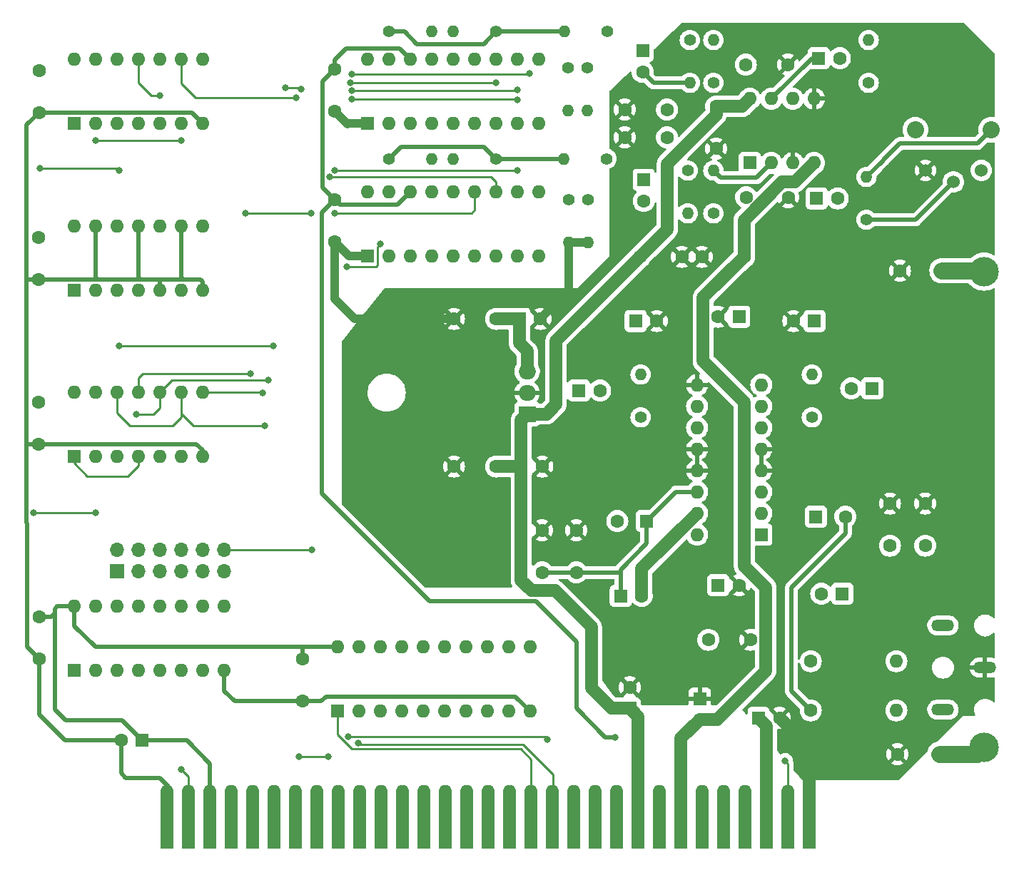
<source format=gbr>
%TF.GenerationSoftware,KiCad,Pcbnew,(6.0.11)*%
%TF.CreationDate,2023-03-03T21:19:09-07:00*%
%TF.ProjectId,ym2413-stereo-isa,796d3234-3133-42d7-9374-6572656f2d69,0*%
%TF.SameCoordinates,Original*%
%TF.FileFunction,Copper,L2,Bot*%
%TF.FilePolarity,Positive*%
%FSLAX46Y46*%
G04 Gerber Fmt 4.6, Leading zero omitted, Abs format (unit mm)*
G04 Created by KiCad (PCBNEW (6.0.11)) date 2023-03-03 21:19:09*
%MOMM*%
%LPD*%
G01*
G04 APERTURE LIST*
G04 Aperture macros list*
%AMFreePoly0*
4,1,18,0.134939,4.178957,0.303847,4.127800,0.456456,4.039157,0.584580,3.917785,0.681346,3.770192,0.741562,3.604298,0.762000,3.429000,0.762000,-3.429000,-0.762000,-3.429000,-0.762000,3.429000,-0.756157,3.523184,-0.714209,3.694612,-0.633949,3.851791,-0.519683,3.986292,-0.377540,4.090897,-0.215144,4.159997,-0.041208,4.189885,0.134939,4.178957,0.134939,4.178957,$1*%
G04 Aperture macros list end*
%TA.AperFunction,ComponentPad*%
%ADD10C,1.600000*%
%TD*%
%TA.AperFunction,ComponentPad*%
%ADD11C,1.400000*%
%TD*%
%TA.AperFunction,ComponentPad*%
%ADD12O,1.400000X1.400000*%
%TD*%
%TA.AperFunction,ComponentPad*%
%ADD13R,1.600000X1.600000*%
%TD*%
%TA.AperFunction,ConnectorPad*%
%ADD14FreePoly0,0.000000*%
%TD*%
%TA.AperFunction,ComponentPad*%
%ADD15O,1.600000X1.600000*%
%TD*%
%TA.AperFunction,ComponentPad*%
%ADD16C,3.500000*%
%TD*%
%TA.AperFunction,ComponentPad*%
%ADD17R,2.000000X1.905000*%
%TD*%
%TA.AperFunction,ComponentPad*%
%ADD18O,2.000000X1.905000*%
%TD*%
%TA.AperFunction,ComponentPad*%
%ADD19C,1.524000*%
%TD*%
%TA.AperFunction,ComponentPad*%
%ADD20C,2.032000*%
%TD*%
%TA.AperFunction,ComponentPad*%
%ADD21O,2.700000X1.350000*%
%TD*%
%TA.AperFunction,ComponentPad*%
%ADD22R,1.700000X1.700000*%
%TD*%
%TA.AperFunction,ComponentPad*%
%ADD23O,1.700000X1.700000*%
%TD*%
%TA.AperFunction,ViaPad*%
%ADD24C,0.800000*%
%TD*%
%TA.AperFunction,Conductor*%
%ADD25C,1.000000*%
%TD*%
%TA.AperFunction,Conductor*%
%ADD26C,1.500000*%
%TD*%
%TA.AperFunction,Conductor*%
%ADD27C,0.250000*%
%TD*%
%TA.AperFunction,Conductor*%
%ADD28C,0.500000*%
%TD*%
%TA.AperFunction,Conductor*%
%ADD29C,2.000000*%
%TD*%
G04 APERTURE END LIST*
D10*
%TO.P,C43,1*%
%TO.N,Net-(C43-Pad1)*%
X185126000Y-68834000D03*
%TO.P,C43,2*%
%TO.N,GNDA*%
X180126000Y-68834000D03*
%TD*%
%TO.P,C8,1*%
%TO.N,Net-(IC4-Pad1)*%
X161878000Y-60110379D03*
%TO.P,C8,2*%
%TO.N,GNDA*%
X166878000Y-60110379D03*
%TD*%
D11*
%TO.P,R5,1*%
%TO.N,Net-(R10-Pad2)*%
X132207000Y-40425379D03*
D12*
%TO.P,R5,2*%
%TO.N,/MO_R*%
X127127000Y-40425379D03*
%TD*%
D10*
%TO.P,C3,1*%
%TO.N,Net-(C3-Pad1)*%
X152487000Y-49696379D03*
%TO.P,C3,2*%
%TO.N,GNDA*%
X147487000Y-49696379D03*
%TD*%
%TO.P,C19,1*%
%TO.N,VCC*%
X77958000Y-64853600D03*
%TO.P,C19,2*%
%TO.N,GND*%
X77958000Y-69853600D03*
%TD*%
D13*
%TO.P,C34,1*%
%TO.N,Net-(IC1-Pad3)*%
X173290113Y-107188000D03*
D10*
%TO.P,C34,2*%
%TO.N,Net-(IC1-Pad2)*%
X170790113Y-107188000D03*
%TD*%
D14*
%TO.P,BUS1,1,GND*%
%TO.N,GNDA*%
X169403000Y-134097000D03*
%TO.P,BUS1,2,RESET*%
%TO.N,/RESET*%
X166863000Y-134097000D03*
%TO.P,BUS1,3,VCC*%
%TO.N,+5VA*%
X164323000Y-134097000D03*
%TO.P,BUS1,4,INQ2*%
%TO.N,unconnected-(BUS1-Pad4)*%
X161783000Y-134097000D03*
%TO.P,BUS1,5,-5V*%
%TO.N,unconnected-(BUS1-Pad5)*%
X159243000Y-134097000D03*
%TO.P,BUS1,6,DRQ2*%
%TO.N,unconnected-(BUS1-Pad6)*%
X156703000Y-134097000D03*
%TO.P,BUS1,7,-12V*%
%TO.N,-12VA*%
X154163000Y-134097000D03*
%TO.P,BUS1,8,UNUSED*%
%TO.N,unconnected-(BUS1-Pad8)*%
X151623000Y-134097000D03*
%TO.P,BUS1,9,+12V*%
%TO.N,+12VA*%
X149083000Y-134097000D03*
%TO.P,BUS1,10,GND*%
%TO.N,unconnected-(BUS1-Pad10)*%
X146543000Y-134097000D03*
%TO.P,BUS1,11,MEMW*%
%TO.N,unconnected-(BUS1-Pad11)*%
X144003000Y-134097000D03*
%TO.P,BUS1,12,MEMR*%
%TO.N,unconnected-(BUS1-Pad12)*%
X141463000Y-134097000D03*
%TO.P,BUS1,13,IOW*%
%TO.N,/~{IOW}*%
X138923000Y-134097000D03*
%TO.P,BUS1,14,IOR*%
%TO.N,/~{IOR}*%
X136383000Y-134097000D03*
%TO.P,BUS1,15,DACK3*%
%TO.N,unconnected-(BUS1-Pad15)*%
X133843000Y-134097000D03*
%TO.P,BUS1,16,DRQ3*%
%TO.N,unconnected-(BUS1-Pad16)*%
X131303000Y-134097000D03*
%TO.P,BUS1,17,DACK1*%
%TO.N,unconnected-(BUS1-Pad17)*%
X128763000Y-134097000D03*
%TO.P,BUS1,18,DRQ1*%
%TO.N,unconnected-(BUS1-Pad18)*%
X126223000Y-134097000D03*
%TO.P,BUS1,19,DACK0*%
%TO.N,unconnected-(BUS1-Pad19)*%
X123683000Y-134097000D03*
%TO.P,BUS1,20,CLK*%
%TO.N,unconnected-(BUS1-Pad20)*%
X121143000Y-134097000D03*
%TO.P,BUS1,21,IRQ7*%
%TO.N,unconnected-(BUS1-Pad21)*%
X118603000Y-134097000D03*
%TO.P,BUS1,22,IRQ6*%
%TO.N,unconnected-(BUS1-Pad22)*%
X116063000Y-134097000D03*
%TO.P,BUS1,23,IRQ5*%
%TO.N,unconnected-(BUS1-Pad23)*%
X113523000Y-134097000D03*
%TO.P,BUS1,24,IRQ4*%
%TO.N,unconnected-(BUS1-Pad24)*%
X110983000Y-134097000D03*
%TO.P,BUS1,25,IRQ3*%
%TO.N,unconnected-(BUS1-Pad25)*%
X108443000Y-134097000D03*
%TO.P,BUS1,26,DACK2*%
%TO.N,unconnected-(BUS1-Pad26)*%
X105903000Y-134097000D03*
%TO.P,BUS1,27,TC*%
%TO.N,unconnected-(BUS1-Pad27)*%
X103363000Y-134097000D03*
%TO.P,BUS1,28,ALE*%
%TO.N,unconnected-(BUS1-Pad28)*%
X100823000Y-134097000D03*
%TO.P,BUS1,29,VCC*%
%TO.N,VCC*%
X98283000Y-134097000D03*
%TO.P,BUS1,30,OSC*%
%TO.N,/ISA_CLK*%
X95743000Y-134097000D03*
%TO.P,BUS1,31,GND*%
%TO.N,GND*%
X93203000Y-134097000D03*
%TD*%
D13*
%TO.P,IC9,1,~{R}*%
%TO.N,VCC*%
X82184000Y-51337379D03*
D15*
%TO.P,IC9,2,D*%
%TO.N,Net-(IC9-Pad2)*%
X84724000Y-51337379D03*
%TO.P,IC9,3,C*%
%TO.N,/ISA_CLK*%
X87264000Y-51337379D03*
%TO.P,IC9,4,~{S}*%
%TO.N,VCC*%
X89804000Y-51337379D03*
%TO.P,IC9,5,Q*%
%TO.N,Net-(IC9-Pad5)*%
X92344000Y-51337379D03*
%TO.P,IC9,6,~{Q}*%
%TO.N,Net-(IC9-Pad2)*%
X94884000Y-51337379D03*
%TO.P,IC9,7,GND*%
%TO.N,GND*%
X97424000Y-51337379D03*
%TO.P,IC9,8,~{Q}*%
%TO.N,Net-(IC9-Pad12)*%
X97424000Y-43717379D03*
%TO.P,IC9,9,Q*%
%TO.N,/FM_CLK*%
X94884000Y-43717379D03*
%TO.P,IC9,10,~{S}*%
%TO.N,VCC*%
X92344000Y-43717379D03*
%TO.P,IC9,11,C*%
%TO.N,Net-(IC9-Pad5)*%
X89804000Y-43717379D03*
%TO.P,IC9,12,D*%
%TO.N,Net-(IC9-Pad12)*%
X87264000Y-43717379D03*
%TO.P,IC9,13,~{R}*%
%TO.N,VCC*%
X84724000Y-43717379D03*
%TO.P,IC9,14,VCC*%
X82184000Y-43717379D03*
%TD*%
D10*
%TO.P,C14,1*%
%TO.N,+5VA*%
X113055400Y-60404379D03*
%TO.P,C14,2*%
%TO.N,GNDA*%
X113055400Y-65404379D03*
%TD*%
D11*
%TO.P,R8,1*%
%TO.N,Net-(R10-Pad2)*%
X143002000Y-44743379D03*
D12*
%TO.P,R8,2*%
%TO.N,GNDA*%
X143002000Y-49823379D03*
%TD*%
D11*
%TO.P,R11,1*%
%TO.N,Net-(IC4-Pad2)*%
X154940000Y-56935379D03*
D12*
%TO.P,R11,2*%
%TO.N,Net-(C4-Pad2)*%
X154940000Y-62015379D03*
%TD*%
D13*
%TO.P,C40,1*%
%TO.N,Net-(IC1-Pad14)*%
X150087651Y-98552000D03*
D10*
%TO.P,C40,2*%
%TO.N,Net-(C40-Pad2)*%
X146587651Y-98552000D03*
%TD*%
D13*
%TO.P,C31,1*%
%TO.N,GNDA*%
X156387800Y-119634000D03*
D10*
%TO.P,C31,2*%
%TO.N,-12VA*%
X156387800Y-122134000D03*
%TD*%
D11*
%TO.P,R3,1*%
%TO.N,Net-(R1-Pad1)*%
X132207000Y-55538379D03*
D12*
%TO.P,R3,2*%
%TO.N,/MO_L*%
X127127000Y-55538379D03*
%TD*%
D10*
%TO.P,C29,1*%
%TO.N,GNDA*%
X156631000Y-67183000D03*
%TO.P,C29,2*%
%TO.N,-12VA*%
X161631000Y-67183000D03*
%TD*%
D16*
%TO.P,H1,1,1*%
%TO.N,Net-(C42-Pad1)*%
X190104000Y-125461000D03*
%TO.P,H1,2,2*%
%TO.N,Net-(C43-Pad1)*%
X190104000Y-68946000D03*
%TD*%
D13*
%TO.P,C7,1*%
%TO.N,+12VA*%
X135192888Y-92075000D03*
D10*
%TO.P,C7,2*%
%TO.N,GNDA*%
X137692888Y-92075000D03*
%TD*%
%TO.P,C32,1*%
%TO.N,VCC*%
X77978000Y-109895000D03*
%TO.P,C32,2*%
%TO.N,GND*%
X77978000Y-114895000D03*
%TD*%
%TO.P,C9,1*%
%TO.N,Net-(IC4-Pad7)*%
X161838000Y-44362379D03*
%TO.P,C9,2*%
%TO.N,GNDA*%
X166838000Y-44362379D03*
%TD*%
D13*
%TO.P,C23,1*%
%TO.N,Net-(C23-Pad1)*%
X169988113Y-74803000D03*
D10*
%TO.P,C23,2*%
%TO.N,GNDA*%
X167488113Y-74803000D03*
%TD*%
%TO.P,C20,1*%
%TO.N,+9VA*%
X132211889Y-74549000D03*
%TO.P,C20,2*%
%TO.N,GNDA*%
X127211889Y-74549000D03*
%TD*%
D11*
%TO.P,R7,1*%
%TO.N,Net-(R1-Pad1)*%
X143129000Y-60364379D03*
D12*
%TO.P,R7,2*%
%TO.N,GNDA*%
X143129000Y-65444379D03*
%TD*%
D10*
%TO.P,L2,1*%
%TO.N,Net-(C41-Pad2)*%
X169545000Y-121031000D03*
D15*
%TO.P,L2,2*%
%TO.N,Net-(J2-Pad3)*%
X179705000Y-121031000D03*
%TD*%
D10*
%TO.P,C37,1*%
%TO.N,VCC*%
X109220000Y-114962000D03*
%TO.P,C37,2*%
%TO.N,GND*%
X109220000Y-119962000D03*
%TD*%
D13*
%TO.P,IC1,1,BRIDGE*%
%TO.N,unconnected-(IC1-Pad1)*%
X163683000Y-100173000D03*
D15*
%TO.P,IC1,2,OUT.2*%
%TO.N,Net-(IC1-Pad2)*%
X163683000Y-97633000D03*
%TO.P,IC1,3,BOOT.2*%
%TO.N,Net-(IC1-Pad3)*%
X163683000Y-95093000D03*
%TO.P,IC1,4,GND_2*%
%TO.N,GNDA*%
X163683000Y-92553000D03*
%TO.P,IC1,5,GND_3*%
X163683000Y-90013000D03*
%TO.P,IC1,6,FDBK*%
%TO.N,Net-(IC1-Pad6)*%
X163683000Y-87473000D03*
%TO.P,IC1,7,IN.2(+)*%
%TO.N,Net-(IC1-Pad7)*%
X163683000Y-84933000D03*
%TO.P,IC1,8,SVR*%
%TO.N,Net-(IC1-Pad8)*%
X163683000Y-82393000D03*
%TO.P,IC1,9,GND(SUB)*%
%TO.N,GNDA*%
X156063000Y-82393000D03*
%TO.P,IC1,10,IN.1(+)*%
%TO.N,Net-(IC1-Pad10)*%
X156063000Y-84933000D03*
%TO.P,IC1,11,FDBK_2*%
%TO.N,Net-(IC1-Pad11)*%
X156063000Y-87473000D03*
%TO.P,IC1,12,GND_4*%
%TO.N,GNDA*%
X156063000Y-90013000D03*
%TO.P,IC1,13,GND*%
X156063000Y-92553000D03*
%TO.P,IC1,14,BOOT.1*%
%TO.N,Net-(IC1-Pad14)*%
X156063000Y-95093000D03*
%TO.P,IC1,15,OUT.1*%
%TO.N,Net-(IC1-Pad15)*%
X156063000Y-97633000D03*
%TO.P,IC1,16,+VS*%
%TO.N,+9VA*%
X156063000Y-100173000D03*
%TD*%
D11*
%TO.P,R15,1*%
%TO.N,Net-(C17-Pad1)*%
X176149000Y-62777379D03*
D12*
%TO.P,R15,2*%
%TO.N,Net-(C10-Pad2)*%
X176149000Y-57697379D03*
%TD*%
D13*
%TO.P,C1,1*%
%TO.N,VCC*%
X90232113Y-124587000D03*
D10*
%TO.P,C1,2*%
%TO.N,GND*%
X87732113Y-124587000D03*
%TD*%
D17*
%TO.P,IC10,1,VI*%
%TO.N,+12VA*%
X135893889Y-85852000D03*
D18*
%TO.P,IC10,2,GND*%
%TO.N,GNDA*%
X135893889Y-83312000D03*
%TO.P,IC10,3,VO*%
%TO.N,+9VA*%
X135893889Y-80772000D03*
%TD*%
D11*
%TO.P,R17,1*%
%TO.N,Net-(IC1-Pad11)*%
X149352000Y-86233000D03*
D12*
%TO.P,R17,2*%
%TO.N,Net-(C21-Pad1)*%
X149352000Y-81153000D03*
%TD*%
D13*
%TO.P,C27,1*%
%TO.N,Net-(IC1-Pad8)*%
X161053225Y-74295000D03*
D10*
%TO.P,C27,2*%
%TO.N,GNDA*%
X158553225Y-74295000D03*
%TD*%
%TO.P,C42,1*%
%TO.N,Net-(C42-Pad1)*%
X184832000Y-126238000D03*
%TO.P,C42,2*%
%TO.N,GNDA*%
X179832000Y-126238000D03*
%TD*%
D19*
%TO.P,RV1,1,1*%
%TO.N,GNDA*%
X183137998Y-56917402D03*
D20*
%TO.P,RV1,2A,2A*%
%TO.N,Net-(C10-Pad2)*%
X190961400Y-52094000D03*
%TO.P,RV1,2B,2B*%
%TO.N,Net-(C11-Pad2)*%
X181961400Y-52094000D03*
D19*
%TO.P,RV1,3A,3A*%
%TO.N,Net-(C17-Pad1)*%
X186461400Y-58294000D03*
%TO.P,RV1,3B,3B*%
%TO.N,Net-(C18-Pad1)*%
X189784802Y-56917402D03*
%TD*%
D10*
%TO.P,C26,1*%
%TO.N,+9VA*%
X157393000Y-112649000D03*
%TO.P,C26,2*%
%TO.N,GNDA*%
X162393000Y-112649000D03*
%TD*%
D13*
%TO.P,C41,1*%
%TO.N,Net-(IC1-Pad3)*%
X170148698Y-98044000D03*
D10*
%TO.P,C41,2*%
%TO.N,Net-(C41-Pad2)*%
X173648698Y-98044000D03*
%TD*%
D13*
%TO.P,C4,1*%
%TO.N,Net-(C2-Pad1)*%
X149733000Y-58039000D03*
D10*
%TO.P,C4,2*%
%TO.N,Net-(C4-Pad2)*%
X149733000Y-60539000D03*
%TD*%
D11*
%TO.P,R13,1*%
%TO.N,Net-(IC4-Pad1)*%
X157988000Y-62015379D03*
D12*
%TO.P,R13,2*%
%TO.N,Net-(IC4-Pad2)*%
X157988000Y-56935379D03*
%TD*%
D21*
%TO.P,J2,1*%
%TO.N,GNDA*%
X190230000Y-115951000D03*
%TO.P,J2,2*%
%TO.N,Net-(J2-Pad2)*%
X185230000Y-110951000D03*
%TO.P,J2,3*%
%TO.N,Net-(J2-Pad3)*%
X185230000Y-120951000D03*
%TD*%
D11*
%TO.P,R14,1*%
%TO.N,Net-(IC4-Pad7)*%
X157988000Y-46521379D03*
D12*
%TO.P,R14,2*%
%TO.N,Net-(IC4-Pad6)*%
X157988000Y-41441379D03*
%TD*%
D13*
%TO.P,C18,1*%
%TO.N,Net-(C18-Pad1)*%
X176846113Y-82804000D03*
D10*
%TO.P,C18,2*%
%TO.N,Net-(IC1-Pad7)*%
X174346113Y-82804000D03*
%TD*%
%TO.P,L1,1*%
%TO.N,Net-(C40-Pad2)*%
X169545000Y-115189000D03*
D15*
%TO.P,L1,2*%
%TO.N,Net-(J2-Pad2)*%
X179705000Y-115189000D03*
%TD*%
D13*
%TO.P,C33,1*%
%TO.N,Net-(IC1-Pad14)*%
X147003888Y-107442000D03*
D10*
%TO.P,C33,2*%
%TO.N,Net-(IC1-Pad15)*%
X149503888Y-107442000D03*
%TD*%
D13*
%TO.P,C30,1*%
%TO.N,+12VA*%
X148082000Y-120792067D03*
D10*
%TO.P,C30,2*%
%TO.N,GNDA*%
X148082000Y-118292067D03*
%TD*%
D11*
%TO.P,R18,1*%
%TO.N,Net-(IC1-Pad6)*%
X169672000Y-86233000D03*
D12*
%TO.P,R18,2*%
%TO.N,Net-(C23-Pad1)*%
X169672000Y-81153000D03*
%TD*%
D13*
%TO.P,C6,1*%
%TO.N,+5VA*%
X163349664Y-121920000D03*
D10*
%TO.P,C6,2*%
%TO.N,GNDA*%
X165849664Y-121920000D03*
%TD*%
D13*
%TO.P,IC6,1,A0*%
%TO.N,/A4*%
X82184000Y-116322000D03*
D15*
%TO.P,IC6,2,A1*%
%TO.N,/A5*%
X84724000Y-116322000D03*
%TO.P,IC6,3,A2*%
%TO.N,/A6*%
X87264000Y-116322000D03*
%TO.P,IC6,4,E1*%
%TO.N,/A8*%
X89804000Y-116322000D03*
%TO.P,IC6,5,E2*%
%TO.N,/A7*%
X92344000Y-116322000D03*
%TO.P,IC6,6,E3*%
%TO.N,/A9*%
X94884000Y-116322000D03*
%TO.P,IC6,7,O7*%
%TO.N,unconnected-(IC6-Pad7)*%
X97424000Y-116322000D03*
%TO.P,IC6,8,GND*%
%TO.N,GND*%
X99964000Y-116322000D03*
%TO.P,IC6,9,O6*%
%TO.N,Net-(IC6-Pad9)*%
X99964000Y-108702000D03*
%TO.P,IC6,10,O5*%
%TO.N,Net-(IC6-Pad10)*%
X97424000Y-108702000D03*
%TO.P,IC6,11,O4*%
%TO.N,Net-(IC6-Pad11)*%
X94884000Y-108702000D03*
%TO.P,IC6,12,O3*%
%TO.N,Net-(IC6-Pad12)*%
X92344000Y-108702000D03*
%TO.P,IC6,13,O2*%
%TO.N,Net-(IC6-Pad13)*%
X89804000Y-108702000D03*
%TO.P,IC6,14,O1*%
%TO.N,Net-(IC6-Pad14)*%
X87264000Y-108702000D03*
%TO.P,IC6,15,O0*%
%TO.N,unconnected-(IC6-Pad15)*%
X84724000Y-108702000D03*
%TO.P,IC6,16,VCC*%
%TO.N,VCC*%
X82184000Y-108702000D03*
%TD*%
D13*
%TO.P,C10,1*%
%TO.N,Net-(IC4-Pad1)*%
X170244888Y-60237379D03*
D10*
%TO.P,C10,2*%
%TO.N,Net-(C10-Pad2)*%
X172744888Y-60237379D03*
%TD*%
%TO.P,C38,1*%
%TO.N,Net-(IC1-Pad14)*%
X137668000Y-104648000D03*
%TO.P,C38,2*%
%TO.N,GNDA*%
X137668000Y-99648000D03*
%TD*%
D13*
%TO.P,IC4,1*%
%TO.N,Net-(IC4-Pad1)*%
X162316000Y-56036379D03*
D15*
%TO.P,IC4,2,-*%
%TO.N,Net-(IC4-Pad2)*%
X164856000Y-56036379D03*
%TO.P,IC4,3,+*%
%TO.N,GNDA*%
X167396000Y-56036379D03*
%TO.P,IC4,4,V-*%
%TO.N,-12VA*%
X169936000Y-56036379D03*
%TO.P,IC4,5,+*%
%TO.N,GNDA*%
X169936000Y-48416379D03*
%TO.P,IC4,6,-*%
%TO.N,Net-(IC4-Pad6)*%
X167396000Y-48416379D03*
%TO.P,IC4,7*%
%TO.N,Net-(IC4-Pad7)*%
X164856000Y-48416379D03*
%TO.P,IC4,8,V+*%
%TO.N,+12VA*%
X162316000Y-48416379D03*
%TD*%
D11*
%TO.P,R4,1*%
%TO.N,Net-(R1-Pad1)*%
X140843000Y-60364379D03*
D12*
%TO.P,R4,2*%
%TO.N,GNDA*%
X140843000Y-65444379D03*
%TD*%
D11*
%TO.P,R9,1*%
%TO.N,Net-(C2-Pad1)*%
X145288000Y-55538379D03*
D12*
%TO.P,R9,2*%
%TO.N,Net-(R1-Pad1)*%
X140208000Y-55538379D03*
%TD*%
D11*
%TO.P,R16,1*%
%TO.N,Net-(C18-Pad1)*%
X176403000Y-46521379D03*
D12*
%TO.P,R16,2*%
%TO.N,Net-(C11-Pad2)*%
X176403000Y-41441379D03*
%TD*%
D11*
%TO.P,R1,1*%
%TO.N,Net-(R1-Pad1)*%
X119507000Y-55538379D03*
D12*
%TO.P,R1,2*%
%TO.N,/RO_L*%
X124587000Y-55538379D03*
%TD*%
D10*
%TO.P,C36,1*%
%TO.N,Net-(IC1-Pad3)*%
X178943000Y-101473000D03*
%TO.P,C36,2*%
%TO.N,GNDA*%
X178943000Y-96473000D03*
%TD*%
D11*
%TO.P,R10,1*%
%TO.N,Net-(C3-Pad1)*%
X145415000Y-40425379D03*
D12*
%TO.P,R10,2*%
%TO.N,Net-(R10-Pad2)*%
X140335000Y-40425379D03*
%TD*%
D11*
%TO.P,R12,1*%
%TO.N,Net-(IC4-Pad6)*%
X155194000Y-41441379D03*
D12*
%TO.P,R12,2*%
%TO.N,Net-(C5-Pad2)*%
X155194000Y-46521379D03*
%TD*%
D11*
%TO.P,R2,1*%
%TO.N,Net-(R10-Pad2)*%
X119507000Y-40425379D03*
D12*
%TO.P,R2,2*%
%TO.N,/RO_R*%
X124587000Y-40425379D03*
%TD*%
D10*
%TO.P,C28,1*%
%TO.N,+12VA*%
X149265000Y-67183000D03*
%TO.P,C28,2*%
%TO.N,GNDA*%
X154265000Y-67183000D03*
%TD*%
%TO.P,C13,1*%
%TO.N,+12VA*%
X132211889Y-92075000D03*
%TO.P,C13,2*%
%TO.N,GNDA*%
X127211889Y-92075000D03*
%TD*%
D13*
%TO.P,IC5,1,A->B*%
%TO.N,/~{IOR}*%
X113365200Y-121148000D03*
D15*
%TO.P,IC5,2,A0*%
%TO.N,/D0*%
X115905200Y-121148000D03*
%TO.P,IC5,3,A1*%
%TO.N,/D1*%
X118445200Y-121148000D03*
%TO.P,IC5,4,A2*%
%TO.N,/D2*%
X120985200Y-121148000D03*
%TO.P,IC5,5,A3*%
%TO.N,/D3*%
X123525200Y-121148000D03*
%TO.P,IC5,6,A4*%
%TO.N,/D4*%
X126065200Y-121148000D03*
%TO.P,IC5,7,A5*%
%TO.N,/D5*%
X128605200Y-121148000D03*
%TO.P,IC5,8,A6*%
%TO.N,/D6*%
X131145200Y-121148000D03*
%TO.P,IC5,9,A7*%
%TO.N,/D7*%
X133685200Y-121148000D03*
%TO.P,IC5,10,GND*%
%TO.N,GND*%
X136225200Y-121148000D03*
%TO.P,IC5,11,B7*%
%TO.N,/DB7*%
X136225200Y-113528000D03*
%TO.P,IC5,12,B6*%
%TO.N,/DB6*%
X133685200Y-113528000D03*
%TO.P,IC5,13,B5*%
%TO.N,/DB5*%
X131145200Y-113528000D03*
%TO.P,IC5,14,B4*%
%TO.N,/DB4*%
X128605200Y-113528000D03*
%TO.P,IC5,15,B3*%
%TO.N,/DB3*%
X126065200Y-113528000D03*
%TO.P,IC5,16,B2*%
%TO.N,/DB2*%
X123525200Y-113528000D03*
%TO.P,IC5,17,B1*%
%TO.N,/DB1*%
X120985200Y-113528000D03*
%TO.P,IC5,18,B0*%
%TO.N,/DB0*%
X118445200Y-113528000D03*
%TO.P,IC5,19,CE*%
%TO.N,/~{CARD_SEL}*%
X115905200Y-113528000D03*
%TO.P,IC5,20,VCC*%
%TO.N,VCC*%
X113365200Y-113528000D03*
%TD*%
D10*
%TO.P,C35,1*%
%TO.N,Net-(IC1-Pad14)*%
X141732000Y-104648000D03*
%TO.P,C35,2*%
%TO.N,GNDA*%
X141732000Y-99648000D03*
%TD*%
%TO.P,C24,1*%
%TO.N,+12VA*%
X158318200Y-49328400D03*
%TO.P,C24,2*%
%TO.N,GNDA*%
X158318200Y-54328400D03*
%TD*%
D11*
%TO.P,R6,1*%
%TO.N,Net-(R10-Pad2)*%
X140716000Y-44743379D03*
D12*
%TO.P,R6,2*%
%TO.N,GNDA*%
X140716000Y-49823379D03*
%TD*%
D13*
%TO.P,IC3,1,GND*%
%TO.N,GNDA*%
X116977000Y-51337379D03*
D15*
%TO.P,IC3,2,D2*%
%TO.N,/DB2*%
X119517000Y-51337379D03*
%TO.P,IC3,3,D3*%
%TO.N,/DB3*%
X122057000Y-51337379D03*
%TO.P,IC3,4,D4*%
%TO.N,/DB4*%
X124597000Y-51337379D03*
%TO.P,IC3,5,D5*%
%TO.N,/DB5*%
X127137000Y-51337379D03*
%TO.P,IC3,6,D6*%
%TO.N,/DB6*%
X129677000Y-51337379D03*
%TO.P,IC3,7,D7*%
%TO.N,/DB7*%
X132217000Y-51337379D03*
%TO.P,IC3,8,XIN*%
%TO.N,/FM_CLK*%
X134757000Y-51337379D03*
%TO.P,IC3,9,XOUT*%
%TO.N,unconnected-(IC3-Pad9)*%
X137297000Y-51337379D03*
%TO.P,IC3,10,A0*%
%TO.N,/A0*%
X137297000Y-43717379D03*
%TO.P,IC3,11,~{WE}*%
%TO.N,/~{WE_R}*%
X134757000Y-43717379D03*
%TO.P,IC3,12,~{CS}*%
%TO.N,/~{CS_R}*%
X132217000Y-43717379D03*
%TO.P,IC3,13,~{IC}*%
%TO.N,/~{RESET}*%
X129677000Y-43717379D03*
%TO.P,IC3,14,MO*%
%TO.N,/MO_R*%
X127137000Y-43717379D03*
%TO.P,IC3,15,RO*%
%TO.N,/RO_R*%
X124597000Y-43717379D03*
%TO.P,IC3,16,VCC*%
%TO.N,+5VA*%
X122057000Y-43717379D03*
%TO.P,IC3,17,D0*%
%TO.N,/DB0*%
X119517000Y-43717379D03*
%TO.P,IC3,18,D1*%
%TO.N,/DB1*%
X116977000Y-43717379D03*
%TD*%
D10*
%TO.P,C15,1*%
%TO.N,+5VA*%
X113055400Y-44910379D03*
%TO.P,C15,2*%
%TO.N,GNDA*%
X113055400Y-49910379D03*
%TD*%
%TO.P,C2,1*%
%TO.N,Net-(C2-Pad1)*%
X152487000Y-52998379D03*
%TO.P,C2,2*%
%TO.N,GNDA*%
X147487000Y-52998379D03*
%TD*%
D13*
%TO.P,C22,1*%
%TO.N,+9VA*%
X158560887Y-106172000D03*
D10*
%TO.P,C22,2*%
%TO.N,GNDA*%
X161060887Y-106172000D03*
%TD*%
D13*
%TO.P,C5,1*%
%TO.N,Net-(C3-Pad1)*%
X149606000Y-42739621D03*
D10*
%TO.P,C5,2*%
%TO.N,Net-(C5-Pad2)*%
X149606000Y-45239621D03*
%TD*%
D13*
%TO.P,C17,1*%
%TO.N,Net-(C17-Pad1)*%
X142050888Y-83058000D03*
D10*
%TO.P,C17,2*%
%TO.N,Net-(IC1-Pad10)*%
X144550888Y-83058000D03*
%TD*%
D13*
%TO.P,C16,1*%
%TO.N,+9VA*%
X134983777Y-74549000D03*
D10*
%TO.P,C16,2*%
%TO.N,GNDA*%
X137483777Y-74549000D03*
%TD*%
D13*
%TO.P,IC8,1*%
%TO.N,/A1*%
X82164000Y-71160800D03*
D15*
%TO.P,IC8,2*%
%TO.N,/~{A1}*%
X84704000Y-71160800D03*
%TO.P,IC8,3*%
%TO.N,/RESET*%
X87244000Y-71160800D03*
%TO.P,IC8,4*%
%TO.N,/~{RESET}*%
X89784000Y-71160800D03*
%TO.P,IC8,5*%
%TO.N,GND*%
X92324000Y-71160800D03*
%TO.P,IC8,6*%
%TO.N,unconnected-(IC8-Pad6)*%
X94864000Y-71160800D03*
%TO.P,IC8,7,GND*%
%TO.N,GND*%
X97404000Y-71160800D03*
%TO.P,IC8,8*%
%TO.N,unconnected-(IC8-Pad8)*%
X97404000Y-63540800D03*
%TO.P,IC8,9*%
%TO.N,GND*%
X94864000Y-63540800D03*
%TO.P,IC8,10*%
%TO.N,unconnected-(IC8-Pad10)*%
X92324000Y-63540800D03*
%TO.P,IC8,11*%
%TO.N,GND*%
X89784000Y-63540800D03*
%TO.P,IC8,12*%
%TO.N,unconnected-(IC8-Pad12)*%
X87244000Y-63540800D03*
%TO.P,IC8,13*%
%TO.N,GND*%
X84704000Y-63540800D03*
%TO.P,IC8,14,VCC*%
%TO.N,VCC*%
X82164000Y-63540800D03*
%TD*%
D13*
%TO.P,IC2,1,GND*%
%TO.N,GNDA*%
X116977000Y-67085379D03*
D15*
%TO.P,IC2,2,D2*%
%TO.N,/DB2*%
X119517000Y-67085379D03*
%TO.P,IC2,3,D3*%
%TO.N,/DB3*%
X122057000Y-67085379D03*
%TO.P,IC2,4,D4*%
%TO.N,/DB4*%
X124597000Y-67085379D03*
%TO.P,IC2,5,D5*%
%TO.N,/DB5*%
X127137000Y-67085379D03*
%TO.P,IC2,6,D6*%
%TO.N,/DB6*%
X129677000Y-67085379D03*
%TO.P,IC2,7,D7*%
%TO.N,/DB7*%
X132217000Y-67085379D03*
%TO.P,IC2,8,XIN*%
%TO.N,/FM_CLK*%
X134757000Y-67085379D03*
%TO.P,IC2,9,XOUT*%
%TO.N,unconnected-(IC2-Pad9)*%
X137297000Y-67085379D03*
%TO.P,IC2,10,A0*%
%TO.N,/A0*%
X137297000Y-59465379D03*
%TO.P,IC2,11,~{WE}*%
%TO.N,/~{WE_L}*%
X134757000Y-59465379D03*
%TO.P,IC2,12,~{CS}*%
%TO.N,/~{CS_L}*%
X132217000Y-59465379D03*
%TO.P,IC2,13,~{IC}*%
%TO.N,/~{RESET}*%
X129677000Y-59465379D03*
%TO.P,IC2,14,MO*%
%TO.N,/MO_L*%
X127137000Y-59465379D03*
%TO.P,IC2,15,RO*%
%TO.N,/RO_L*%
X124597000Y-59465379D03*
%TO.P,IC2,16,VCC*%
%TO.N,+5VA*%
X122057000Y-59465379D03*
%TO.P,IC2,17,D0*%
%TO.N,/DB0*%
X119517000Y-59465379D03*
%TO.P,IC2,18,D1*%
%TO.N,/DB1*%
X116977000Y-59465379D03*
%TD*%
D13*
%TO.P,C21,1*%
%TO.N,Net-(C21-Pad1)*%
X148781888Y-74803000D03*
D10*
%TO.P,C21,2*%
%TO.N,GNDA*%
X151281888Y-74803000D03*
%TD*%
%TO.P,C39,1*%
%TO.N,Net-(IC1-Pad3)*%
X183134000Y-101473000D03*
%TO.P,C39,2*%
%TO.N,GNDA*%
X183134000Y-96473000D03*
%TD*%
%TO.P,C12,1*%
%TO.N,VCC*%
X77952600Y-84418800D03*
%TO.P,C12,2*%
%TO.N,GND*%
X77952600Y-89418800D03*
%TD*%
%TO.P,C25,1*%
%TO.N,VCC*%
X77978000Y-45059600D03*
%TO.P,C25,2*%
%TO.N,GND*%
X77978000Y-50059600D03*
%TD*%
D13*
%TO.P,IC7,1*%
%TO.N,/~{CARD_SEL}*%
X82158600Y-90855800D03*
D15*
%TO.P,IC7,2*%
%TO.N,/A1*%
X84698600Y-90855800D03*
%TO.P,IC7,3*%
%TO.N,/~{CS_R}*%
X87238600Y-90855800D03*
%TO.P,IC7,4*%
%TO.N,/~{CARD_SEL}*%
X89778600Y-90855800D03*
%TO.P,IC7,5*%
%TO.N,/~{A1}*%
X92318600Y-90855800D03*
%TO.P,IC7,6*%
%TO.N,/~{CS_L}*%
X94858600Y-90855800D03*
%TO.P,IC7,7,GND*%
%TO.N,GND*%
X97398600Y-90855800D03*
%TO.P,IC7,8*%
%TO.N,/~{WE_L}*%
X97398600Y-83235800D03*
%TO.P,IC7,9*%
%TO.N,/~{IOW}*%
X94858600Y-83235800D03*
%TO.P,IC7,10*%
%TO.N,/~{CS_L}*%
X92318600Y-83235800D03*
%TO.P,IC7,11*%
%TO.N,/~{WE_R}*%
X89778600Y-83235800D03*
%TO.P,IC7,12*%
%TO.N,/~{IOW}*%
X87238600Y-83235800D03*
%TO.P,IC7,13*%
%TO.N,/~{CS_L}*%
X84698600Y-83235800D03*
%TO.P,IC7,14,VCC*%
%TO.N,VCC*%
X82158600Y-83235800D03*
%TD*%
D13*
%TO.P,C11,1*%
%TO.N,Net-(IC4-Pad7)*%
X170498888Y-43600379D03*
D10*
%TO.P,C11,2*%
%TO.N,Net-(C11-Pad2)*%
X172998888Y-43600379D03*
%TD*%
D22*
%TO.P,J1,1,Pin_1*%
%TO.N,Net-(IC6-Pad14)*%
X87249000Y-104521000D03*
D23*
%TO.P,J1,2,Pin_2*%
%TO.N,/~{CARD_SEL}*%
X87249000Y-101981000D03*
%TO.P,J1,3,Pin_3*%
%TO.N,Net-(IC6-Pad13)*%
X89789000Y-104521000D03*
%TO.P,J1,4,Pin_4*%
%TO.N,/~{CARD_SEL}*%
X89789000Y-101981000D03*
%TO.P,J1,5,Pin_5*%
%TO.N,Net-(IC6-Pad12)*%
X92329000Y-104521000D03*
%TO.P,J1,6,Pin_6*%
%TO.N,/~{CARD_SEL}*%
X92329000Y-101981000D03*
%TO.P,J1,7,Pin_7*%
%TO.N,Net-(IC6-Pad11)*%
X94869000Y-104521000D03*
%TO.P,J1,8,Pin_8*%
%TO.N,/~{CARD_SEL}*%
X94869000Y-101981000D03*
%TO.P,J1,9,Pin_9*%
%TO.N,Net-(IC6-Pad10)*%
X97409000Y-104521000D03*
%TO.P,J1,10,Pin_10*%
%TO.N,/~{CARD_SEL}*%
X97409000Y-101981000D03*
%TO.P,J1,11,Pin_11*%
%TO.N,Net-(IC6-Pad9)*%
X99949000Y-104521000D03*
%TO.P,J1,12,Pin_12*%
%TO.N,/~{CARD_SEL}*%
X99949000Y-101981000D03*
%TD*%
D24*
%TO.N,/RESET*%
X87503000Y-77724000D03*
X105791000Y-77724000D03*
X138303000Y-124460000D03*
X114681000Y-124154000D03*
X166497000Y-127000000D03*
%TO.N,+5VA*%
X146304000Y-124206000D03*
%TO.N,/~{IOW}*%
X104775000Y-87249000D03*
X115824000Y-124878500D03*
%TO.N,/ISA_CLK*%
X94869000Y-128016000D03*
X78105000Y-56642000D03*
X87503000Y-56896000D03*
%TO.N,/A8*%
X112268000Y-126492000D03*
X108839000Y-126523500D03*
%TO.N,/A1*%
X84709000Y-97536000D03*
X77343000Y-97536000D03*
%TO.N,/A0*%
X115062000Y-45466000D03*
X136172000Y-45438000D03*
%TO.N,/FM_CLK*%
X115052281Y-48466299D03*
X108458000Y-48260000D03*
X134747000Y-48514000D03*
%TO.N,/~{WE_L}*%
X134747000Y-56896000D03*
X113030000Y-56896000D03*
X104483500Y-83312000D03*
%TO.N,/~{CS_L}*%
X112482500Y-57732209D03*
X105208000Y-81788000D03*
X89535000Y-85852000D03*
%TO.N,/~{RESET}*%
X113030000Y-61976000D03*
X110236000Y-61976000D03*
X102489000Y-61976000D03*
%TO.N,/DB0*%
X118491000Y-65659000D03*
X114464500Y-68358451D03*
%TO.N,/~{WE_R}*%
X115099317Y-47467904D03*
X103034500Y-81026000D03*
X134747000Y-47371000D03*
X109097299Y-47248299D03*
X107183701Y-47112701D03*
%TO.N,/~{CS_R}*%
X132207000Y-46482000D03*
X114935000Y-46482000D03*
%TO.N,/~{CARD_SEL}*%
X110363000Y-101981000D03*
%TO.N,Net-(IC9-Pad2)*%
X94869000Y-53340000D03*
X84709000Y-53340000D03*
%TO.N,Net-(IC9-Pad5)*%
X92329000Y-48006000D03*
%TD*%
D25*
%TO.N,GNDA*%
X114555400Y-51410379D02*
X113055400Y-49910379D01*
X113055400Y-65404379D02*
X114736400Y-67085379D01*
X137483777Y-74549000D02*
X140843000Y-71189777D01*
X116977000Y-51337379D02*
X114628400Y-51337379D01*
X140843000Y-65444379D02*
X143129000Y-65444379D01*
X114736400Y-67085379D02*
X116977000Y-67085379D01*
D26*
X169403000Y-125473336D02*
X169403000Y-134097000D01*
D25*
X113055400Y-72161400D02*
X113055400Y-65404379D01*
D26*
X165849664Y-121920000D02*
X169403000Y-125473336D01*
D25*
X114628400Y-51337379D02*
X114555400Y-51410379D01*
X140843000Y-71189777D02*
X140843000Y-65444379D01*
X115443000Y-74549000D02*
X113055400Y-72161400D01*
X127211889Y-74549000D02*
X115443000Y-74549000D01*
D27*
%TO.N,/RESET*%
X114681500Y-124153500D02*
X114681000Y-124154000D01*
X166863000Y-134097000D02*
X166863000Y-127366000D01*
X166863000Y-127366000D02*
X166497000Y-127000000D01*
X138303000Y-124460000D02*
X137996500Y-124153500D01*
X105791000Y-77724000D02*
X87503000Y-77724000D01*
X137996500Y-124153500D02*
X114681500Y-124153500D01*
D28*
%TO.N,+5VA*%
X145161000Y-124206000D02*
X146304000Y-124206000D01*
D26*
X164323000Y-122893336D02*
X163349664Y-121920000D01*
D28*
X122057000Y-43717379D02*
X120757621Y-42418000D01*
X113055400Y-60404379D02*
X111506000Y-61953779D01*
X111633000Y-58981979D02*
X113055400Y-60404379D01*
X141732000Y-120777000D02*
X145161000Y-124206000D01*
D26*
X164323000Y-134097000D02*
X164323000Y-122893336D01*
D28*
X120523000Y-60999379D02*
X113650400Y-60999379D01*
X136906000Y-108077000D02*
X141732000Y-112903000D01*
X113055400Y-43789600D02*
X113055400Y-44910379D01*
X122057000Y-59465379D02*
X120523000Y-60999379D01*
X113650400Y-60999379D02*
X113055400Y-60404379D01*
X111506000Y-61953779D02*
X111506000Y-95250000D01*
X120757621Y-42418000D02*
X114427000Y-42418000D01*
X113055400Y-44910379D02*
X111633000Y-46332779D01*
X111506000Y-95250000D02*
X124333000Y-108077000D01*
X124333000Y-108077000D02*
X136906000Y-108077000D01*
X114427000Y-42418000D02*
X113055400Y-43789600D01*
X111633000Y-46332779D02*
X111633000Y-58981979D01*
X141732000Y-112903000D02*
X141732000Y-120777000D01*
D26*
%TO.N,-12VA*%
X169936000Y-56036379D02*
X167679379Y-58293000D01*
X161671000Y-103886000D02*
X164211000Y-106426000D01*
X161671000Y-84455000D02*
X161671000Y-103886000D01*
X156787874Y-79571874D02*
X161671000Y-84455000D01*
X161631000Y-67183000D02*
X156787874Y-72026126D01*
X161631000Y-62832253D02*
X161631000Y-67183000D01*
X154163000Y-134097000D02*
X154163000Y-124358800D01*
X164211000Y-106426000D02*
X164211000Y-116332000D01*
X158409000Y-122134000D02*
X156387800Y-122134000D01*
X154163000Y-124358800D02*
X156387800Y-122134000D01*
X166170253Y-58293000D02*
X161631000Y-62832253D01*
X156787874Y-72026126D02*
X156787874Y-79571874D01*
X164211000Y-116332000D02*
X158409000Y-122134000D01*
X167679379Y-58293000D02*
X166170253Y-58293000D01*
%TO.N,+12VA*%
X135192888Y-92075000D02*
X132211889Y-92075000D01*
X135192888Y-86553001D02*
X135893889Y-85852000D01*
X152527000Y-63921000D02*
X152527000Y-56134000D01*
X161403979Y-49328400D02*
X162316000Y-48416379D01*
X152527000Y-56134000D02*
X158318200Y-50342800D01*
X149265000Y-67183000D02*
X152527000Y-63921000D01*
X139192000Y-106807000D02*
X136398000Y-106807000D01*
X148082000Y-120792067D02*
X145938067Y-120792067D01*
X138176000Y-85852000D02*
X139319000Y-84709000D01*
X139319000Y-77129000D02*
X149265000Y-67183000D01*
X139319000Y-84709000D02*
X139319000Y-77129000D01*
X135192888Y-92075000D02*
X135192888Y-86553001D01*
X135192888Y-105601888D02*
X135192888Y-92075000D01*
X158318200Y-50342800D02*
X158318200Y-49328400D01*
X136398000Y-106807000D02*
X135192888Y-105601888D01*
X143510000Y-111125000D02*
X139192000Y-106807000D01*
X143510000Y-118364000D02*
X143510000Y-111125000D01*
X158318200Y-49328400D02*
X161403979Y-49328400D01*
X135893889Y-85852000D02*
X138176000Y-85852000D01*
X145938067Y-120792067D02*
X143510000Y-118364000D01*
X149083000Y-121793067D02*
X148082000Y-120792067D01*
X149083000Y-134097000D02*
X149083000Y-121793067D01*
D28*
%TO.N,GND*%
X87732113Y-128499113D02*
X87732113Y-124587000D01*
X101166000Y-119962000D02*
X109220000Y-119962000D01*
X90046600Y-69853600D02*
X92325400Y-69853600D01*
X88265000Y-129032000D02*
X87732113Y-128499113D01*
X84704000Y-63540800D02*
X84704000Y-69591000D01*
X92324000Y-71160800D02*
X92324000Y-69855000D01*
X77978000Y-50059600D02*
X96146221Y-50059600D01*
X76591800Y-89418800D02*
X76493000Y-89320000D01*
X112014000Y-119380000D02*
X134457200Y-119380000D01*
X109220000Y-119962000D02*
X111432000Y-119962000D01*
X134457200Y-119380000D02*
X136225200Y-121148000D01*
X93345000Y-133955000D02*
X93345000Y-130048000D01*
X76581000Y-113498000D02*
X76581000Y-98806000D01*
X92329000Y-129032000D02*
X88265000Y-129032000D01*
X77958000Y-69853600D02*
X76577400Y-69853600D01*
X96146221Y-50059600D02*
X97424000Y-51337379D01*
X81026000Y-124587000D02*
X77978000Y-121539000D01*
X76577400Y-69853600D02*
X76493000Y-69938000D01*
X96657800Y-89418800D02*
X97398600Y-90159600D01*
X84966600Y-69853600D02*
X90046600Y-69853600D01*
X89784000Y-69591000D02*
X90046600Y-69853600D01*
X97404000Y-70099000D02*
X97404000Y-71160800D01*
X76581000Y-98806000D02*
X76493000Y-98718000D01*
X76493000Y-69938000D02*
X76493000Y-51544600D01*
X89784000Y-63540800D02*
X89784000Y-69591000D01*
X94864000Y-69591000D02*
X95126600Y-69853600D01*
X87732113Y-124587000D02*
X81026000Y-124587000D01*
X111432000Y-119962000D02*
X112014000Y-119380000D01*
X92325400Y-69853600D02*
X95126600Y-69853600D01*
X94864000Y-63540800D02*
X94864000Y-69591000D01*
X93345000Y-130048000D02*
X92329000Y-129032000D01*
X95126600Y-69853600D02*
X97158600Y-69853600D01*
X97158600Y-69853600D02*
X97404000Y-70099000D01*
X93203000Y-134097000D02*
X93345000Y-133955000D01*
X76493000Y-51544600D02*
X77978000Y-50059600D01*
X99964000Y-116322000D02*
X99964000Y-118760000D01*
X77952600Y-89418800D02*
X76591800Y-89418800D01*
X92324000Y-69855000D02*
X92325400Y-69853600D01*
X84704000Y-69591000D02*
X84966600Y-69853600D01*
X99964000Y-118760000D02*
X101166000Y-119962000D01*
X77978000Y-121539000D02*
X77978000Y-114895000D01*
X76493000Y-89320000D02*
X76493000Y-69938000D01*
X97398600Y-90159600D02*
X97398600Y-90855800D01*
X77978000Y-114895000D02*
X76581000Y-113498000D01*
X76493000Y-98718000D02*
X76493000Y-89320000D01*
X77952600Y-89418800D02*
X96657800Y-89418800D01*
X77958000Y-69853600D02*
X84966600Y-69853600D01*
D27*
%TO.N,/~{IOW}*%
X138923000Y-134097000D02*
X138938000Y-134082000D01*
X138938000Y-134082000D02*
X138938000Y-128651000D01*
X104775000Y-87249000D02*
X96266000Y-87249000D01*
X94858600Y-83235800D02*
X94858600Y-86243400D01*
X116040500Y-125095000D02*
X115824000Y-124878500D01*
X94858600Y-85841600D02*
X94858600Y-83235800D01*
X87238600Y-85714600D02*
X87238600Y-83235800D01*
X138938000Y-128651000D02*
X135382000Y-125095000D01*
X94858600Y-86243400D02*
X93853000Y-87249000D01*
X88773000Y-87249000D02*
X87238600Y-85714600D01*
X96266000Y-87249000D02*
X94858600Y-85841600D01*
X93853000Y-87249000D02*
X88773000Y-87249000D01*
X135382000Y-125095000D02*
X116040500Y-125095000D01*
%TO.N,/~{IOR}*%
X115062000Y-125603000D02*
X135128000Y-125603000D01*
X135128000Y-125603000D02*
X136383000Y-126858000D01*
X136383000Y-126858000D02*
X136383000Y-134097000D01*
X113365200Y-123906200D02*
X115062000Y-125603000D01*
X113365200Y-121148000D02*
X113365200Y-123906200D01*
D28*
%TO.N,VCC*%
X79883000Y-108966000D02*
X80147000Y-108702000D01*
X79883000Y-109474000D02*
X79883000Y-108966000D01*
X98283000Y-127366000D02*
X95504000Y-124587000D01*
X82184000Y-111013000D02*
X84699000Y-113528000D01*
X80147000Y-108702000D02*
X82184000Y-108702000D01*
X84699000Y-113528000D02*
X109083000Y-113528000D01*
X98283000Y-134097000D02*
X98283000Y-127366000D01*
X79883000Y-120904000D02*
X79883000Y-109474000D01*
X95504000Y-124587000D02*
X90232113Y-124587000D01*
X87819113Y-122174000D02*
X81153000Y-122174000D01*
X77978000Y-109895000D02*
X79462000Y-109895000D01*
X109220000Y-113665000D02*
X109083000Y-113528000D01*
X82184000Y-108702000D02*
X82184000Y-111013000D01*
X81153000Y-122174000D02*
X79883000Y-120904000D01*
X90232113Y-124587000D02*
X87819113Y-122174000D01*
X79462000Y-109895000D02*
X79883000Y-109474000D01*
X109083000Y-113528000D02*
X113365200Y-113528000D01*
X109220000Y-114962000D02*
X109220000Y-113665000D01*
D27*
%TO.N,/ISA_CLK*%
X95743000Y-134097000D02*
X95743000Y-128890000D01*
X87249000Y-56642000D02*
X87503000Y-56896000D01*
X95743000Y-128890000D02*
X94869000Y-128016000D01*
X78105000Y-56642000D02*
X87249000Y-56642000D01*
%TO.N,/A8*%
X108870500Y-126492000D02*
X112268000Y-126492000D01*
X108839000Y-126523500D02*
X108870500Y-126492000D01*
%TO.N,/A1*%
X77343000Y-97536000D02*
X84709000Y-97536000D01*
%TO.N,/A0*%
X115062000Y-45466000D02*
X136144000Y-45466000D01*
X136144000Y-45466000D02*
X136172000Y-45438000D01*
D28*
%TO.N,Net-(C5-Pad2)*%
X150887758Y-46521379D02*
X155194000Y-46521379D01*
X149606000Y-45239621D02*
X150887758Y-46521379D01*
%TO.N,Net-(IC4-Pad7)*%
X164856000Y-48416379D02*
X169672000Y-43600379D01*
X169672000Y-43600379D02*
X170498888Y-43600379D01*
%TO.N,Net-(C10-Pad2)*%
X178140977Y-55705402D02*
X178140977Y-55666023D01*
X178140977Y-55666023D02*
X180086000Y-53721000D01*
X176149000Y-57697379D02*
X178140977Y-55705402D01*
X180086000Y-53721000D02*
X189334400Y-53721000D01*
X189334400Y-53721000D02*
X190961400Y-52094000D01*
D26*
%TO.N,+9VA*%
X135893889Y-80772000D02*
X135893889Y-78362889D01*
X134983777Y-77452777D02*
X135893889Y-78362889D01*
X134983777Y-74549000D02*
X132211889Y-74549000D01*
X134983777Y-74549000D02*
X134983777Y-77452777D01*
D28*
%TO.N,Net-(C17-Pad1)*%
X181978021Y-62777379D02*
X186461400Y-58294000D01*
X176149000Y-62777379D02*
X181978021Y-62777379D01*
%TO.N,Net-(IC1-Pad14)*%
X146941776Y-104648000D02*
X147003888Y-104710112D01*
X153546651Y-95093000D02*
X150087651Y-98552000D01*
X141732000Y-104648000D02*
X137668000Y-104648000D01*
X147003888Y-104329112D02*
X147003888Y-104710112D01*
X147003888Y-104710112D02*
X147003888Y-107442000D01*
X150087651Y-98552000D02*
X150087651Y-101245349D01*
X150087651Y-101245349D02*
X147003888Y-104329112D01*
X156063000Y-95093000D02*
X153546651Y-95093000D01*
X141732000Y-104648000D02*
X146941776Y-104648000D01*
D26*
%TO.N,Net-(IC1-Pad15)*%
X149503888Y-104192112D02*
X156063000Y-97633000D01*
X149503888Y-107442000D02*
X149503888Y-104192112D01*
D28*
%TO.N,Net-(C41-Pad2)*%
X167259000Y-118745000D02*
X169545000Y-121031000D01*
X173648698Y-100036302D02*
X167259000Y-106426000D01*
X167259000Y-106426000D02*
X167259000Y-118745000D01*
X173648698Y-98044000D02*
X173648698Y-100036302D01*
D29*
%TO.N,Net-(C42-Pad1)*%
X189327000Y-126238000D02*
X190104000Y-125461000D01*
X184832000Y-126238000D02*
X189327000Y-126238000D01*
%TO.N,Net-(C43-Pad1)*%
X189992000Y-68834000D02*
X190104000Y-68946000D01*
X185126000Y-68834000D02*
X189992000Y-68834000D01*
D27*
%TO.N,/FM_CLK*%
X115052281Y-48466299D02*
X134699299Y-48466299D01*
X94884000Y-43717379D02*
X94884000Y-46624000D01*
X134699299Y-48466299D02*
X134747000Y-48514000D01*
X96520000Y-48260000D02*
X108458000Y-48260000D01*
X94884000Y-46624000D02*
X96520000Y-48260000D01*
%TO.N,/~{WE_L}*%
X134239000Y-56896000D02*
X134747000Y-56896000D01*
X104407300Y-83235800D02*
X104483500Y-83312000D01*
X97398600Y-83235800D02*
X104407300Y-83235800D01*
X116205000Y-56896000D02*
X113030000Y-56896000D01*
X116205000Y-56896000D02*
X134239000Y-56896000D01*
%TO.N,/~{CS_L}*%
X91567000Y-85852000D02*
X89535000Y-85852000D01*
X131572000Y-57658000D02*
X132217000Y-58303000D01*
X92318600Y-83235800D02*
X92318600Y-85100400D01*
X132217000Y-58303000D02*
X132217000Y-59465379D01*
X112556709Y-57658000D02*
X112482500Y-57732209D01*
X102489000Y-81788000D02*
X105208000Y-81788000D01*
X131572000Y-57658000D02*
X112556709Y-57658000D01*
X92318600Y-83235800D02*
X93766400Y-81788000D01*
X92318600Y-85100400D02*
X91567000Y-85852000D01*
X93766400Y-81788000D02*
X102489000Y-81788000D01*
%TO.N,/~{RESET}*%
X129677000Y-61585000D02*
X129286000Y-61976000D01*
X110236000Y-61976000D02*
X102489000Y-61976000D01*
X129677000Y-59465379D02*
X129677000Y-61585000D01*
X129286000Y-61976000D02*
X113030000Y-61976000D01*
%TO.N,/DB0*%
X117953928Y-68358451D02*
X118102000Y-68210379D01*
X114464500Y-68358451D02*
X117953928Y-68358451D01*
X118102000Y-66048000D02*
X118491000Y-65659000D01*
X118102000Y-68210379D02*
X118102000Y-66048000D01*
%TO.N,/~{WE_R}*%
X89778600Y-81544400D02*
X90297000Y-81026000D01*
X89778600Y-83235800D02*
X89778600Y-81544400D01*
X90297000Y-81026000D02*
X103034500Y-81026000D01*
X115099317Y-47467904D02*
X134650096Y-47467904D01*
X108961701Y-47112701D02*
X109097299Y-47248299D01*
X107183701Y-47112701D02*
X108961701Y-47112701D01*
X134650096Y-47467904D02*
X134747000Y-47371000D01*
%TO.N,/~{CS_R}*%
X114935000Y-46482000D02*
X132207000Y-46482000D01*
D28*
%TO.N,Net-(IC4-Pad2)*%
X163107379Y-57785000D02*
X164856000Y-56036379D01*
X158837621Y-57785000D02*
X163107379Y-57785000D01*
X157988000Y-56935379D02*
X158837621Y-57785000D01*
D27*
%TO.N,/~{CARD_SEL}*%
X82158600Y-90855800D02*
X82158600Y-91683600D01*
X89778600Y-91958400D02*
X89778600Y-90855800D01*
X83693000Y-93218000D02*
X88519000Y-93218000D01*
X88519000Y-93218000D02*
X89778600Y-91958400D01*
X82158600Y-91683600D02*
X83693000Y-93218000D01*
X110363000Y-101981000D02*
X99949000Y-101981000D01*
%TO.N,Net-(IC9-Pad2)*%
X84709000Y-53340000D02*
X94869000Y-53340000D01*
%TO.N,Net-(IC9-Pad5)*%
X91313000Y-48006000D02*
X89804000Y-46497000D01*
X92329000Y-48006000D02*
X91313000Y-48006000D01*
X89804000Y-43717379D02*
X89804000Y-46497000D01*
D28*
%TO.N,Net-(R1-Pad1)*%
X132207000Y-55538379D02*
X140208000Y-55538379D01*
X120943379Y-54102000D02*
X130770621Y-54102000D01*
X119507000Y-55538379D02*
X120943379Y-54102000D01*
X130770621Y-54102000D02*
X132207000Y-55538379D01*
%TO.N,Net-(R10-Pad2)*%
X122809000Y-41910000D02*
X130722379Y-41910000D01*
X130722379Y-41910000D02*
X132207000Y-40425379D01*
X119507000Y-40425379D02*
X121324379Y-40425379D01*
X121324379Y-40425379D02*
X122809000Y-41910000D01*
X132207000Y-40425379D02*
X140335000Y-40425379D01*
%TD*%
%TA.AperFunction,Conductor*%
%TO.N,GNDA*%
G36*
X187722431Y-39390502D02*
G01*
X187743405Y-39407405D01*
X191352095Y-43016095D01*
X191386121Y-43078407D01*
X191389000Y-43105190D01*
X191389000Y-50469008D01*
X191368998Y-50537129D01*
X191315342Y-50583622D01*
X191245068Y-50593726D01*
X191233586Y-50591527D01*
X191205435Y-50584768D01*
X191205429Y-50584767D01*
X191200622Y-50583613D01*
X190961400Y-50564786D01*
X190722178Y-50583613D01*
X190717371Y-50584767D01*
X190717365Y-50584768D01*
X190598523Y-50613300D01*
X190488847Y-50639631D01*
X190484276Y-50641524D01*
X190484274Y-50641525D01*
X190271723Y-50729566D01*
X190271721Y-50729567D01*
X190267151Y-50731460D01*
X190062551Y-50856840D01*
X190058784Y-50860057D01*
X190058783Y-50860058D01*
X189910115Y-50987032D01*
X189880082Y-51012682D01*
X189876869Y-51016444D01*
X189743692Y-51172376D01*
X189724240Y-51195151D01*
X189598860Y-51399751D01*
X189507031Y-51621447D01*
X189505876Y-51626259D01*
X189452168Y-51849965D01*
X189452167Y-51849971D01*
X189451013Y-51854778D01*
X189432186Y-52094000D01*
X189451013Y-52333222D01*
X189452169Y-52338035D01*
X189452170Y-52338040D01*
X189472967Y-52424665D01*
X189469421Y-52495573D01*
X189439544Y-52543175D01*
X189057124Y-52925595D01*
X188994812Y-52959621D01*
X188968029Y-52962500D01*
X183440332Y-52962500D01*
X183372211Y-52942498D01*
X183325718Y-52888842D01*
X183315614Y-52818568D01*
X183325142Y-52788747D01*
X183323940Y-52788249D01*
X183413875Y-52571126D01*
X183413876Y-52571124D01*
X183415769Y-52566553D01*
X183437773Y-52474902D01*
X183470632Y-52338035D01*
X183470633Y-52338029D01*
X183471787Y-52333222D01*
X183490614Y-52094000D01*
X183471787Y-51854778D01*
X183470633Y-51849971D01*
X183470632Y-51849965D01*
X183416924Y-51626259D01*
X183415769Y-51621447D01*
X183323940Y-51399751D01*
X183198560Y-51195151D01*
X183179109Y-51172376D01*
X183045931Y-51016444D01*
X183042718Y-51012682D01*
X183012685Y-50987032D01*
X182864017Y-50860058D01*
X182864016Y-50860057D01*
X182860249Y-50856840D01*
X182655649Y-50731460D01*
X182651079Y-50729567D01*
X182651077Y-50729566D01*
X182438526Y-50641525D01*
X182438524Y-50641524D01*
X182433953Y-50639631D01*
X182324277Y-50613300D01*
X182205435Y-50584768D01*
X182205429Y-50584767D01*
X182200622Y-50583613D01*
X181961400Y-50564786D01*
X181722178Y-50583613D01*
X181717371Y-50584767D01*
X181717365Y-50584768D01*
X181598523Y-50613300D01*
X181488847Y-50639631D01*
X181484276Y-50641524D01*
X181484274Y-50641525D01*
X181271723Y-50729566D01*
X181271721Y-50729567D01*
X181267151Y-50731460D01*
X181062551Y-50856840D01*
X181058784Y-50860057D01*
X181058783Y-50860058D01*
X180910115Y-50987032D01*
X180880082Y-51012682D01*
X180876869Y-51016444D01*
X180743692Y-51172376D01*
X180724240Y-51195151D01*
X180598860Y-51399751D01*
X180507031Y-51621447D01*
X180505876Y-51626259D01*
X180452168Y-51849965D01*
X180452167Y-51849971D01*
X180451013Y-51854778D01*
X180432186Y-52094000D01*
X180451013Y-52333222D01*
X180452167Y-52338029D01*
X180452168Y-52338035D01*
X180485027Y-52474902D01*
X180507031Y-52566553D01*
X180508924Y-52571124D01*
X180508925Y-52571126D01*
X180598860Y-52788249D01*
X180596487Y-52789232D01*
X180607894Y-52848515D01*
X180581487Y-52914418D01*
X180523642Y-52955583D01*
X180482468Y-52962500D01*
X180153070Y-52962500D01*
X180134120Y-52961067D01*
X180119885Y-52958901D01*
X180119881Y-52958901D01*
X180112651Y-52957801D01*
X180105359Y-52958394D01*
X180105356Y-52958394D01*
X180059982Y-52962085D01*
X180049767Y-52962500D01*
X180041707Y-52962500D01*
X180038073Y-52962924D01*
X180038067Y-52962924D01*
X180025042Y-52964443D01*
X180013480Y-52965791D01*
X180009132Y-52966221D01*
X179936364Y-52972140D01*
X179929403Y-52974395D01*
X179923463Y-52975582D01*
X179917588Y-52976971D01*
X179910319Y-52977818D01*
X179841670Y-53002736D01*
X179837542Y-53004153D01*
X179775064Y-53024393D01*
X179775062Y-53024394D01*
X179768101Y-53026649D01*
X179761846Y-53030445D01*
X179756372Y-53032951D01*
X179750942Y-53035670D01*
X179744063Y-53038167D01*
X179737943Y-53042180D01*
X179737942Y-53042180D01*
X179683024Y-53078186D01*
X179679320Y-53080523D01*
X179616893Y-53118405D01*
X179608516Y-53125803D01*
X179608492Y-53125776D01*
X179605500Y-53128429D01*
X179602267Y-53131132D01*
X179596148Y-53135144D01*
X179591116Y-53140456D01*
X179542872Y-53191383D01*
X179540494Y-53193825D01*
X177652066Y-55082253D01*
X177637654Y-55094639D01*
X177626059Y-55103172D01*
X177626054Y-55103177D01*
X177620159Y-55107515D01*
X177615420Y-55113093D01*
X177615417Y-55113096D01*
X177585942Y-55147791D01*
X177579012Y-55155307D01*
X177573317Y-55161002D01*
X177571037Y-55163884D01*
X177555696Y-55183274D01*
X177552905Y-55186678D01*
X177534774Y-55208020D01*
X177505644Y-55242308D01*
X177502315Y-55248827D01*
X177498947Y-55253877D01*
X177495782Y-55259002D01*
X177491243Y-55264739D01*
X177488146Y-55271365D01*
X177488145Y-55271367D01*
X177485080Y-55277925D01*
X177460026Y-55313672D01*
X176319684Y-56454014D01*
X176257372Y-56488040D01*
X176219608Y-56490440D01*
X176154476Y-56484742D01*
X176154475Y-56484742D01*
X176149000Y-56484263D01*
X175938345Y-56502693D01*
X175933032Y-56504117D01*
X175933030Y-56504117D01*
X175739400Y-56556000D01*
X175739398Y-56556001D01*
X175734090Y-56557423D01*
X175729109Y-56559745D01*
X175729108Y-56559746D01*
X175547423Y-56644467D01*
X175547420Y-56644469D01*
X175542442Y-56646790D01*
X175369224Y-56768078D01*
X175219699Y-56917603D01*
X175098411Y-57090821D01*
X175096090Y-57095799D01*
X175096088Y-57095802D01*
X175051759Y-57190866D01*
X175009044Y-57282469D01*
X175007622Y-57287777D01*
X175007621Y-57287779D01*
X174958709Y-57470322D01*
X174954314Y-57486724D01*
X174935884Y-57697379D01*
X174954314Y-57908034D01*
X174955738Y-57913347D01*
X174955738Y-57913349D01*
X175005101Y-58097572D01*
X175009044Y-58112289D01*
X175011366Y-58117270D01*
X175011367Y-58117271D01*
X175093325Y-58293029D01*
X175098411Y-58303937D01*
X175219699Y-58477155D01*
X175369224Y-58626680D01*
X175542442Y-58747968D01*
X175547420Y-58750289D01*
X175547423Y-58750291D01*
X175729108Y-58835012D01*
X175734090Y-58837335D01*
X175739398Y-58838757D01*
X175739400Y-58838758D01*
X175933030Y-58890641D01*
X175933032Y-58890641D01*
X175938345Y-58892065D01*
X176149000Y-58910495D01*
X176359655Y-58892065D01*
X176364968Y-58890641D01*
X176364970Y-58890641D01*
X176558600Y-58838758D01*
X176558602Y-58838757D01*
X176563910Y-58837335D01*
X176568892Y-58835012D01*
X176750577Y-58750291D01*
X176750580Y-58750289D01*
X176755558Y-58747968D01*
X176928776Y-58626680D01*
X177078301Y-58477155D01*
X177199589Y-58303937D01*
X177204676Y-58293029D01*
X177286633Y-58117271D01*
X177286634Y-58117270D01*
X177288956Y-58112289D01*
X177292900Y-58097572D01*
X177325427Y-57976179D01*
X182443775Y-57976179D01*
X182453072Y-57988195D01*
X182496067Y-58018300D01*
X182505553Y-58023778D01*
X182696991Y-58113047D01*
X182707283Y-58116793D01*
X182911307Y-58171461D01*
X182922102Y-58173364D01*
X183132523Y-58191774D01*
X183143473Y-58191774D01*
X183353894Y-58173364D01*
X183364689Y-58171461D01*
X183568713Y-58116793D01*
X183579005Y-58113047D01*
X183770443Y-58023778D01*
X183779929Y-58018300D01*
X183823762Y-57987609D01*
X183832137Y-57977131D01*
X183825069Y-57963683D01*
X183150810Y-57289424D01*
X183136866Y-57281810D01*
X183135033Y-57281941D01*
X183128418Y-57286192D01*
X182450205Y-57964405D01*
X182443775Y-57976179D01*
X177325427Y-57976179D01*
X177342262Y-57913349D01*
X177342262Y-57913347D01*
X177343686Y-57908034D01*
X177362116Y-57697379D01*
X177359501Y-57667491D01*
X177355939Y-57626771D01*
X177369929Y-57557166D01*
X177392365Y-57526695D01*
X177996183Y-56922877D01*
X181863626Y-56922877D01*
X181882036Y-57133298D01*
X181883939Y-57144093D01*
X181938607Y-57348117D01*
X181942353Y-57358409D01*
X182031621Y-57549843D01*
X182037101Y-57559334D01*
X182067792Y-57603167D01*
X182078269Y-57611542D01*
X182091716Y-57604474D01*
X182765976Y-56930214D01*
X182772354Y-56918534D01*
X183502406Y-56918534D01*
X183502537Y-56920367D01*
X183506788Y-56926982D01*
X184185001Y-57605195D01*
X184196775Y-57611625D01*
X184208791Y-57602328D01*
X184238895Y-57559334D01*
X184244375Y-57549843D01*
X184333643Y-57358409D01*
X184337389Y-57348117D01*
X184392057Y-57144093D01*
X184393960Y-57133298D01*
X184412370Y-56922877D01*
X184412370Y-56917402D01*
X188509449Y-56917402D01*
X188528824Y-57138865D01*
X188545813Y-57202268D01*
X188584053Y-57344979D01*
X188586362Y-57353598D01*
X188588684Y-57358579D01*
X188588685Y-57358580D01*
X188677988Y-57550091D01*
X188677991Y-57550096D01*
X188680314Y-57555078D01*
X188683470Y-57559585D01*
X188683471Y-57559587D01*
X188798656Y-57724088D01*
X188807825Y-57737183D01*
X188965021Y-57894379D01*
X188969529Y-57897536D01*
X188969532Y-57897538D01*
X188976696Y-57902554D01*
X189147125Y-58021890D01*
X189152107Y-58024213D01*
X189152112Y-58024216D01*
X189342612Y-58113047D01*
X189348606Y-58115842D01*
X189353914Y-58117264D01*
X189353916Y-58117265D01*
X189403474Y-58130544D01*
X189563339Y-58173380D01*
X189784802Y-58192755D01*
X190006265Y-58173380D01*
X190166130Y-58130544D01*
X190215688Y-58117265D01*
X190215690Y-58117264D01*
X190220998Y-58115842D01*
X190226992Y-58113047D01*
X190417492Y-58024216D01*
X190417497Y-58024213D01*
X190422479Y-58021890D01*
X190592908Y-57902554D01*
X190600072Y-57897538D01*
X190600075Y-57897536D01*
X190604583Y-57894379D01*
X190761779Y-57737183D01*
X190770949Y-57724088D01*
X190886133Y-57559587D01*
X190886134Y-57559585D01*
X190889290Y-57555078D01*
X190891613Y-57550096D01*
X190891616Y-57550091D01*
X190980919Y-57358580D01*
X190980920Y-57358579D01*
X190983242Y-57353598D01*
X190985552Y-57344979D01*
X191023791Y-57202268D01*
X191040780Y-57138865D01*
X191060155Y-56917402D01*
X191040780Y-56695939D01*
X190989381Y-56504117D01*
X190984665Y-56486516D01*
X190984664Y-56486514D01*
X190983242Y-56481206D01*
X190976935Y-56467680D01*
X190891616Y-56284713D01*
X190891613Y-56284708D01*
X190889290Y-56279726D01*
X190882744Y-56270377D01*
X190764938Y-56102132D01*
X190764936Y-56102129D01*
X190761779Y-56097621D01*
X190604583Y-55940425D01*
X190600075Y-55937268D01*
X190600072Y-55937266D01*
X190521811Y-55882467D01*
X190422479Y-55812914D01*
X190417497Y-55810591D01*
X190417492Y-55810588D01*
X190225980Y-55721285D01*
X190225979Y-55721284D01*
X190220998Y-55718962D01*
X190215690Y-55717540D01*
X190215688Y-55717539D01*
X190149853Y-55699899D01*
X190006265Y-55661424D01*
X189784802Y-55642049D01*
X189563339Y-55661424D01*
X189419751Y-55699899D01*
X189353916Y-55717539D01*
X189353914Y-55717540D01*
X189348606Y-55718962D01*
X189343625Y-55721284D01*
X189343624Y-55721285D01*
X189152113Y-55810588D01*
X189152108Y-55810591D01*
X189147126Y-55812914D01*
X189142619Y-55816070D01*
X189142617Y-55816071D01*
X188969532Y-55937266D01*
X188969529Y-55937268D01*
X188965021Y-55940425D01*
X188807825Y-56097621D01*
X188804668Y-56102129D01*
X188804666Y-56102132D01*
X188686860Y-56270377D01*
X188680314Y-56279726D01*
X188677991Y-56284708D01*
X188677988Y-56284713D01*
X188592669Y-56467680D01*
X188586362Y-56481206D01*
X188584940Y-56486514D01*
X188584939Y-56486516D01*
X188580223Y-56504117D01*
X188528824Y-56695939D01*
X188509449Y-56917402D01*
X184412370Y-56917402D01*
X184412370Y-56911927D01*
X184393960Y-56701506D01*
X184392057Y-56690711D01*
X184337389Y-56486687D01*
X184333643Y-56476395D01*
X184244375Y-56284961D01*
X184238895Y-56275470D01*
X184208204Y-56231637D01*
X184197727Y-56223262D01*
X184184280Y-56230330D01*
X183510020Y-56904590D01*
X183502406Y-56918534D01*
X182772354Y-56918534D01*
X182773590Y-56916270D01*
X182773459Y-56914437D01*
X182769208Y-56907822D01*
X182090995Y-56229609D01*
X182079221Y-56223179D01*
X182067205Y-56232476D01*
X182037101Y-56275470D01*
X182031621Y-56284961D01*
X181942353Y-56476395D01*
X181938607Y-56486687D01*
X181883939Y-56690711D01*
X181882036Y-56701506D01*
X181863626Y-56911927D01*
X181863626Y-56922877D01*
X177996183Y-56922877D01*
X178629888Y-56289172D01*
X178644300Y-56276786D01*
X178655895Y-56268253D01*
X178655900Y-56268248D01*
X178661795Y-56263910D01*
X178666534Y-56258332D01*
X178666537Y-56258329D01*
X178696012Y-56223634D01*
X178702942Y-56216118D01*
X178708637Y-56210423D01*
X178726258Y-56188151D01*
X178729049Y-56184747D01*
X178771568Y-56134699D01*
X178771569Y-56134697D01*
X178776310Y-56129117D01*
X178779639Y-56122598D01*
X178783007Y-56117548D01*
X178786172Y-56112423D01*
X178790711Y-56106686D01*
X178796874Y-56093500D01*
X178821928Y-56057753D01*
X179022008Y-55857673D01*
X182443858Y-55857673D01*
X182450926Y-55871120D01*
X183125186Y-56545380D01*
X183139130Y-56552994D01*
X183140963Y-56552863D01*
X183147578Y-56548612D01*
X183825791Y-55870399D01*
X183832221Y-55858625D01*
X183822924Y-55846609D01*
X183779929Y-55816504D01*
X183770443Y-55811026D01*
X183579005Y-55721757D01*
X183568713Y-55718011D01*
X183364689Y-55663343D01*
X183353894Y-55661440D01*
X183143473Y-55643030D01*
X183132523Y-55643030D01*
X182922102Y-55661440D01*
X182911307Y-55663343D01*
X182707283Y-55718011D01*
X182696991Y-55721757D01*
X182505557Y-55811025D01*
X182496066Y-55816505D01*
X182452233Y-55847196D01*
X182443858Y-55857673D01*
X179022008Y-55857673D01*
X180363276Y-54516405D01*
X180425588Y-54482379D01*
X180452371Y-54479500D01*
X189267330Y-54479500D01*
X189286280Y-54480933D01*
X189300515Y-54483099D01*
X189300519Y-54483099D01*
X189307749Y-54484199D01*
X189315041Y-54483606D01*
X189315044Y-54483606D01*
X189360418Y-54479915D01*
X189370633Y-54479500D01*
X189378693Y-54479500D01*
X189391983Y-54477951D01*
X189406907Y-54476211D01*
X189411282Y-54475778D01*
X189476739Y-54470454D01*
X189476742Y-54470453D01*
X189484037Y-54469860D01*
X189491001Y-54467604D01*
X189496960Y-54466413D01*
X189502815Y-54465029D01*
X189510081Y-54464182D01*
X189578727Y-54439265D01*
X189582855Y-54437848D01*
X189645336Y-54417607D01*
X189645338Y-54417606D01*
X189652299Y-54415351D01*
X189658554Y-54411555D01*
X189664028Y-54409049D01*
X189669458Y-54406330D01*
X189676337Y-54403833D01*
X189715252Y-54378319D01*
X189737376Y-54363814D01*
X189741080Y-54361477D01*
X189803507Y-54323595D01*
X189811884Y-54316197D01*
X189811908Y-54316224D01*
X189814900Y-54313571D01*
X189818133Y-54310868D01*
X189824252Y-54306856D01*
X189877528Y-54250617D01*
X189879906Y-54248175D01*
X190512225Y-53615856D01*
X190574537Y-53581830D01*
X190630735Y-53582433D01*
X190722178Y-53604387D01*
X190961400Y-53623214D01*
X191200622Y-53604387D01*
X191205429Y-53603233D01*
X191205435Y-53603232D01*
X191233586Y-53596473D01*
X191304494Y-53600020D01*
X191362228Y-53641340D01*
X191388458Y-53707313D01*
X191389000Y-53718992D01*
X191389000Y-66858873D01*
X191368998Y-66926994D01*
X191315342Y-66973487D01*
X191245068Y-66983591D01*
X191207272Y-66971879D01*
X190974912Y-66857292D01*
X190970145Y-66854941D01*
X190926587Y-66840155D01*
X190693710Y-66761104D01*
X190693706Y-66761103D01*
X190689797Y-66759776D01*
X190685753Y-66758972D01*
X190685747Y-66758970D01*
X190403465Y-66702820D01*
X190403459Y-66702819D01*
X190399426Y-66702017D01*
X190395321Y-66701748D01*
X190395314Y-66701747D01*
X190108119Y-66682924D01*
X190104000Y-66682654D01*
X190099881Y-66682924D01*
X189812686Y-66701747D01*
X189812679Y-66701748D01*
X189808574Y-66702017D01*
X189804541Y-66702819D01*
X189804535Y-66702820D01*
X189522253Y-66758970D01*
X189522247Y-66758972D01*
X189518203Y-66759776D01*
X189514294Y-66761103D01*
X189514290Y-66761104D01*
X189281413Y-66840155D01*
X189237855Y-66854941D01*
X189233088Y-66857292D01*
X188976031Y-66984058D01*
X188976026Y-66984061D01*
X188972327Y-66985885D01*
X188968894Y-66988179D01*
X188729593Y-67148074D01*
X188729588Y-67148078D01*
X188726162Y-67150367D01*
X188723068Y-67153081D01*
X188723062Y-67153085D01*
X188562116Y-67294232D01*
X188497712Y-67324109D01*
X188479038Y-67325500D01*
X185064999Y-67325500D01*
X185062491Y-67325702D01*
X185062486Y-67325702D01*
X184889076Y-67339654D01*
X184889071Y-67339655D01*
X184884035Y-67340060D01*
X184879127Y-67341266D01*
X184879124Y-67341266D01*
X184653208Y-67396756D01*
X184648294Y-67397963D01*
X184643642Y-67399938D01*
X184643638Y-67399939D01*
X184604854Y-67416402D01*
X184424844Y-67492812D01*
X184420560Y-67495510D01*
X184223712Y-67619472D01*
X184223709Y-67619474D01*
X184219433Y-67622167D01*
X184215639Y-67625512D01*
X184041142Y-67779350D01*
X184041139Y-67779353D01*
X184037345Y-67782698D01*
X184034135Y-67786606D01*
X184034134Y-67786607D01*
X183937291Y-67904507D01*
X183883266Y-67970278D01*
X183880724Y-67974646D01*
X183796333Y-68119644D01*
X183761159Y-68180078D01*
X183759346Y-68184801D01*
X183677171Y-68398877D01*
X183674167Y-68406702D01*
X183673133Y-68411652D01*
X183673132Y-68411655D01*
X183629134Y-68622265D01*
X183624526Y-68644320D01*
X183613514Y-68886817D01*
X183614095Y-68891837D01*
X183614095Y-68891841D01*
X183630928Y-69037317D01*
X183641415Y-69127956D01*
X183707510Y-69361532D01*
X183709644Y-69366108D01*
X183709646Y-69366114D01*
X183807962Y-69576954D01*
X183810099Y-69581536D01*
X183946544Y-69782307D01*
X184113332Y-69958681D01*
X184117358Y-69961759D01*
X184117359Y-69961760D01*
X184302154Y-70103047D01*
X184302158Y-70103050D01*
X184306174Y-70106120D01*
X184310632Y-70108510D01*
X184310633Y-70108511D01*
X184346100Y-70127528D01*
X184520109Y-70220831D01*
X184749631Y-70299862D01*
X184848978Y-70317022D01*
X184984926Y-70340504D01*
X184984932Y-70340505D01*
X184988836Y-70341179D01*
X184992797Y-70341359D01*
X184992798Y-70341359D01*
X185016506Y-70342436D01*
X185016525Y-70342436D01*
X185017925Y-70342500D01*
X188267643Y-70342500D01*
X188335764Y-70362502D01*
X188362374Y-70385421D01*
X188503573Y-70546427D01*
X188506662Y-70549136D01*
X188723062Y-70738915D01*
X188723068Y-70738919D01*
X188726162Y-70741633D01*
X188729588Y-70743922D01*
X188729593Y-70743926D01*
X188912291Y-70866000D01*
X188972327Y-70906115D01*
X188976026Y-70907939D01*
X188976031Y-70907942D01*
X189112313Y-70975148D01*
X189237855Y-71037059D01*
X189241760Y-71038384D01*
X189241761Y-71038385D01*
X189514290Y-71130896D01*
X189514294Y-71130897D01*
X189518203Y-71132224D01*
X189522247Y-71133028D01*
X189522253Y-71133030D01*
X189804535Y-71189180D01*
X189804541Y-71189181D01*
X189808574Y-71189983D01*
X189812679Y-71190252D01*
X189812686Y-71190253D01*
X190099881Y-71209076D01*
X190104000Y-71209346D01*
X190108119Y-71209076D01*
X190395314Y-71190253D01*
X190395321Y-71190252D01*
X190399426Y-71189983D01*
X190403459Y-71189181D01*
X190403465Y-71189180D01*
X190685747Y-71133030D01*
X190685753Y-71133028D01*
X190689797Y-71132224D01*
X190693706Y-71130897D01*
X190693710Y-71130896D01*
X190966239Y-71038385D01*
X190966240Y-71038384D01*
X190970145Y-71037059D01*
X191131119Y-70957675D01*
X191207272Y-70920121D01*
X191277214Y-70907931D01*
X191342643Y-70935490D01*
X191382787Y-70994048D01*
X191389000Y-71033127D01*
X191389000Y-109955312D01*
X191368998Y-110023433D01*
X191315342Y-110069926D01*
X191245068Y-110080030D01*
X191180488Y-110050536D01*
X191173905Y-110044407D01*
X191074300Y-109944802D01*
X191069792Y-109941645D01*
X191069789Y-109941643D01*
X190991611Y-109886902D01*
X190886749Y-109813477D01*
X190881767Y-109811154D01*
X190881762Y-109811151D01*
X190684225Y-109719039D01*
X190684224Y-109719039D01*
X190679243Y-109716716D01*
X190673935Y-109715294D01*
X190673933Y-109715293D01*
X190463402Y-109658881D01*
X190463400Y-109658881D01*
X190458087Y-109657457D01*
X190358520Y-109648746D01*
X190289851Y-109642738D01*
X190289844Y-109642738D01*
X190287127Y-109642500D01*
X190172873Y-109642500D01*
X190170156Y-109642738D01*
X190170149Y-109642738D01*
X190101480Y-109648746D01*
X190001913Y-109657457D01*
X189996600Y-109658881D01*
X189996598Y-109658881D01*
X189786067Y-109715293D01*
X189786065Y-109715294D01*
X189780757Y-109716716D01*
X189775776Y-109719039D01*
X189775775Y-109719039D01*
X189578238Y-109811151D01*
X189578233Y-109811154D01*
X189573251Y-109813477D01*
X189468389Y-109886902D01*
X189390211Y-109941643D01*
X189390208Y-109941645D01*
X189385700Y-109944802D01*
X189223802Y-110106700D01*
X189092477Y-110294251D01*
X189090154Y-110299233D01*
X189090151Y-110299238D01*
X189022310Y-110444726D01*
X188995716Y-110501757D01*
X188994294Y-110507065D01*
X188994293Y-110507067D01*
X188942099Y-110701858D01*
X188936457Y-110722913D01*
X188916502Y-110951000D01*
X188936457Y-111179087D01*
X188937881Y-111184400D01*
X188937881Y-111184402D01*
X188983720Y-111355472D01*
X188995716Y-111400243D01*
X188998039Y-111405224D01*
X188998039Y-111405225D01*
X189090151Y-111602762D01*
X189090154Y-111602767D01*
X189092477Y-111607749D01*
X189223802Y-111795300D01*
X189385700Y-111957198D01*
X189390208Y-111960355D01*
X189390211Y-111960357D01*
X189429681Y-111987994D01*
X189573251Y-112088523D01*
X189578233Y-112090846D01*
X189578238Y-112090849D01*
X189727056Y-112160243D01*
X189780757Y-112185284D01*
X189786065Y-112186706D01*
X189786067Y-112186707D01*
X189996598Y-112243119D01*
X189996600Y-112243119D01*
X190001913Y-112244543D01*
X190101480Y-112253254D01*
X190170149Y-112259262D01*
X190170156Y-112259262D01*
X190172873Y-112259500D01*
X190287127Y-112259500D01*
X190289844Y-112259262D01*
X190289851Y-112259262D01*
X190358520Y-112253254D01*
X190458087Y-112244543D01*
X190463400Y-112243119D01*
X190463402Y-112243119D01*
X190673933Y-112186707D01*
X190673935Y-112186706D01*
X190679243Y-112185284D01*
X190732944Y-112160243D01*
X190881762Y-112090849D01*
X190881767Y-112090846D01*
X190886749Y-112088523D01*
X191030319Y-111987994D01*
X191069789Y-111960357D01*
X191069792Y-111960355D01*
X191074300Y-111957198D01*
X191173905Y-111857593D01*
X191236217Y-111823567D01*
X191307032Y-111828632D01*
X191363868Y-111871179D01*
X191388679Y-111937699D01*
X191389000Y-111946688D01*
X191389000Y-114691421D01*
X191368998Y-114759542D01*
X191315342Y-114806035D01*
X191245068Y-114816139D01*
X191225637Y-114811754D01*
X191157533Y-114790608D01*
X191146276Y-114788215D01*
X190979168Y-114768436D01*
X190971765Y-114768000D01*
X190502115Y-114768000D01*
X190486876Y-114772475D01*
X190485671Y-114773865D01*
X190484000Y-114781548D01*
X190484000Y-117115885D01*
X190488475Y-117131124D01*
X190489865Y-117132329D01*
X190497548Y-117134000D01*
X190957257Y-117134000D01*
X190963046Y-117133734D01*
X191115754Y-117119703D01*
X191127069Y-117117606D01*
X191228798Y-117088915D01*
X191299791Y-117089675D01*
X191359103Y-117128696D01*
X191387902Y-117193589D01*
X191389000Y-117210184D01*
X191389000Y-119955312D01*
X191368998Y-120023433D01*
X191315342Y-120069926D01*
X191245068Y-120080030D01*
X191180488Y-120050536D01*
X191173905Y-120044407D01*
X191074300Y-119944802D01*
X191069792Y-119941645D01*
X191069789Y-119941643D01*
X190973687Y-119874352D01*
X190886749Y-119813477D01*
X190881767Y-119811154D01*
X190881762Y-119811151D01*
X190684225Y-119719039D01*
X190684224Y-119719039D01*
X190679243Y-119716716D01*
X190673935Y-119715294D01*
X190673933Y-119715293D01*
X190463402Y-119658881D01*
X190463400Y-119658881D01*
X190458087Y-119657457D01*
X190358520Y-119648746D01*
X190289851Y-119642738D01*
X190289844Y-119642738D01*
X190287127Y-119642500D01*
X190172873Y-119642500D01*
X190170156Y-119642738D01*
X190170149Y-119642738D01*
X190101480Y-119648746D01*
X190001913Y-119657457D01*
X189996600Y-119658881D01*
X189996598Y-119658881D01*
X189786067Y-119715293D01*
X189786065Y-119715294D01*
X189780757Y-119716716D01*
X189775776Y-119719039D01*
X189775775Y-119719039D01*
X189578238Y-119811151D01*
X189578233Y-119811154D01*
X189573251Y-119813477D01*
X189486313Y-119874352D01*
X189390211Y-119941643D01*
X189390208Y-119941645D01*
X189385700Y-119944802D01*
X189223802Y-120106700D01*
X189092477Y-120294251D01*
X189090154Y-120299233D01*
X189090151Y-120299238D01*
X189022310Y-120444726D01*
X188995716Y-120501757D01*
X188994294Y-120507065D01*
X188994293Y-120507067D01*
X188937881Y-120717598D01*
X188936457Y-120722913D01*
X188916502Y-120951000D01*
X188936457Y-121179087D01*
X188937881Y-121184400D01*
X188937881Y-121184402D01*
X188989287Y-121376248D01*
X188995716Y-121400243D01*
X189035349Y-121485235D01*
X189036055Y-121486750D01*
X189046716Y-121556942D01*
X189017736Y-121621754D01*
X188958316Y-121660611D01*
X188921860Y-121666000D01*
X187579000Y-121666000D01*
X184496808Y-124748192D01*
X184437768Y-124781460D01*
X184354294Y-124801963D01*
X184349642Y-124803938D01*
X184349638Y-124803939D01*
X184284577Y-124831556D01*
X184130844Y-124896812D01*
X184126560Y-124899510D01*
X183929712Y-125023472D01*
X183929709Y-125023474D01*
X183925433Y-125026167D01*
X183921639Y-125029512D01*
X183747142Y-125183350D01*
X183747139Y-125183353D01*
X183743345Y-125186698D01*
X183740135Y-125190606D01*
X183740134Y-125190607D01*
X183626627Y-125328794D01*
X183589266Y-125374278D01*
X183586724Y-125378646D01*
X183502333Y-125523644D01*
X183467159Y-125584078D01*
X183380167Y-125810702D01*
X183379133Y-125815652D01*
X183379132Y-125815655D01*
X183373553Y-125842361D01*
X183339311Y-125905689D01*
X179995905Y-129249095D01*
X179933593Y-129283121D01*
X179906810Y-129286000D01*
X168586952Y-129286000D01*
X168518831Y-129265998D01*
X168491286Y-129242000D01*
X168169802Y-128866936D01*
X167526833Y-128116806D01*
X167497688Y-128052068D01*
X167496500Y-128034807D01*
X167496500Y-127444767D01*
X167497027Y-127433584D01*
X167498702Y-127426091D01*
X167497000Y-127371931D01*
X167496562Y-127358014D01*
X167496500Y-127354055D01*
X167496500Y-127326144D01*
X167496237Y-127324062D01*
X179110493Y-127324062D01*
X179119789Y-127336077D01*
X179170994Y-127371931D01*
X179180489Y-127377414D01*
X179377947Y-127469490D01*
X179388239Y-127473236D01*
X179598688Y-127529625D01*
X179609481Y-127531528D01*
X179826525Y-127550517D01*
X179837475Y-127550517D01*
X180054519Y-127531528D01*
X180065312Y-127529625D01*
X180275761Y-127473236D01*
X180286053Y-127469490D01*
X180483511Y-127377414D01*
X180493006Y-127371931D01*
X180545048Y-127335491D01*
X180553424Y-127325012D01*
X180546356Y-127311566D01*
X179844812Y-126610022D01*
X179830868Y-126602408D01*
X179829035Y-126602539D01*
X179822420Y-126606790D01*
X179116923Y-127312287D01*
X179110493Y-127324062D01*
X167496237Y-127324062D01*
X167495995Y-127322144D01*
X167495062Y-127310301D01*
X167493922Y-127274029D01*
X167493673Y-127266110D01*
X167488022Y-127246658D01*
X167484014Y-127227306D01*
X167482467Y-127215063D01*
X167481474Y-127207203D01*
X167478556Y-127199832D01*
X167465200Y-127166097D01*
X167461355Y-127154870D01*
X167460721Y-127152687D01*
X167449018Y-127112407D01*
X167444984Y-127105585D01*
X167444981Y-127105579D01*
X167438706Y-127094968D01*
X167430010Y-127077218D01*
X167425470Y-127065752D01*
X167425469Y-127065749D01*
X167422553Y-127058385D01*
X167423449Y-127058030D01*
X167409936Y-127005400D01*
X167410504Y-127000000D01*
X167405572Y-126953077D01*
X167391232Y-126816635D01*
X167391232Y-126816633D01*
X167390542Y-126810072D01*
X167331527Y-126628444D01*
X167236040Y-126463056D01*
X167108253Y-126321134D01*
X167001365Y-126243475D01*
X178519483Y-126243475D01*
X178538472Y-126460519D01*
X178540375Y-126471312D01*
X178596764Y-126681761D01*
X178600510Y-126692053D01*
X178692586Y-126889511D01*
X178698069Y-126899006D01*
X178734509Y-126951048D01*
X178744988Y-126959424D01*
X178758434Y-126952356D01*
X179459978Y-126250812D01*
X179466356Y-126239132D01*
X180196408Y-126239132D01*
X180196539Y-126240965D01*
X180200790Y-126247580D01*
X180906287Y-126953077D01*
X180918062Y-126959507D01*
X180930077Y-126950211D01*
X180965931Y-126899006D01*
X180971414Y-126889511D01*
X181063490Y-126692053D01*
X181067236Y-126681761D01*
X181123625Y-126471312D01*
X181125528Y-126460519D01*
X181144517Y-126243475D01*
X181144517Y-126232525D01*
X181125528Y-126015481D01*
X181123625Y-126004688D01*
X181067236Y-125794239D01*
X181063490Y-125783947D01*
X180971414Y-125586489D01*
X180965931Y-125576994D01*
X180929491Y-125524952D01*
X180919012Y-125516576D01*
X180905566Y-125523644D01*
X180204022Y-126225188D01*
X180196408Y-126239132D01*
X179466356Y-126239132D01*
X179467592Y-126236868D01*
X179467461Y-126235035D01*
X179463210Y-126228420D01*
X178757713Y-125522923D01*
X178745938Y-125516493D01*
X178733923Y-125525789D01*
X178698069Y-125576994D01*
X178692586Y-125586489D01*
X178600510Y-125783947D01*
X178596764Y-125794239D01*
X178540375Y-126004688D01*
X178538472Y-126015481D01*
X178519483Y-126232525D01*
X178519483Y-126243475D01*
X167001365Y-126243475D01*
X166963798Y-126216181D01*
X166959094Y-126212763D01*
X166959093Y-126212762D01*
X166953752Y-126208882D01*
X166947724Y-126206198D01*
X166947722Y-126206197D01*
X166785319Y-126133891D01*
X166785318Y-126133891D01*
X166779288Y-126131206D01*
X166685887Y-126111353D01*
X166598944Y-126092872D01*
X166598939Y-126092872D01*
X166592487Y-126091500D01*
X166401513Y-126091500D01*
X166395061Y-126092872D01*
X166395056Y-126092872D01*
X166308113Y-126111353D01*
X166214712Y-126131206D01*
X166208682Y-126133891D01*
X166208681Y-126133891D01*
X166127480Y-126170044D01*
X166040248Y-126208882D01*
X166034908Y-126212762D01*
X166031769Y-126214574D01*
X165962774Y-126231311D01*
X165895682Y-126208090D01*
X165873104Y-126187454D01*
X165698924Y-125984245D01*
X165611834Y-125882639D01*
X165582688Y-125817902D01*
X165581500Y-125800640D01*
X165581500Y-125150988D01*
X179110576Y-125150988D01*
X179117644Y-125164434D01*
X179819188Y-125865978D01*
X179833132Y-125873592D01*
X179834965Y-125873461D01*
X179841580Y-125869210D01*
X180547077Y-125163713D01*
X180553507Y-125151938D01*
X180544211Y-125139923D01*
X180493006Y-125104069D01*
X180483511Y-125098586D01*
X180286053Y-125006510D01*
X180275761Y-125002764D01*
X180065312Y-124946375D01*
X180054519Y-124944472D01*
X179837475Y-124925483D01*
X179826525Y-124925483D01*
X179609481Y-124944472D01*
X179598688Y-124946375D01*
X179388239Y-125002764D01*
X179377947Y-125006510D01*
X179180489Y-125098586D01*
X179170994Y-125104069D01*
X179118952Y-125140509D01*
X179110576Y-125150988D01*
X165581500Y-125150988D01*
X165581500Y-123347040D01*
X165601502Y-123278919D01*
X165655158Y-123232426D01*
X165718482Y-123221519D01*
X165844190Y-123232517D01*
X165855139Y-123232517D01*
X166072183Y-123213528D01*
X166082976Y-123211625D01*
X166293425Y-123155236D01*
X166303717Y-123151490D01*
X166501175Y-123059414D01*
X166510670Y-123053931D01*
X166562712Y-123017491D01*
X166571088Y-123007012D01*
X166564020Y-122993566D01*
X165491586Y-121921132D01*
X166214072Y-121921132D01*
X166214203Y-121922965D01*
X166218454Y-121929580D01*
X166923951Y-122635077D01*
X166935726Y-122641507D01*
X166947741Y-122632211D01*
X166983595Y-122581006D01*
X166989078Y-122571511D01*
X167081154Y-122374053D01*
X167084900Y-122363761D01*
X167141289Y-122153312D01*
X167143192Y-122142519D01*
X167162181Y-121925475D01*
X167162181Y-121914525D01*
X167143192Y-121697481D01*
X167141289Y-121686688D01*
X167084900Y-121476239D01*
X167081154Y-121465947D01*
X166989078Y-121268489D01*
X166983595Y-121258994D01*
X166947155Y-121206952D01*
X166936676Y-121198576D01*
X166923230Y-121205644D01*
X166221686Y-121907188D01*
X166214072Y-121921132D01*
X165491586Y-121921132D01*
X164775377Y-121204923D01*
X164733635Y-121182129D01*
X164723635Y-121179953D01*
X164673437Y-121129747D01*
X164658213Y-121076186D01*
X164658164Y-121075281D01*
X164658164Y-121071866D01*
X164651409Y-121009684D01*
X164600279Y-120873295D01*
X164570071Y-120832988D01*
X165128240Y-120832988D01*
X165135308Y-120846434D01*
X165836852Y-121547978D01*
X165850796Y-121555592D01*
X165852629Y-121555461D01*
X165859244Y-121551210D01*
X166564741Y-120845713D01*
X166571171Y-120833938D01*
X166561875Y-120821923D01*
X166510670Y-120786069D01*
X166501175Y-120780586D01*
X166303717Y-120688510D01*
X166293425Y-120684764D01*
X166082976Y-120628375D01*
X166072183Y-120626472D01*
X165855139Y-120607483D01*
X165844189Y-120607483D01*
X165627145Y-120626472D01*
X165616352Y-120628375D01*
X165405903Y-120684764D01*
X165395611Y-120688510D01*
X165198153Y-120780586D01*
X165188658Y-120786069D01*
X165136616Y-120822509D01*
X165128240Y-120832988D01*
X164570071Y-120832988D01*
X164512925Y-120756739D01*
X164396369Y-120669385D01*
X164259980Y-120618255D01*
X164197798Y-120611500D01*
X162501530Y-120611500D01*
X162439348Y-120618255D01*
X162302959Y-120669385D01*
X162186403Y-120756739D01*
X162099049Y-120873295D01*
X162047919Y-121009684D01*
X162041164Y-121071866D01*
X162041164Y-121376248D01*
X162021162Y-121444369D01*
X161967506Y-121490862D01*
X161897232Y-121500966D01*
X161832652Y-121471472D01*
X161819498Y-121458248D01*
X161749213Y-121376248D01*
X161454682Y-121032629D01*
X161425536Y-120967890D01*
X161436017Y-120897672D01*
X161461253Y-120861534D01*
X162180986Y-120141802D01*
X163604439Y-118718349D01*
X166495801Y-118718349D01*
X166496394Y-118725641D01*
X166496394Y-118725644D01*
X166500085Y-118771018D01*
X166500500Y-118781233D01*
X166500500Y-118789293D01*
X166500925Y-118792937D01*
X166503789Y-118817507D01*
X166504222Y-118821882D01*
X166509303Y-118884345D01*
X166510140Y-118894637D01*
X166512396Y-118901601D01*
X166513587Y-118907560D01*
X166514971Y-118913415D01*
X166515818Y-118920681D01*
X166540735Y-118989327D01*
X166542152Y-118993455D01*
X166564649Y-119062899D01*
X166568445Y-119069154D01*
X166570951Y-119074628D01*
X166573670Y-119080058D01*
X166576167Y-119086937D01*
X166580180Y-119093057D01*
X166580180Y-119093058D01*
X166616186Y-119147976D01*
X166618523Y-119151680D01*
X166656405Y-119214107D01*
X166660121Y-119218315D01*
X166660122Y-119218316D01*
X166663803Y-119222484D01*
X166663776Y-119222508D01*
X166666429Y-119225500D01*
X166669132Y-119228733D01*
X166673144Y-119234852D01*
X166704673Y-119264720D01*
X166729383Y-119288128D01*
X166731825Y-119290506D01*
X168209329Y-120768010D01*
X168243355Y-120830322D01*
X168245755Y-120868087D01*
X168244564Y-120881703D01*
X168231502Y-121031000D01*
X168251457Y-121259087D01*
X168252881Y-121264400D01*
X168252881Y-121264402D01*
X168301104Y-121444369D01*
X168310716Y-121480243D01*
X168313039Y-121485224D01*
X168313039Y-121485225D01*
X168405151Y-121682762D01*
X168405154Y-121682767D01*
X168407477Y-121687749D01*
X168444550Y-121740694D01*
X168518273Y-121845981D01*
X168538802Y-121875300D01*
X168700700Y-122037198D01*
X168705208Y-122040355D01*
X168705211Y-122040357D01*
X168765758Y-122082752D01*
X168888251Y-122168523D01*
X168893233Y-122170846D01*
X168893238Y-122170849D01*
X169051277Y-122244543D01*
X169095757Y-122265284D01*
X169101065Y-122266706D01*
X169101067Y-122266707D01*
X169311598Y-122323119D01*
X169311600Y-122323119D01*
X169316913Y-122324543D01*
X169545000Y-122344498D01*
X169773087Y-122324543D01*
X169778400Y-122323119D01*
X169778402Y-122323119D01*
X169988933Y-122266707D01*
X169988935Y-122266706D01*
X169994243Y-122265284D01*
X170038723Y-122244543D01*
X170196762Y-122170849D01*
X170196767Y-122170846D01*
X170201749Y-122168523D01*
X170324242Y-122082752D01*
X170384789Y-122040357D01*
X170384792Y-122040355D01*
X170389300Y-122037198D01*
X170551198Y-121875300D01*
X170571728Y-121845981D01*
X170645450Y-121740694D01*
X170682523Y-121687749D01*
X170684846Y-121682767D01*
X170684849Y-121682762D01*
X170776961Y-121485225D01*
X170776961Y-121485224D01*
X170779284Y-121480243D01*
X170788897Y-121444369D01*
X170837119Y-121264402D01*
X170837119Y-121264400D01*
X170838543Y-121259087D01*
X170858498Y-121031000D01*
X178391502Y-121031000D01*
X178411457Y-121259087D01*
X178412881Y-121264400D01*
X178412881Y-121264402D01*
X178461104Y-121444369D01*
X178470716Y-121480243D01*
X178473039Y-121485224D01*
X178473039Y-121485225D01*
X178565151Y-121682762D01*
X178565154Y-121682767D01*
X178567477Y-121687749D01*
X178604550Y-121740694D01*
X178678273Y-121845981D01*
X178698802Y-121875300D01*
X178860700Y-122037198D01*
X178865208Y-122040355D01*
X178865211Y-122040357D01*
X178925758Y-122082752D01*
X179048251Y-122168523D01*
X179053233Y-122170846D01*
X179053238Y-122170849D01*
X179211277Y-122244543D01*
X179255757Y-122265284D01*
X179261065Y-122266706D01*
X179261067Y-122266707D01*
X179471598Y-122323119D01*
X179471600Y-122323119D01*
X179476913Y-122324543D01*
X179705000Y-122344498D01*
X179933087Y-122324543D01*
X179938400Y-122323119D01*
X179938402Y-122323119D01*
X180148933Y-122266707D01*
X180148935Y-122266706D01*
X180154243Y-122265284D01*
X180198723Y-122244543D01*
X180356762Y-122170849D01*
X180356767Y-122170846D01*
X180361749Y-122168523D01*
X180484242Y-122082752D01*
X180544789Y-122040357D01*
X180544792Y-122040355D01*
X180549300Y-122037198D01*
X180711198Y-121875300D01*
X180731728Y-121845981D01*
X180805450Y-121740694D01*
X180842523Y-121687749D01*
X180844846Y-121682767D01*
X180844849Y-121682762D01*
X180936961Y-121485225D01*
X180936961Y-121485224D01*
X180939284Y-121480243D01*
X180948897Y-121444369D01*
X180997119Y-121264402D01*
X180997119Y-121264400D01*
X180998543Y-121259087D01*
X181017338Y-121044254D01*
X183370094Y-121044254D01*
X183371073Y-121049951D01*
X183371073Y-121049952D01*
X183396612Y-121198576D01*
X183406930Y-121258625D01*
X183482214Y-121462693D01*
X183593427Y-121649624D01*
X183736842Y-121813158D01*
X183741373Y-121816730D01*
X183898964Y-121940965D01*
X183907658Y-121947819D01*
X183912767Y-121950507D01*
X183992203Y-121992300D01*
X184100154Y-122049095D01*
X184142342Y-122062195D01*
X184302361Y-122111883D01*
X184302364Y-122111884D01*
X184307882Y-122113597D01*
X184313619Y-122114276D01*
X184480803Y-122134064D01*
X184480810Y-122134064D01*
X184484490Y-122134500D01*
X185960176Y-122134500D01*
X186121600Y-122119667D01*
X186127162Y-122118098D01*
X186127164Y-122118098D01*
X186232029Y-122088523D01*
X186330945Y-122060626D01*
X186526026Y-121964423D01*
X186535702Y-121957198D01*
X186695685Y-121837733D01*
X186695686Y-121837732D01*
X186700309Y-121834280D01*
X186719834Y-121813158D01*
X186844037Y-121678796D01*
X186844039Y-121678793D01*
X186847956Y-121674556D01*
X186964024Y-121490599D01*
X187044624Y-121288572D01*
X187087059Y-121075239D01*
X187087541Y-121038472D01*
X187089092Y-120919913D01*
X187089906Y-120857746D01*
X187083851Y-120822509D01*
X187054048Y-120649065D01*
X187054047Y-120649062D01*
X187053070Y-120643375D01*
X186977786Y-120439307D01*
X186866573Y-120252376D01*
X186723158Y-120088842D01*
X186641924Y-120024802D01*
X186556876Y-119957755D01*
X186556874Y-119957753D01*
X186552342Y-119954181D01*
X186359846Y-119852905D01*
X186225378Y-119811151D01*
X186157639Y-119790117D01*
X186157636Y-119790116D01*
X186152118Y-119788403D01*
X186137833Y-119786712D01*
X185979197Y-119767936D01*
X185979190Y-119767936D01*
X185975510Y-119767500D01*
X184499824Y-119767500D01*
X184338400Y-119782333D01*
X184332838Y-119783902D01*
X184332836Y-119783902D01*
X184236218Y-119811151D01*
X184129055Y-119841374D01*
X183933974Y-119937577D01*
X183929348Y-119941031D01*
X183929347Y-119941032D01*
X183790911Y-120044407D01*
X183759691Y-120067720D01*
X183755777Y-120071954D01*
X183755775Y-120071956D01*
X183653310Y-120182803D01*
X183612044Y-120227444D01*
X183495976Y-120411401D01*
X183415376Y-120613428D01*
X183372941Y-120826761D01*
X183372865Y-120832536D01*
X183372865Y-120832540D01*
X183372426Y-120866109D01*
X183370094Y-121044254D01*
X181017338Y-121044254D01*
X181018498Y-121031000D01*
X180998543Y-120802913D01*
X180994030Y-120786069D01*
X180940707Y-120587067D01*
X180940706Y-120587065D01*
X180939284Y-120581757D01*
X180870545Y-120434344D01*
X180844849Y-120379238D01*
X180844846Y-120379233D01*
X180842523Y-120374251D01*
X180754143Y-120248032D01*
X180714357Y-120191211D01*
X180714355Y-120191208D01*
X180711198Y-120186700D01*
X180549300Y-120024802D01*
X180544792Y-120021645D01*
X180544789Y-120021643D01*
X180390653Y-119913716D01*
X180361749Y-119893477D01*
X180356767Y-119891154D01*
X180356762Y-119891151D01*
X180159225Y-119799039D01*
X180159224Y-119799039D01*
X180154243Y-119796716D01*
X180148935Y-119795294D01*
X180148933Y-119795293D01*
X179938402Y-119738881D01*
X179938400Y-119738881D01*
X179933087Y-119737457D01*
X179705000Y-119717502D01*
X179476913Y-119737457D01*
X179471600Y-119738881D01*
X179471598Y-119738881D01*
X179261067Y-119795293D01*
X179261065Y-119795294D01*
X179255757Y-119796716D01*
X179250776Y-119799039D01*
X179250775Y-119799039D01*
X179053238Y-119891151D01*
X179053233Y-119891154D01*
X179048251Y-119893477D01*
X179019347Y-119913716D01*
X178865211Y-120021643D01*
X178865208Y-120021645D01*
X178860700Y-120024802D01*
X178698802Y-120186700D01*
X178695645Y-120191208D01*
X178695643Y-120191211D01*
X178655857Y-120248032D01*
X178567477Y-120374251D01*
X178565154Y-120379233D01*
X178565151Y-120379238D01*
X178539455Y-120434344D01*
X178470716Y-120581757D01*
X178469294Y-120587065D01*
X178469293Y-120587067D01*
X178415970Y-120786069D01*
X178411457Y-120802913D01*
X178391502Y-121031000D01*
X170858498Y-121031000D01*
X170838543Y-120802913D01*
X170834030Y-120786069D01*
X170780707Y-120587067D01*
X170780706Y-120587065D01*
X170779284Y-120581757D01*
X170710545Y-120434344D01*
X170684849Y-120379238D01*
X170684846Y-120379233D01*
X170682523Y-120374251D01*
X170594143Y-120248032D01*
X170554357Y-120191211D01*
X170554355Y-120191208D01*
X170551198Y-120186700D01*
X170389300Y-120024802D01*
X170384792Y-120021645D01*
X170384789Y-120021643D01*
X170230653Y-119913716D01*
X170201749Y-119893477D01*
X170196767Y-119891154D01*
X170196762Y-119891151D01*
X169999225Y-119799039D01*
X169999224Y-119799039D01*
X169994243Y-119796716D01*
X169988935Y-119795294D01*
X169988933Y-119795293D01*
X169778402Y-119738881D01*
X169778400Y-119738881D01*
X169773087Y-119737457D01*
X169545000Y-119717502D01*
X169539525Y-119717981D01*
X169382087Y-119731755D01*
X169312482Y-119717766D01*
X169282010Y-119695329D01*
X168054405Y-118467724D01*
X168020379Y-118405412D01*
X168017500Y-118378629D01*
X168017500Y-115501013D01*
X168037502Y-115432892D01*
X168091158Y-115386399D01*
X168161432Y-115376295D01*
X168226012Y-115405789D01*
X168265207Y-115468402D01*
X168310716Y-115638243D01*
X168313039Y-115643224D01*
X168313039Y-115643225D01*
X168405151Y-115840762D01*
X168405154Y-115840767D01*
X168407477Y-115845749D01*
X168538802Y-116033300D01*
X168700700Y-116195198D01*
X168705208Y-116198355D01*
X168705211Y-116198357D01*
X168717085Y-116206671D01*
X168888251Y-116326523D01*
X168893233Y-116328846D01*
X168893238Y-116328849D01*
X169046345Y-116400243D01*
X169095757Y-116423284D01*
X169101065Y-116424706D01*
X169101067Y-116424707D01*
X169311598Y-116481119D01*
X169311600Y-116481119D01*
X169316913Y-116482543D01*
X169545000Y-116502498D01*
X169773087Y-116482543D01*
X169778400Y-116481119D01*
X169778402Y-116481119D01*
X169988933Y-116424707D01*
X169988935Y-116424706D01*
X169994243Y-116423284D01*
X170043655Y-116400243D01*
X170196762Y-116328849D01*
X170196767Y-116328846D01*
X170201749Y-116326523D01*
X170372915Y-116206671D01*
X170384789Y-116198357D01*
X170384792Y-116198355D01*
X170389300Y-116195198D01*
X170551198Y-116033300D01*
X170682523Y-115845749D01*
X170684846Y-115840767D01*
X170684849Y-115840762D01*
X170776961Y-115643225D01*
X170776961Y-115643224D01*
X170779284Y-115638243D01*
X170838543Y-115417087D01*
X170858498Y-115189000D01*
X178391502Y-115189000D01*
X178411457Y-115417087D01*
X178470716Y-115638243D01*
X178473039Y-115643224D01*
X178473039Y-115643225D01*
X178565151Y-115840762D01*
X178565154Y-115840767D01*
X178567477Y-115845749D01*
X178698802Y-116033300D01*
X178860700Y-116195198D01*
X178865208Y-116198355D01*
X178865211Y-116198357D01*
X178877085Y-116206671D01*
X179048251Y-116326523D01*
X179053233Y-116328846D01*
X179053238Y-116328849D01*
X179206345Y-116400243D01*
X179255757Y-116423284D01*
X179261065Y-116424706D01*
X179261067Y-116424707D01*
X179471598Y-116481119D01*
X179471600Y-116481119D01*
X179476913Y-116482543D01*
X179705000Y-116502498D01*
X179933087Y-116482543D01*
X179938400Y-116481119D01*
X179938402Y-116481119D01*
X180148933Y-116424707D01*
X180148935Y-116424706D01*
X180154243Y-116423284D01*
X180203655Y-116400243D01*
X180356762Y-116328849D01*
X180356767Y-116328846D01*
X180361749Y-116326523D01*
X180532915Y-116206671D01*
X180544789Y-116198357D01*
X180544792Y-116198355D01*
X180549300Y-116195198D01*
X180711198Y-116033300D01*
X180768825Y-115951000D01*
X183916502Y-115951000D01*
X183936457Y-116179087D01*
X183937881Y-116184400D01*
X183937881Y-116184402D01*
X183975963Y-116326523D01*
X183995716Y-116400243D01*
X183998039Y-116405224D01*
X183998039Y-116405225D01*
X184090151Y-116602762D01*
X184090154Y-116602767D01*
X184092477Y-116607749D01*
X184223802Y-116795300D01*
X184385700Y-116957198D01*
X184390208Y-116960355D01*
X184390211Y-116960357D01*
X184412883Y-116976232D01*
X184573251Y-117088523D01*
X184578233Y-117090846D01*
X184578238Y-117090849D01*
X184772835Y-117181590D01*
X184780757Y-117185284D01*
X184786065Y-117186706D01*
X184786067Y-117186707D01*
X184996598Y-117243119D01*
X184996600Y-117243119D01*
X185001913Y-117244543D01*
X185101480Y-117253254D01*
X185170149Y-117259262D01*
X185170156Y-117259262D01*
X185172873Y-117259500D01*
X185287127Y-117259500D01*
X185289844Y-117259262D01*
X185289851Y-117259262D01*
X185358520Y-117253254D01*
X185458087Y-117244543D01*
X185463400Y-117243119D01*
X185463402Y-117243119D01*
X185673933Y-117186707D01*
X185673935Y-117186706D01*
X185679243Y-117185284D01*
X185687165Y-117181590D01*
X185881762Y-117090849D01*
X185881767Y-117090846D01*
X185886749Y-117088523D01*
X186047117Y-116976232D01*
X186069789Y-116960357D01*
X186069792Y-116960355D01*
X186074300Y-116957198D01*
X186236198Y-116795300D01*
X186367523Y-116607749D01*
X186369846Y-116602767D01*
X186369849Y-116602762D01*
X186461961Y-116405225D01*
X186461961Y-116405224D01*
X186464284Y-116400243D01*
X186484038Y-116326523D01*
X186511583Y-116223722D01*
X188401439Y-116223722D01*
X188406435Y-116252798D01*
X188409415Y-116263918D01*
X188480669Y-116457060D01*
X188485619Y-116467438D01*
X188590877Y-116644361D01*
X188597643Y-116653673D01*
X188733381Y-116808453D01*
X188741724Y-116816370D01*
X188903394Y-116943820D01*
X188913050Y-116950091D01*
X189095229Y-117045940D01*
X189105863Y-117050345D01*
X189302470Y-117111393D01*
X189313724Y-117113785D01*
X189480832Y-117133564D01*
X189488235Y-117134000D01*
X189957885Y-117134000D01*
X189973124Y-117129525D01*
X189974329Y-117128135D01*
X189976000Y-117120452D01*
X189976000Y-116223115D01*
X189971525Y-116207876D01*
X189970135Y-116206671D01*
X189962452Y-116205000D01*
X188416337Y-116205000D01*
X188403375Y-116208806D01*
X188401439Y-116223722D01*
X186511583Y-116223722D01*
X186522119Y-116184402D01*
X186522119Y-116184400D01*
X186523543Y-116179087D01*
X186543498Y-115951000D01*
X186523543Y-115722913D01*
X186515028Y-115691135D01*
X186511838Y-115679230D01*
X188402797Y-115679230D01*
X188403949Y-115692106D01*
X188419102Y-115697000D01*
X189957885Y-115697000D01*
X189973124Y-115692525D01*
X189974329Y-115691135D01*
X189976000Y-115683452D01*
X189976000Y-114786115D01*
X189971525Y-114770876D01*
X189970135Y-114769671D01*
X189962452Y-114768000D01*
X189502743Y-114768000D01*
X189496954Y-114768266D01*
X189344246Y-114782297D01*
X189332932Y-114784394D01*
X189134794Y-114840275D01*
X189124055Y-114844397D01*
X188939417Y-114935451D01*
X188929608Y-114941462D01*
X188764651Y-115064640D01*
X188756111Y-115072329D01*
X188616361Y-115223510D01*
X188609360Y-115232635D01*
X188499505Y-115406745D01*
X188494284Y-115416992D01*
X188417997Y-115608207D01*
X188414730Y-115619233D01*
X188402797Y-115679230D01*
X186511838Y-115679230D01*
X186465707Y-115507067D01*
X186465706Y-115507065D01*
X186464284Y-115501757D01*
X186461961Y-115496775D01*
X186369849Y-115299238D01*
X186369846Y-115299233D01*
X186367523Y-115294251D01*
X186236198Y-115106700D01*
X186074300Y-114944802D01*
X186069792Y-114941645D01*
X186069789Y-114941643D01*
X185898268Y-114821543D01*
X185886749Y-114813477D01*
X185881767Y-114811154D01*
X185881762Y-114811151D01*
X185684225Y-114719039D01*
X185684224Y-114719039D01*
X185679243Y-114716716D01*
X185673935Y-114715294D01*
X185673933Y-114715293D01*
X185463402Y-114658881D01*
X185463400Y-114658881D01*
X185458087Y-114657457D01*
X185358520Y-114648746D01*
X185289851Y-114642738D01*
X185289844Y-114642738D01*
X185287127Y-114642500D01*
X185172873Y-114642500D01*
X185170156Y-114642738D01*
X185170149Y-114642738D01*
X185101480Y-114648746D01*
X185001913Y-114657457D01*
X184996600Y-114658881D01*
X184996598Y-114658881D01*
X184786067Y-114715293D01*
X184786065Y-114715294D01*
X184780757Y-114716716D01*
X184775776Y-114719039D01*
X184775775Y-114719039D01*
X184578238Y-114811151D01*
X184578233Y-114811154D01*
X184573251Y-114813477D01*
X184561732Y-114821543D01*
X184390211Y-114941643D01*
X184390208Y-114941645D01*
X184385700Y-114944802D01*
X184223802Y-115106700D01*
X184092477Y-115294251D01*
X184090154Y-115299233D01*
X184090151Y-115299238D01*
X183998039Y-115496775D01*
X183995716Y-115501757D01*
X183994294Y-115507065D01*
X183994293Y-115507067D01*
X183944972Y-115691135D01*
X183936457Y-115722913D01*
X183916502Y-115951000D01*
X180768825Y-115951000D01*
X180842523Y-115845749D01*
X180844846Y-115840767D01*
X180844849Y-115840762D01*
X180936961Y-115643225D01*
X180936961Y-115643224D01*
X180939284Y-115638243D01*
X180998543Y-115417087D01*
X181018498Y-115189000D01*
X180998543Y-114960913D01*
X180993331Y-114941462D01*
X180940707Y-114745067D01*
X180940706Y-114745065D01*
X180939284Y-114739757D01*
X180916745Y-114691421D01*
X180844849Y-114537238D01*
X180844846Y-114537233D01*
X180842523Y-114532251D01*
X180711198Y-114344700D01*
X180549300Y-114182802D01*
X180544792Y-114179645D01*
X180544789Y-114179643D01*
X180466611Y-114124902D01*
X180361749Y-114051477D01*
X180356767Y-114049154D01*
X180356762Y-114049151D01*
X180159225Y-113957039D01*
X180159224Y-113957039D01*
X180154243Y-113954716D01*
X180148935Y-113953294D01*
X180148933Y-113953293D01*
X179938402Y-113896881D01*
X179938400Y-113896881D01*
X179933087Y-113895457D01*
X179705000Y-113875502D01*
X179476913Y-113895457D01*
X179471600Y-113896881D01*
X179471598Y-113896881D01*
X179261067Y-113953293D01*
X179261065Y-113953294D01*
X179255757Y-113954716D01*
X179250776Y-113957039D01*
X179250775Y-113957039D01*
X179053238Y-114049151D01*
X179053233Y-114049154D01*
X179048251Y-114051477D01*
X178943389Y-114124902D01*
X178865211Y-114179643D01*
X178865208Y-114179645D01*
X178860700Y-114182802D01*
X178698802Y-114344700D01*
X178567477Y-114532251D01*
X178565154Y-114537233D01*
X178565151Y-114537238D01*
X178493255Y-114691421D01*
X178470716Y-114739757D01*
X178469294Y-114745065D01*
X178469293Y-114745067D01*
X178416669Y-114941462D01*
X178411457Y-114960913D01*
X178391502Y-115189000D01*
X170858498Y-115189000D01*
X170838543Y-114960913D01*
X170833331Y-114941462D01*
X170780707Y-114745067D01*
X170780706Y-114745065D01*
X170779284Y-114739757D01*
X170756745Y-114691421D01*
X170684849Y-114537238D01*
X170684846Y-114537233D01*
X170682523Y-114532251D01*
X170551198Y-114344700D01*
X170389300Y-114182802D01*
X170384792Y-114179645D01*
X170384789Y-114179643D01*
X170306611Y-114124902D01*
X170201749Y-114051477D01*
X170196767Y-114049154D01*
X170196762Y-114049151D01*
X169999225Y-113957039D01*
X169999224Y-113957039D01*
X169994243Y-113954716D01*
X169988935Y-113953294D01*
X169988933Y-113953293D01*
X169778402Y-113896881D01*
X169778400Y-113896881D01*
X169773087Y-113895457D01*
X169545000Y-113875502D01*
X169316913Y-113895457D01*
X169311600Y-113896881D01*
X169311598Y-113896881D01*
X169101067Y-113953293D01*
X169101065Y-113953294D01*
X169095757Y-113954716D01*
X169090776Y-113957039D01*
X169090775Y-113957039D01*
X168893238Y-114049151D01*
X168893233Y-114049154D01*
X168888251Y-114051477D01*
X168783389Y-114124902D01*
X168705211Y-114179643D01*
X168705208Y-114179645D01*
X168700700Y-114182802D01*
X168538802Y-114344700D01*
X168407477Y-114532251D01*
X168405154Y-114537233D01*
X168405151Y-114537238D01*
X168333255Y-114691421D01*
X168310716Y-114739757D01*
X168309294Y-114745065D01*
X168309293Y-114745067D01*
X168265207Y-114909598D01*
X168228255Y-114970221D01*
X168164394Y-115001242D01*
X168093900Y-114992814D01*
X168039153Y-114947611D01*
X168017500Y-114876987D01*
X168017500Y-111044254D01*
X183370094Y-111044254D01*
X183371073Y-111049951D01*
X183371073Y-111049952D01*
X183392097Y-111172301D01*
X183406930Y-111258625D01*
X183482214Y-111462693D01*
X183593427Y-111649624D01*
X183736842Y-111813158D01*
X183741373Y-111816730D01*
X183894821Y-111937699D01*
X183907658Y-111947819D01*
X184100154Y-112049095D01*
X184142342Y-112062195D01*
X184302361Y-112111883D01*
X184302364Y-112111884D01*
X184307882Y-112113597D01*
X184313619Y-112114276D01*
X184480803Y-112134064D01*
X184480810Y-112134064D01*
X184484490Y-112134500D01*
X185960176Y-112134500D01*
X186121600Y-112119667D01*
X186127162Y-112118098D01*
X186127164Y-112118098D01*
X186243223Y-112085366D01*
X186330945Y-112060626D01*
X186526026Y-111964423D01*
X186535702Y-111957198D01*
X186695685Y-111837733D01*
X186695686Y-111837732D01*
X186700309Y-111834280D01*
X186719834Y-111813158D01*
X186844037Y-111678796D01*
X186844039Y-111678793D01*
X186847956Y-111674556D01*
X186964024Y-111490599D01*
X187044624Y-111288572D01*
X187081972Y-111100815D01*
X187085932Y-111080905D01*
X187085932Y-111080904D01*
X187087059Y-111075239D01*
X187087191Y-111065203D01*
X187089263Y-110906832D01*
X187089906Y-110857746D01*
X187082690Y-110815749D01*
X187054048Y-110649065D01*
X187054047Y-110649062D01*
X187053070Y-110643375D01*
X186977786Y-110439307D01*
X186866573Y-110252376D01*
X186723158Y-110088842D01*
X186666793Y-110044407D01*
X186556876Y-109957755D01*
X186556874Y-109957753D01*
X186552342Y-109954181D01*
X186359846Y-109852905D01*
X186225378Y-109811151D01*
X186157639Y-109790117D01*
X186157636Y-109790116D01*
X186152118Y-109788403D01*
X186137833Y-109786712D01*
X185979197Y-109767936D01*
X185979190Y-109767936D01*
X185975510Y-109767500D01*
X184499824Y-109767500D01*
X184338400Y-109782333D01*
X184332838Y-109783902D01*
X184332836Y-109783902D01*
X184236218Y-109811151D01*
X184129055Y-109841374D01*
X183933974Y-109937577D01*
X183929348Y-109941031D01*
X183929347Y-109941032D01*
X183790911Y-110044407D01*
X183759691Y-110067720D01*
X183755777Y-110071954D01*
X183755775Y-110071956D01*
X183727261Y-110102803D01*
X183612044Y-110227444D01*
X183495976Y-110411401D01*
X183415376Y-110613428D01*
X183372941Y-110826761D01*
X183372865Y-110832536D01*
X183372865Y-110832540D01*
X183372037Y-110895820D01*
X183370094Y-111044254D01*
X168017500Y-111044254D01*
X168017500Y-107188000D01*
X169476615Y-107188000D01*
X169496570Y-107416087D01*
X169497994Y-107421400D01*
X169497994Y-107421402D01*
X169513830Y-107480500D01*
X169555829Y-107637243D01*
X169558152Y-107642224D01*
X169558152Y-107642225D01*
X169650264Y-107839762D01*
X169650267Y-107839767D01*
X169652590Y-107844749D01*
X169685146Y-107891243D01*
X169771432Y-108014472D01*
X169783915Y-108032300D01*
X169945813Y-108194198D01*
X169950321Y-108197355D01*
X169950324Y-108197357D01*
X169980210Y-108218283D01*
X170133364Y-108325523D01*
X170138346Y-108327846D01*
X170138351Y-108327849D01*
X170206689Y-108359715D01*
X170340870Y-108422284D01*
X170346178Y-108423706D01*
X170346180Y-108423707D01*
X170556711Y-108480119D01*
X170556713Y-108480119D01*
X170562026Y-108481543D01*
X170790113Y-108501498D01*
X171018200Y-108481543D01*
X171023513Y-108480119D01*
X171023515Y-108480119D01*
X171234046Y-108423707D01*
X171234048Y-108423706D01*
X171239356Y-108422284D01*
X171373537Y-108359715D01*
X171441875Y-108327849D01*
X171441880Y-108327846D01*
X171446862Y-108325523D01*
X171600016Y-108218283D01*
X171629902Y-108197357D01*
X171629905Y-108197355D01*
X171634413Y-108194198D01*
X171780113Y-108048498D01*
X171842425Y-108014472D01*
X171913240Y-108019537D01*
X171970076Y-108062084D01*
X171987245Y-108098737D01*
X171988368Y-108098316D01*
X172039498Y-108234705D01*
X172126852Y-108351261D01*
X172243408Y-108438615D01*
X172379797Y-108489745D01*
X172441979Y-108496500D01*
X174138247Y-108496500D01*
X174200429Y-108489745D01*
X174336818Y-108438615D01*
X174453374Y-108351261D01*
X174540728Y-108234705D01*
X174591858Y-108098316D01*
X174598613Y-108036134D01*
X174598613Y-106339866D01*
X174591858Y-106277684D01*
X174540728Y-106141295D01*
X174453374Y-106024739D01*
X174336818Y-105937385D01*
X174200429Y-105886255D01*
X174138247Y-105879500D01*
X172441979Y-105879500D01*
X172379797Y-105886255D01*
X172243408Y-105937385D01*
X172126852Y-106024739D01*
X172039498Y-106141295D01*
X171988368Y-106277684D01*
X171986422Y-106276954D01*
X171956568Y-106329205D01*
X171893610Y-106362021D01*
X171822906Y-106355591D01*
X171780113Y-106327502D01*
X171634413Y-106181802D01*
X171629905Y-106178645D01*
X171629902Y-106178643D01*
X171504482Y-106090823D01*
X171446862Y-106050477D01*
X171441880Y-106048154D01*
X171441875Y-106048151D01*
X171244338Y-105956039D01*
X171244337Y-105956039D01*
X171239356Y-105953716D01*
X171234048Y-105952294D01*
X171234046Y-105952293D01*
X171023515Y-105895881D01*
X171023513Y-105895881D01*
X171018200Y-105894457D01*
X170790113Y-105874502D01*
X170562026Y-105894457D01*
X170556713Y-105895881D01*
X170556711Y-105895881D01*
X170346180Y-105952293D01*
X170346178Y-105952294D01*
X170340870Y-105953716D01*
X170335889Y-105956039D01*
X170335888Y-105956039D01*
X170138351Y-106048151D01*
X170138346Y-106048154D01*
X170133364Y-106050477D01*
X170075744Y-106090823D01*
X169950324Y-106178643D01*
X169950321Y-106178645D01*
X169945813Y-106181802D01*
X169783915Y-106343700D01*
X169780758Y-106348208D01*
X169780756Y-106348211D01*
X169752819Y-106388109D01*
X169652590Y-106531251D01*
X169650267Y-106536233D01*
X169650264Y-106536238D01*
X169624976Y-106590469D01*
X169555829Y-106738757D01*
X169554407Y-106744065D01*
X169554406Y-106744067D01*
X169509337Y-106912266D01*
X169496570Y-106959913D01*
X169476615Y-107188000D01*
X168017500Y-107188000D01*
X168017500Y-106792371D01*
X168037502Y-106724250D01*
X168054405Y-106703276D01*
X173284681Y-101473000D01*
X177629502Y-101473000D01*
X177649457Y-101701087D01*
X177708716Y-101922243D01*
X177711039Y-101927224D01*
X177711039Y-101927225D01*
X177803151Y-102124762D01*
X177803154Y-102124767D01*
X177805477Y-102129749D01*
X177936802Y-102317300D01*
X178098700Y-102479198D01*
X178103208Y-102482355D01*
X178103211Y-102482357D01*
X178181389Y-102537098D01*
X178286251Y-102610523D01*
X178291233Y-102612846D01*
X178291238Y-102612849D01*
X178488775Y-102704961D01*
X178493757Y-102707284D01*
X178499065Y-102708706D01*
X178499067Y-102708707D01*
X178709598Y-102765119D01*
X178709600Y-102765119D01*
X178714913Y-102766543D01*
X178943000Y-102786498D01*
X179171087Y-102766543D01*
X179176400Y-102765119D01*
X179176402Y-102765119D01*
X179386933Y-102708707D01*
X179386935Y-102708706D01*
X179392243Y-102707284D01*
X179397225Y-102704961D01*
X179594762Y-102612849D01*
X179594767Y-102612846D01*
X179599749Y-102610523D01*
X179704611Y-102537098D01*
X179782789Y-102482357D01*
X179782792Y-102482355D01*
X179787300Y-102479198D01*
X179949198Y-102317300D01*
X180080523Y-102129749D01*
X180082846Y-102124767D01*
X180082849Y-102124762D01*
X180174961Y-101927225D01*
X180174961Y-101927224D01*
X180177284Y-101922243D01*
X180236543Y-101701087D01*
X180256498Y-101473000D01*
X181820502Y-101473000D01*
X181840457Y-101701087D01*
X181899716Y-101922243D01*
X181902039Y-101927224D01*
X181902039Y-101927225D01*
X181994151Y-102124762D01*
X181994154Y-102124767D01*
X181996477Y-102129749D01*
X182127802Y-102317300D01*
X182289700Y-102479198D01*
X182294208Y-102482355D01*
X182294211Y-102482357D01*
X182372389Y-102537098D01*
X182477251Y-102610523D01*
X182482233Y-102612846D01*
X182482238Y-102612849D01*
X182679775Y-102704961D01*
X182684757Y-102707284D01*
X182690065Y-102708706D01*
X182690067Y-102708707D01*
X182900598Y-102765119D01*
X182900600Y-102765119D01*
X182905913Y-102766543D01*
X183134000Y-102786498D01*
X183362087Y-102766543D01*
X183367400Y-102765119D01*
X183367402Y-102765119D01*
X183577933Y-102708707D01*
X183577935Y-102708706D01*
X183583243Y-102707284D01*
X183588225Y-102704961D01*
X183785762Y-102612849D01*
X183785767Y-102612846D01*
X183790749Y-102610523D01*
X183895611Y-102537098D01*
X183973789Y-102482357D01*
X183973792Y-102482355D01*
X183978300Y-102479198D01*
X184140198Y-102317300D01*
X184271523Y-102129749D01*
X184273846Y-102124767D01*
X184273849Y-102124762D01*
X184365961Y-101927225D01*
X184365961Y-101927224D01*
X184368284Y-101922243D01*
X184427543Y-101701087D01*
X184447498Y-101473000D01*
X184427543Y-101244913D01*
X184422714Y-101226891D01*
X184369707Y-101029067D01*
X184369706Y-101029065D01*
X184368284Y-101023757D01*
X184363170Y-101012789D01*
X184273849Y-100821238D01*
X184273846Y-100821233D01*
X184271523Y-100816251D01*
X184198098Y-100711389D01*
X184143357Y-100633211D01*
X184143355Y-100633208D01*
X184140198Y-100628700D01*
X183978300Y-100466802D01*
X183973792Y-100463645D01*
X183973789Y-100463643D01*
X183892040Y-100406402D01*
X183790749Y-100335477D01*
X183785767Y-100333154D01*
X183785762Y-100333151D01*
X183588225Y-100241039D01*
X183588224Y-100241039D01*
X183583243Y-100238716D01*
X183577935Y-100237294D01*
X183577933Y-100237293D01*
X183367402Y-100180881D01*
X183367400Y-100180881D01*
X183362087Y-100179457D01*
X183134000Y-100159502D01*
X182905913Y-100179457D01*
X182900600Y-100180881D01*
X182900598Y-100180881D01*
X182690067Y-100237293D01*
X182690065Y-100237294D01*
X182684757Y-100238716D01*
X182679776Y-100241039D01*
X182679775Y-100241039D01*
X182482238Y-100333151D01*
X182482233Y-100333154D01*
X182477251Y-100335477D01*
X182375960Y-100406402D01*
X182294211Y-100463643D01*
X182294208Y-100463645D01*
X182289700Y-100466802D01*
X182127802Y-100628700D01*
X182124645Y-100633208D01*
X182124643Y-100633211D01*
X182069902Y-100711389D01*
X181996477Y-100816251D01*
X181994154Y-100821233D01*
X181994151Y-100821238D01*
X181904830Y-101012789D01*
X181899716Y-101023757D01*
X181898294Y-101029065D01*
X181898293Y-101029067D01*
X181845286Y-101226891D01*
X181840457Y-101244913D01*
X181820502Y-101473000D01*
X180256498Y-101473000D01*
X180236543Y-101244913D01*
X180231714Y-101226891D01*
X180178707Y-101029067D01*
X180178706Y-101029065D01*
X180177284Y-101023757D01*
X180172170Y-101012789D01*
X180082849Y-100821238D01*
X180082846Y-100821233D01*
X180080523Y-100816251D01*
X180007098Y-100711389D01*
X179952357Y-100633211D01*
X179952355Y-100633208D01*
X179949198Y-100628700D01*
X179787300Y-100466802D01*
X179782792Y-100463645D01*
X179782789Y-100463643D01*
X179701040Y-100406402D01*
X179599749Y-100335477D01*
X179594767Y-100333154D01*
X179594762Y-100333151D01*
X179397225Y-100241039D01*
X179397224Y-100241039D01*
X179392243Y-100238716D01*
X179386935Y-100237294D01*
X179386933Y-100237293D01*
X179176402Y-100180881D01*
X179176400Y-100180881D01*
X179171087Y-100179457D01*
X178943000Y-100159502D01*
X178714913Y-100179457D01*
X178709600Y-100180881D01*
X178709598Y-100180881D01*
X178499067Y-100237293D01*
X178499065Y-100237294D01*
X178493757Y-100238716D01*
X178488776Y-100241039D01*
X178488775Y-100241039D01*
X178291238Y-100333151D01*
X178291233Y-100333154D01*
X178286251Y-100335477D01*
X178184960Y-100406402D01*
X178103211Y-100463643D01*
X178103208Y-100463645D01*
X178098700Y-100466802D01*
X177936802Y-100628700D01*
X177933645Y-100633208D01*
X177933643Y-100633211D01*
X177878902Y-100711389D01*
X177805477Y-100816251D01*
X177803154Y-100821233D01*
X177803151Y-100821238D01*
X177713830Y-101012789D01*
X177708716Y-101023757D01*
X177707294Y-101029065D01*
X177707293Y-101029067D01*
X177654286Y-101226891D01*
X177649457Y-101244913D01*
X177629502Y-101473000D01*
X173284681Y-101473000D01*
X174137609Y-100620072D01*
X174152021Y-100607686D01*
X174163616Y-100599153D01*
X174163621Y-100599148D01*
X174169516Y-100594810D01*
X174174255Y-100589232D01*
X174174258Y-100589229D01*
X174203733Y-100554534D01*
X174210663Y-100547018D01*
X174216359Y-100541322D01*
X174218622Y-100538461D01*
X174218627Y-100538456D01*
X174233983Y-100519046D01*
X174236772Y-100515644D01*
X174279294Y-100465593D01*
X174279295Y-100465592D01*
X174284031Y-100460017D01*
X174287359Y-100453500D01*
X174290725Y-100448452D01*
X174293888Y-100443330D01*
X174298433Y-100437586D01*
X174329362Y-100371407D01*
X174331261Y-100367523D01*
X174364467Y-100302494D01*
X174366208Y-100295379D01*
X174368311Y-100289724D01*
X174370220Y-100283985D01*
X174373320Y-100277352D01*
X174388189Y-100205867D01*
X174389159Y-100201584D01*
X174394225Y-100180881D01*
X174406506Y-100130692D01*
X174407198Y-100119538D01*
X174407233Y-100119540D01*
X174407473Y-100115568D01*
X174407850Y-100111347D01*
X174409339Y-100104187D01*
X174407244Y-100026760D01*
X174407198Y-100023352D01*
X174407198Y-99175867D01*
X174427200Y-99107746D01*
X174460926Y-99072655D01*
X174492998Y-99050198D01*
X174654896Y-98888300D01*
X174703162Y-98819370D01*
X174735739Y-98772845D01*
X174786221Y-98700749D01*
X174788544Y-98695767D01*
X174788547Y-98695762D01*
X174880659Y-98498225D01*
X174880659Y-98498224D01*
X174882982Y-98493243D01*
X174904547Y-98412764D01*
X174940817Y-98277402D01*
X174940817Y-98277400D01*
X174942241Y-98272087D01*
X174962196Y-98044000D01*
X174942241Y-97815913D01*
X174940817Y-97810598D01*
X174884405Y-97600067D01*
X174884404Y-97600065D01*
X174882982Y-97594757D01*
X174866338Y-97559062D01*
X178221493Y-97559062D01*
X178230789Y-97571077D01*
X178281994Y-97606931D01*
X178291489Y-97612414D01*
X178488947Y-97704490D01*
X178499239Y-97708236D01*
X178709688Y-97764625D01*
X178720481Y-97766528D01*
X178937525Y-97785517D01*
X178948475Y-97785517D01*
X179165519Y-97766528D01*
X179176312Y-97764625D01*
X179386761Y-97708236D01*
X179397053Y-97704490D01*
X179594511Y-97612414D01*
X179604006Y-97606931D01*
X179656048Y-97570491D01*
X179664424Y-97560012D01*
X179663925Y-97559062D01*
X182412493Y-97559062D01*
X182421789Y-97571077D01*
X182472994Y-97606931D01*
X182482489Y-97612414D01*
X182679947Y-97704490D01*
X182690239Y-97708236D01*
X182900688Y-97764625D01*
X182911481Y-97766528D01*
X183128525Y-97785517D01*
X183139475Y-97785517D01*
X183356519Y-97766528D01*
X183367312Y-97764625D01*
X183577761Y-97708236D01*
X183588053Y-97704490D01*
X183785511Y-97612414D01*
X183795006Y-97606931D01*
X183847048Y-97570491D01*
X183855424Y-97560012D01*
X183848356Y-97546566D01*
X183146812Y-96845022D01*
X183132868Y-96837408D01*
X183131035Y-96837539D01*
X183124420Y-96841790D01*
X182418923Y-97547287D01*
X182412493Y-97559062D01*
X179663925Y-97559062D01*
X179657356Y-97546566D01*
X178955812Y-96845022D01*
X178941868Y-96837408D01*
X178940035Y-96837539D01*
X178933420Y-96841790D01*
X178227923Y-97547287D01*
X178221493Y-97559062D01*
X174866338Y-97559062D01*
X174860847Y-97547287D01*
X174788547Y-97392238D01*
X174788544Y-97392233D01*
X174786221Y-97387251D01*
X174695703Y-97257978D01*
X174658055Y-97204211D01*
X174658053Y-97204208D01*
X174654896Y-97199700D01*
X174492998Y-97037802D01*
X174488490Y-97034645D01*
X174488487Y-97034643D01*
X174334832Y-96927053D01*
X174305447Y-96906477D01*
X174300465Y-96904154D01*
X174300460Y-96904151D01*
X174102923Y-96812039D01*
X174102922Y-96812039D01*
X174097941Y-96809716D01*
X174092633Y-96808294D01*
X174092631Y-96808293D01*
X173882100Y-96751881D01*
X173882098Y-96751881D01*
X173876785Y-96750457D01*
X173648698Y-96730502D01*
X173420611Y-96750457D01*
X173415298Y-96751881D01*
X173415296Y-96751881D01*
X173204765Y-96808293D01*
X173204763Y-96808294D01*
X173199455Y-96809716D01*
X173194474Y-96812039D01*
X173194473Y-96812039D01*
X172996936Y-96904151D01*
X172996931Y-96904154D01*
X172991949Y-96906477D01*
X172962564Y-96927053D01*
X172808909Y-97034643D01*
X172808906Y-97034645D01*
X172804398Y-97037802D01*
X172642500Y-97199700D01*
X172639343Y-97204208D01*
X172639341Y-97204211D01*
X172601693Y-97257978D01*
X172511175Y-97387251D01*
X172508852Y-97392233D01*
X172508849Y-97392238D01*
X172436549Y-97547287D01*
X172414414Y-97594757D01*
X172412992Y-97600065D01*
X172412991Y-97600067D01*
X172356579Y-97810598D01*
X172355155Y-97815913D01*
X172335200Y-98044000D01*
X172355155Y-98272087D01*
X172356579Y-98277400D01*
X172356579Y-98277402D01*
X172392850Y-98412764D01*
X172414414Y-98493243D01*
X172416737Y-98498224D01*
X172416737Y-98498225D01*
X172508849Y-98695762D01*
X172508852Y-98695767D01*
X172511175Y-98700749D01*
X172561657Y-98772845D01*
X172594235Y-98819370D01*
X172642500Y-98888300D01*
X172804398Y-99050198D01*
X172836469Y-99072655D01*
X172880797Y-99128110D01*
X172890198Y-99175867D01*
X172890198Y-99669931D01*
X172870196Y-99738052D01*
X172853293Y-99759026D01*
X166770089Y-105842230D01*
X166755677Y-105854616D01*
X166744082Y-105863149D01*
X166744077Y-105863154D01*
X166738182Y-105867492D01*
X166733443Y-105873070D01*
X166733440Y-105873073D01*
X166703965Y-105907768D01*
X166697035Y-105915284D01*
X166691340Y-105920979D01*
X166689060Y-105923861D01*
X166673719Y-105943251D01*
X166670928Y-105946655D01*
X166628409Y-105996703D01*
X166623667Y-106002285D01*
X166620339Y-106008801D01*
X166616972Y-106013850D01*
X166613805Y-106018979D01*
X166609266Y-106024716D01*
X166578345Y-106090875D01*
X166576442Y-106094769D01*
X166543231Y-106159808D01*
X166541492Y-106166916D01*
X166539393Y-106172559D01*
X166537476Y-106178322D01*
X166534378Y-106184950D01*
X166532888Y-106192112D01*
X166532888Y-106192113D01*
X166519514Y-106256412D01*
X166518544Y-106260696D01*
X166501192Y-106331610D01*
X166500500Y-106342764D01*
X166500464Y-106342762D01*
X166500225Y-106346755D01*
X166499851Y-106350947D01*
X166498360Y-106358115D01*
X166498730Y-106371805D01*
X166500454Y-106435521D01*
X166500500Y-106438928D01*
X166500500Y-118677930D01*
X166499067Y-118696880D01*
X166495801Y-118718349D01*
X163604439Y-118718349D01*
X165036263Y-117286525D01*
X165048654Y-117275657D01*
X165061848Y-117265533D01*
X165066292Y-117262123D01*
X165121158Y-117201826D01*
X165125257Y-117197531D01*
X165141198Y-117181590D01*
X165142995Y-117179441D01*
X165157932Y-117161577D01*
X165161400Y-117157602D01*
X165213712Y-117100112D01*
X165213719Y-117100103D01*
X165217485Y-117095964D01*
X165227014Y-117080773D01*
X165237089Y-117066907D01*
X165244996Y-117057451D01*
X165245003Y-117057441D01*
X165248594Y-117053146D01*
X165289887Y-116980752D01*
X165292592Y-116976232D01*
X165302551Y-116960357D01*
X165336864Y-116905656D01*
X165343552Y-116889021D01*
X165351012Y-116873589D01*
X165357120Y-116862881D01*
X165357124Y-116862872D01*
X165359899Y-116858007D01*
X165361768Y-116852730D01*
X165361770Y-116852725D01*
X165387715Y-116779458D01*
X165389580Y-116774522D01*
X165418566Y-116702416D01*
X165420656Y-116697217D01*
X165424294Y-116679650D01*
X165428899Y-116663156D01*
X165434889Y-116646241D01*
X165448359Y-116563990D01*
X165449319Y-116558811D01*
X165465276Y-116481758D01*
X165465276Y-116481757D01*
X165466213Y-116477233D01*
X165467815Y-116449452D01*
X165469262Y-116436347D01*
X165470286Y-116430090D01*
X165470286Y-116430086D01*
X165471194Y-116424543D01*
X165469516Y-116317736D01*
X165469500Y-116315757D01*
X165469500Y-106517395D01*
X165470578Y-106500948D01*
X165472746Y-106484483D01*
X165472746Y-106484479D01*
X165473479Y-106478913D01*
X165469640Y-106397510D01*
X165469500Y-106391575D01*
X165469500Y-106369001D01*
X165467181Y-106343013D01*
X165466822Y-106337750D01*
X165463989Y-106277684D01*
X165462896Y-106254511D01*
X165461645Y-106249048D01*
X165461644Y-106249042D01*
X165458893Y-106237032D01*
X165456211Y-106220099D01*
X165455116Y-106207832D01*
X165454617Y-106202238D01*
X165453122Y-106196771D01*
X165437660Y-106140255D01*
X165432624Y-106121848D01*
X165431341Y-106116739D01*
X165425866Y-106092834D01*
X165412742Y-106035530D01*
X165408130Y-106024716D01*
X165405706Y-106019033D01*
X165400073Y-106002858D01*
X165396818Y-105990961D01*
X165396817Y-105990957D01*
X165395337Y-105985549D01*
X165364539Y-105920979D01*
X165359461Y-105910333D01*
X165357290Y-105905524D01*
X165326804Y-105834051D01*
X165326804Y-105834050D01*
X165324603Y-105828891D01*
X165314749Y-105813890D01*
X165306343Y-105798970D01*
X165302536Y-105790987D01*
X165298622Y-105782782D01*
X165295354Y-105778234D01*
X165295351Y-105778229D01*
X165249998Y-105715114D01*
X165247009Y-105710765D01*
X165233460Y-105690138D01*
X165201265Y-105641125D01*
X165182747Y-105620341D01*
X165174498Y-105610045D01*
X165170804Y-105604904D01*
X165167529Y-105600346D01*
X165090777Y-105525968D01*
X165089367Y-105524579D01*
X162966405Y-103401617D01*
X162932379Y-103339305D01*
X162929500Y-103312522D01*
X162929500Y-101607500D01*
X162949502Y-101539379D01*
X163003158Y-101492886D01*
X163055500Y-101481500D01*
X164531134Y-101481500D01*
X164593316Y-101474745D01*
X164729705Y-101423615D01*
X164846261Y-101336261D01*
X164933615Y-101219705D01*
X164984745Y-101083316D01*
X164991500Y-101021134D01*
X164991500Y-99324866D01*
X164984745Y-99262684D01*
X164933615Y-99126295D01*
X164846261Y-99009739D01*
X164729705Y-98922385D01*
X164649011Y-98892134D01*
X168840198Y-98892134D01*
X168846953Y-98954316D01*
X168898083Y-99090705D01*
X168985437Y-99207261D01*
X169101993Y-99294615D01*
X169238382Y-99345745D01*
X169300564Y-99352500D01*
X170996832Y-99352500D01*
X171059014Y-99345745D01*
X171195403Y-99294615D01*
X171311959Y-99207261D01*
X171399313Y-99090705D01*
X171450443Y-98954316D01*
X171457198Y-98892134D01*
X171457198Y-97195866D01*
X171450443Y-97133684D01*
X171399313Y-96997295D01*
X171311959Y-96880739D01*
X171195403Y-96793385D01*
X171059014Y-96742255D01*
X170996832Y-96735500D01*
X169300564Y-96735500D01*
X169238382Y-96742255D01*
X169101993Y-96793385D01*
X168985437Y-96880739D01*
X168898083Y-96997295D01*
X168846953Y-97133684D01*
X168840198Y-97195866D01*
X168840198Y-98892134D01*
X164649011Y-98892134D01*
X164593316Y-98871255D01*
X164582526Y-98870083D01*
X164580394Y-98869197D01*
X164577778Y-98868575D01*
X164577879Y-98868152D01*
X164516965Y-98842845D01*
X164476537Y-98784483D01*
X164474078Y-98713529D01*
X164510371Y-98652510D01*
X164519031Y-98645511D01*
X164522793Y-98642354D01*
X164527300Y-98639198D01*
X164689198Y-98477300D01*
X164820523Y-98289749D01*
X164822846Y-98284767D01*
X164822849Y-98284762D01*
X164914961Y-98087225D01*
X164914961Y-98087224D01*
X164917284Y-98082243D01*
X164966053Y-97900238D01*
X164975119Y-97866402D01*
X164975119Y-97866400D01*
X164976543Y-97861087D01*
X164996498Y-97633000D01*
X164976543Y-97404913D01*
X164972209Y-97388739D01*
X164918707Y-97189067D01*
X164918706Y-97189065D01*
X164917284Y-97183757D01*
X164890485Y-97126285D01*
X164822849Y-96981238D01*
X164822846Y-96981233D01*
X164820523Y-96976251D01*
X164696250Y-96798771D01*
X164692357Y-96793211D01*
X164692355Y-96793208D01*
X164689198Y-96788700D01*
X164527300Y-96626802D01*
X164522792Y-96623645D01*
X164522789Y-96623643D01*
X164400662Y-96538129D01*
X164339749Y-96495477D01*
X164334767Y-96493154D01*
X164334762Y-96493151D01*
X164303288Y-96478475D01*
X177630483Y-96478475D01*
X177649472Y-96695519D01*
X177651375Y-96706312D01*
X177707764Y-96916761D01*
X177711510Y-96927053D01*
X177803586Y-97124511D01*
X177809069Y-97134006D01*
X177845509Y-97186048D01*
X177855988Y-97194424D01*
X177869434Y-97187356D01*
X178570978Y-96485812D01*
X178577356Y-96474132D01*
X179307408Y-96474132D01*
X179307539Y-96475965D01*
X179311790Y-96482580D01*
X180017287Y-97188077D01*
X180029062Y-97194507D01*
X180041077Y-97185211D01*
X180076931Y-97134006D01*
X180082414Y-97124511D01*
X180174490Y-96927053D01*
X180178236Y-96916761D01*
X180234625Y-96706312D01*
X180236528Y-96695519D01*
X180255517Y-96478475D01*
X181821483Y-96478475D01*
X181840472Y-96695519D01*
X181842375Y-96706312D01*
X181898764Y-96916761D01*
X181902510Y-96927053D01*
X181994586Y-97124511D01*
X182000069Y-97134006D01*
X182036509Y-97186048D01*
X182046988Y-97194424D01*
X182060434Y-97187356D01*
X182761978Y-96485812D01*
X182768356Y-96474132D01*
X183498408Y-96474132D01*
X183498539Y-96475965D01*
X183502790Y-96482580D01*
X184208287Y-97188077D01*
X184220062Y-97194507D01*
X184232077Y-97185211D01*
X184267931Y-97134006D01*
X184273414Y-97124511D01*
X184365490Y-96927053D01*
X184369236Y-96916761D01*
X184425625Y-96706312D01*
X184427528Y-96695519D01*
X184446517Y-96478475D01*
X184446517Y-96467525D01*
X184427528Y-96250481D01*
X184425625Y-96239688D01*
X184369236Y-96029239D01*
X184365490Y-96018947D01*
X184273414Y-95821489D01*
X184267931Y-95811994D01*
X184231491Y-95759952D01*
X184221012Y-95751576D01*
X184207566Y-95758644D01*
X183506022Y-96460188D01*
X183498408Y-96474132D01*
X182768356Y-96474132D01*
X182769592Y-96471868D01*
X182769461Y-96470035D01*
X182765210Y-96463420D01*
X182059713Y-95757923D01*
X182047938Y-95751493D01*
X182035923Y-95760789D01*
X182000069Y-95811994D01*
X181994586Y-95821489D01*
X181902510Y-96018947D01*
X181898764Y-96029239D01*
X181842375Y-96239688D01*
X181840472Y-96250481D01*
X181821483Y-96467525D01*
X181821483Y-96478475D01*
X180255517Y-96478475D01*
X180255517Y-96467525D01*
X180236528Y-96250481D01*
X180234625Y-96239688D01*
X180178236Y-96029239D01*
X180174490Y-96018947D01*
X180082414Y-95821489D01*
X180076931Y-95811994D01*
X180040491Y-95759952D01*
X180030012Y-95751576D01*
X180016566Y-95758644D01*
X179315022Y-96460188D01*
X179307408Y-96474132D01*
X178577356Y-96474132D01*
X178578592Y-96471868D01*
X178578461Y-96470035D01*
X178574210Y-96463420D01*
X177868713Y-95757923D01*
X177856938Y-95751493D01*
X177844923Y-95760789D01*
X177809069Y-95811994D01*
X177803586Y-95821489D01*
X177711510Y-96018947D01*
X177707764Y-96029239D01*
X177651375Y-96239688D01*
X177649472Y-96250481D01*
X177630483Y-96467525D01*
X177630483Y-96478475D01*
X164303288Y-96478475D01*
X164300543Y-96477195D01*
X164247258Y-96430278D01*
X164227797Y-96362001D01*
X164248339Y-96294041D01*
X164300543Y-96248805D01*
X164334762Y-96232849D01*
X164334767Y-96232846D01*
X164339749Y-96230523D01*
X164513884Y-96108592D01*
X164522789Y-96102357D01*
X164522792Y-96102355D01*
X164527300Y-96099198D01*
X164689198Y-95937300D01*
X164820523Y-95749749D01*
X164822846Y-95744767D01*
X164822849Y-95744762D01*
X164914961Y-95547225D01*
X164914961Y-95547224D01*
X164917284Y-95542243D01*
X164955496Y-95399637D01*
X164959153Y-95385988D01*
X178221576Y-95385988D01*
X178228644Y-95399434D01*
X178930188Y-96100978D01*
X178944132Y-96108592D01*
X178945965Y-96108461D01*
X178952580Y-96104210D01*
X179658077Y-95398713D01*
X179664507Y-95386938D01*
X179663772Y-95385988D01*
X182412576Y-95385988D01*
X182419644Y-95399434D01*
X183121188Y-96100978D01*
X183135132Y-96108592D01*
X183136965Y-96108461D01*
X183143580Y-96104210D01*
X183849077Y-95398713D01*
X183855507Y-95386938D01*
X183846211Y-95374923D01*
X183795006Y-95339069D01*
X183785511Y-95333586D01*
X183588053Y-95241510D01*
X183577761Y-95237764D01*
X183367312Y-95181375D01*
X183356519Y-95179472D01*
X183139475Y-95160483D01*
X183128525Y-95160483D01*
X182911481Y-95179472D01*
X182900688Y-95181375D01*
X182690239Y-95237764D01*
X182679947Y-95241510D01*
X182482489Y-95333586D01*
X182472994Y-95339069D01*
X182420952Y-95375509D01*
X182412576Y-95385988D01*
X179663772Y-95385988D01*
X179655211Y-95374923D01*
X179604006Y-95339069D01*
X179594511Y-95333586D01*
X179397053Y-95241510D01*
X179386761Y-95237764D01*
X179176312Y-95181375D01*
X179165519Y-95179472D01*
X178948475Y-95160483D01*
X178937525Y-95160483D01*
X178720481Y-95179472D01*
X178709688Y-95181375D01*
X178499239Y-95237764D01*
X178488947Y-95241510D01*
X178291489Y-95333586D01*
X178281994Y-95339069D01*
X178229952Y-95375509D01*
X178221576Y-95385988D01*
X164959153Y-95385988D01*
X164975119Y-95326402D01*
X164975119Y-95326400D01*
X164976543Y-95321087D01*
X164996498Y-95093000D01*
X164976543Y-94864913D01*
X164975119Y-94859598D01*
X164918707Y-94649067D01*
X164918706Y-94649065D01*
X164917284Y-94643757D01*
X164880372Y-94564598D01*
X164822849Y-94441238D01*
X164822846Y-94441233D01*
X164820523Y-94436251D01*
X164689198Y-94248700D01*
X164527300Y-94086802D01*
X164522792Y-94083645D01*
X164522789Y-94083643D01*
X164436500Y-94023223D01*
X164339749Y-93955477D01*
X164334767Y-93953154D01*
X164334762Y-93953151D01*
X164299951Y-93936919D01*
X164246666Y-93890002D01*
X164227205Y-93821725D01*
X164247747Y-93753765D01*
X164299951Y-93708529D01*
X164334511Y-93692414D01*
X164344007Y-93686931D01*
X164522467Y-93561972D01*
X164530875Y-93554916D01*
X164684916Y-93400875D01*
X164691972Y-93392467D01*
X164816931Y-93214007D01*
X164822414Y-93204511D01*
X164914490Y-93007053D01*
X164918236Y-92996761D01*
X164964394Y-92824497D01*
X164964058Y-92810401D01*
X164956116Y-92807000D01*
X163555000Y-92807000D01*
X163486879Y-92786998D01*
X163440386Y-92733342D01*
X163429000Y-92681000D01*
X163429000Y-92280885D01*
X163937000Y-92280885D01*
X163941475Y-92296124D01*
X163942865Y-92297329D01*
X163950548Y-92299000D01*
X164950967Y-92299000D01*
X164964498Y-92295027D01*
X164965727Y-92286478D01*
X164918236Y-92109239D01*
X164914490Y-92098947D01*
X164822414Y-91901489D01*
X164816931Y-91891993D01*
X164691972Y-91713533D01*
X164684916Y-91705125D01*
X164530875Y-91551084D01*
X164522467Y-91544028D01*
X164344007Y-91419069D01*
X164334511Y-91413586D01*
X164299359Y-91397195D01*
X164246074Y-91350278D01*
X164226613Y-91282001D01*
X164247155Y-91214041D01*
X164299359Y-91168805D01*
X164334511Y-91152414D01*
X164344007Y-91146931D01*
X164522467Y-91021972D01*
X164530875Y-91014916D01*
X164684916Y-90860875D01*
X164691972Y-90852467D01*
X164816931Y-90674007D01*
X164822414Y-90664511D01*
X164914490Y-90467053D01*
X164918236Y-90456761D01*
X164964394Y-90284497D01*
X164964058Y-90270401D01*
X164956116Y-90267000D01*
X163955115Y-90267000D01*
X163939876Y-90271475D01*
X163938671Y-90272865D01*
X163937000Y-90280548D01*
X163937000Y-92280885D01*
X163429000Y-92280885D01*
X163429000Y-89885000D01*
X163449002Y-89816879D01*
X163502658Y-89770386D01*
X163555000Y-89759000D01*
X164950967Y-89759000D01*
X164964498Y-89755027D01*
X164965727Y-89746478D01*
X164918236Y-89569239D01*
X164914490Y-89558947D01*
X164822414Y-89361489D01*
X164816931Y-89351993D01*
X164691972Y-89173533D01*
X164684916Y-89165125D01*
X164530875Y-89011084D01*
X164522467Y-89004028D01*
X164344007Y-88879069D01*
X164334511Y-88873586D01*
X164299951Y-88857471D01*
X164246666Y-88810554D01*
X164227205Y-88742277D01*
X164247747Y-88674317D01*
X164299951Y-88629081D01*
X164334762Y-88612849D01*
X164334767Y-88612846D01*
X164339749Y-88610523D01*
X164444611Y-88537098D01*
X164522789Y-88482357D01*
X164522792Y-88482355D01*
X164527300Y-88479198D01*
X164689198Y-88317300D01*
X164820523Y-88129749D01*
X164822846Y-88124767D01*
X164822849Y-88124762D01*
X164914961Y-87927225D01*
X164914961Y-87927224D01*
X164917284Y-87922243D01*
X164976543Y-87701087D01*
X164996498Y-87473000D01*
X164976543Y-87244913D01*
X164955870Y-87167761D01*
X164918707Y-87029067D01*
X164918706Y-87029065D01*
X164917284Y-87023757D01*
X164888733Y-86962528D01*
X164822849Y-86821238D01*
X164822846Y-86821233D01*
X164820523Y-86816251D01*
X164747098Y-86711389D01*
X164692357Y-86633211D01*
X164692355Y-86633208D01*
X164689198Y-86628700D01*
X164527300Y-86466802D01*
X164522792Y-86463645D01*
X164522789Y-86463643D01*
X164436500Y-86403223D01*
X164339749Y-86335477D01*
X164334767Y-86333154D01*
X164334762Y-86333151D01*
X164300543Y-86317195D01*
X164247258Y-86270278D01*
X164236633Y-86233000D01*
X168458884Y-86233000D01*
X168477314Y-86443655D01*
X168532044Y-86647910D01*
X168534366Y-86652891D01*
X168534367Y-86652892D01*
X168611992Y-86819358D01*
X168621411Y-86839558D01*
X168742699Y-87012776D01*
X168892224Y-87162301D01*
X169065442Y-87283589D01*
X169070420Y-87285910D01*
X169070423Y-87285912D01*
X169152931Y-87324386D01*
X169257090Y-87372956D01*
X169262398Y-87374378D01*
X169262400Y-87374379D01*
X169456030Y-87426262D01*
X169456032Y-87426262D01*
X169461345Y-87427686D01*
X169672000Y-87446116D01*
X169882655Y-87427686D01*
X169887968Y-87426262D01*
X169887970Y-87426262D01*
X170081600Y-87374379D01*
X170081602Y-87374378D01*
X170086910Y-87372956D01*
X170191069Y-87324386D01*
X170273577Y-87285912D01*
X170273580Y-87285910D01*
X170278558Y-87283589D01*
X170451776Y-87162301D01*
X170601301Y-87012776D01*
X170722589Y-86839558D01*
X170732009Y-86819358D01*
X170809633Y-86652892D01*
X170809634Y-86652891D01*
X170811956Y-86647910D01*
X170866686Y-86443655D01*
X170885116Y-86233000D01*
X170866686Y-86022345D01*
X170843363Y-85935301D01*
X170813379Y-85823400D01*
X170813378Y-85823398D01*
X170811956Y-85818090D01*
X170800622Y-85793784D01*
X170724912Y-85631423D01*
X170724910Y-85631420D01*
X170722589Y-85626442D01*
X170601301Y-85453224D01*
X170451776Y-85303699D01*
X170278558Y-85182411D01*
X170273580Y-85180090D01*
X170273577Y-85180088D01*
X170091892Y-85095367D01*
X170091891Y-85095366D01*
X170086910Y-85093044D01*
X170081602Y-85091622D01*
X170081600Y-85091621D01*
X169887970Y-85039738D01*
X169887968Y-85039738D01*
X169882655Y-85038314D01*
X169672000Y-85019884D01*
X169461345Y-85038314D01*
X169456032Y-85039738D01*
X169456030Y-85039738D01*
X169262400Y-85091621D01*
X169262398Y-85091622D01*
X169257090Y-85093044D01*
X169252109Y-85095366D01*
X169252108Y-85095367D01*
X169070423Y-85180088D01*
X169070420Y-85180090D01*
X169065442Y-85182411D01*
X168892224Y-85303699D01*
X168742699Y-85453224D01*
X168621411Y-85626442D01*
X168619090Y-85631420D01*
X168619088Y-85631423D01*
X168543378Y-85793784D01*
X168532044Y-85818090D01*
X168530622Y-85823398D01*
X168530621Y-85823400D01*
X168500637Y-85935301D01*
X168477314Y-86022345D01*
X168458884Y-86233000D01*
X164236633Y-86233000D01*
X164227797Y-86202001D01*
X164248339Y-86134041D01*
X164300543Y-86088805D01*
X164334762Y-86072849D01*
X164334767Y-86072846D01*
X164339749Y-86070523D01*
X164476745Y-85974597D01*
X164522789Y-85942357D01*
X164522792Y-85942355D01*
X164527300Y-85939198D01*
X164689198Y-85777300D01*
X164726923Y-85723424D01*
X164776474Y-85652657D01*
X164820523Y-85589749D01*
X164822846Y-85584767D01*
X164822849Y-85584762D01*
X164914961Y-85387225D01*
X164914961Y-85387224D01*
X164917284Y-85382243D01*
X164939177Y-85300540D01*
X164975119Y-85166402D01*
X164975119Y-85166400D01*
X164976543Y-85161087D01*
X164996498Y-84933000D01*
X164976543Y-84704913D01*
X164962578Y-84652795D01*
X164918707Y-84489067D01*
X164918706Y-84489065D01*
X164917284Y-84483757D01*
X164901023Y-84448885D01*
X164822849Y-84281238D01*
X164822846Y-84281233D01*
X164820523Y-84276251D01*
X164704192Y-84110113D01*
X164692357Y-84093211D01*
X164692355Y-84093208D01*
X164689198Y-84088700D01*
X164527300Y-83926802D01*
X164522792Y-83923645D01*
X164522789Y-83923643D01*
X164424775Y-83855013D01*
X164339749Y-83795477D01*
X164334767Y-83793154D01*
X164334762Y-83793151D01*
X164300543Y-83777195D01*
X164247258Y-83730278D01*
X164227797Y-83662001D01*
X164248339Y-83594041D01*
X164300543Y-83548805D01*
X164334762Y-83532849D01*
X164334767Y-83532846D01*
X164339749Y-83530523D01*
X164446518Y-83455762D01*
X164522789Y-83402357D01*
X164522792Y-83402355D01*
X164527300Y-83399198D01*
X164689198Y-83237300D01*
X164820523Y-83049749D01*
X164822846Y-83044767D01*
X164822849Y-83044762D01*
X164914961Y-82847225D01*
X164914961Y-82847224D01*
X164917284Y-82842243D01*
X164919120Y-82835393D01*
X164927532Y-82804000D01*
X173032615Y-82804000D01*
X173052570Y-83032087D01*
X173053994Y-83037400D01*
X173053994Y-83037402D01*
X173058464Y-83054082D01*
X173111829Y-83253243D01*
X173114152Y-83258224D01*
X173114152Y-83258225D01*
X173206264Y-83455762D01*
X173206267Y-83455767D01*
X173208590Y-83460749D01*
X173258771Y-83532414D01*
X173327432Y-83630472D01*
X173339915Y-83648300D01*
X173501813Y-83810198D01*
X173506321Y-83813355D01*
X173506324Y-83813357D01*
X173584502Y-83868098D01*
X173689364Y-83941523D01*
X173694346Y-83943846D01*
X173694351Y-83943849D01*
X173891888Y-84035961D01*
X173896870Y-84038284D01*
X173902178Y-84039706D01*
X173902180Y-84039707D01*
X174112711Y-84096119D01*
X174112713Y-84096119D01*
X174118026Y-84097543D01*
X174346113Y-84117498D01*
X174574200Y-84097543D01*
X174579513Y-84096119D01*
X174579515Y-84096119D01*
X174790046Y-84039707D01*
X174790048Y-84039706D01*
X174795356Y-84038284D01*
X174800338Y-84035961D01*
X174997875Y-83943849D01*
X174997880Y-83943846D01*
X175002862Y-83941523D01*
X175107724Y-83868098D01*
X175185902Y-83813357D01*
X175185905Y-83813355D01*
X175190413Y-83810198D01*
X175336113Y-83664498D01*
X175398425Y-83630472D01*
X175469240Y-83635537D01*
X175526076Y-83678084D01*
X175543245Y-83714737D01*
X175544368Y-83714316D01*
X175595498Y-83850705D01*
X175682852Y-83967261D01*
X175799408Y-84054615D01*
X175935797Y-84105745D01*
X175997979Y-84112500D01*
X177694247Y-84112500D01*
X177756429Y-84105745D01*
X177892818Y-84054615D01*
X178009374Y-83967261D01*
X178096728Y-83850705D01*
X178147858Y-83714316D01*
X178154613Y-83652134D01*
X178154613Y-81955866D01*
X178147858Y-81893684D01*
X178096728Y-81757295D01*
X178009374Y-81640739D01*
X177892818Y-81553385D01*
X177756429Y-81502255D01*
X177694247Y-81495500D01*
X175997979Y-81495500D01*
X175935797Y-81502255D01*
X175799408Y-81553385D01*
X175682852Y-81640739D01*
X175595498Y-81757295D01*
X175544368Y-81893684D01*
X175542422Y-81892954D01*
X175512568Y-81945205D01*
X175449610Y-81978021D01*
X175378906Y-81971591D01*
X175336113Y-81943502D01*
X175190413Y-81797802D01*
X175185905Y-81794645D01*
X175185902Y-81794643D01*
X175071677Y-81714662D01*
X175002862Y-81666477D01*
X174997880Y-81664154D01*
X174997875Y-81664151D01*
X174800338Y-81572039D01*
X174800337Y-81572039D01*
X174795356Y-81569716D01*
X174790048Y-81568294D01*
X174790046Y-81568293D01*
X174579515Y-81511881D01*
X174579513Y-81511881D01*
X174574200Y-81510457D01*
X174346113Y-81490502D01*
X174118026Y-81510457D01*
X174112713Y-81511881D01*
X174112711Y-81511881D01*
X173902180Y-81568293D01*
X173902178Y-81568294D01*
X173896870Y-81569716D01*
X173891889Y-81572039D01*
X173891888Y-81572039D01*
X173694351Y-81664151D01*
X173694346Y-81664154D01*
X173689364Y-81666477D01*
X173620549Y-81714662D01*
X173506324Y-81794643D01*
X173506321Y-81794645D01*
X173501813Y-81797802D01*
X173339915Y-81959700D01*
X173336758Y-81964208D01*
X173336756Y-81964211D01*
X173308819Y-82004109D01*
X173208590Y-82147251D01*
X173206267Y-82152233D01*
X173206264Y-82152238D01*
X173133142Y-82309050D01*
X173111829Y-82354757D01*
X173110407Y-82360065D01*
X173110406Y-82360067D01*
X173073730Y-82496944D01*
X173052570Y-82575913D01*
X173032615Y-82804000D01*
X164927532Y-82804000D01*
X164975119Y-82626402D01*
X164975119Y-82626400D01*
X164976543Y-82621087D01*
X164996498Y-82393000D01*
X164976543Y-82164913D01*
X164972034Y-82148085D01*
X164918707Y-81949067D01*
X164918706Y-81949065D01*
X164917284Y-81943757D01*
X164914961Y-81938775D01*
X164822849Y-81741238D01*
X164822846Y-81741233D01*
X164820523Y-81736251D01*
X164716247Y-81587330D01*
X164692357Y-81553211D01*
X164692355Y-81553208D01*
X164689198Y-81548700D01*
X164527300Y-81386802D01*
X164522792Y-81383645D01*
X164522789Y-81383643D01*
X164444611Y-81328902D01*
X164339749Y-81255477D01*
X164334767Y-81253154D01*
X164334762Y-81253151D01*
X164137225Y-81161039D01*
X164137224Y-81161039D01*
X164132243Y-81158716D01*
X164126935Y-81157294D01*
X164126933Y-81157293D01*
X164110911Y-81153000D01*
X168458884Y-81153000D01*
X168477314Y-81363655D01*
X168478738Y-81368968D01*
X168478738Y-81368970D01*
X168517619Y-81514074D01*
X168532044Y-81567910D01*
X168534366Y-81572891D01*
X168534367Y-81572892D01*
X168614772Y-81745320D01*
X168621411Y-81759558D01*
X168742699Y-81932776D01*
X168892224Y-82082301D01*
X169065442Y-82203589D01*
X169070420Y-82205910D01*
X169070423Y-82205912D01*
X169192862Y-82263006D01*
X169257090Y-82292956D01*
X169262398Y-82294378D01*
X169262400Y-82294379D01*
X169456030Y-82346262D01*
X169456032Y-82346262D01*
X169461345Y-82347686D01*
X169672000Y-82366116D01*
X169882655Y-82347686D01*
X169887968Y-82346262D01*
X169887970Y-82346262D01*
X170081600Y-82294379D01*
X170081602Y-82294378D01*
X170086910Y-82292956D01*
X170151138Y-82263006D01*
X170273577Y-82205912D01*
X170273580Y-82205910D01*
X170278558Y-82203589D01*
X170451776Y-82082301D01*
X170601301Y-81932776D01*
X170722589Y-81759558D01*
X170729229Y-81745320D01*
X170809633Y-81572892D01*
X170809634Y-81572891D01*
X170811956Y-81567910D01*
X170826382Y-81514074D01*
X170865262Y-81368970D01*
X170865262Y-81368968D01*
X170866686Y-81363655D01*
X170885116Y-81153000D01*
X170866686Y-80942345D01*
X170849814Y-80879377D01*
X170813379Y-80743400D01*
X170813378Y-80743398D01*
X170811956Y-80738090D01*
X170782493Y-80674907D01*
X170724912Y-80551423D01*
X170724910Y-80551420D01*
X170722589Y-80546442D01*
X170601301Y-80373224D01*
X170451776Y-80223699D01*
X170278558Y-80102411D01*
X170273580Y-80100090D01*
X170273577Y-80100088D01*
X170091892Y-80015367D01*
X170091891Y-80015366D01*
X170086910Y-80013044D01*
X170081602Y-80011622D01*
X170081600Y-80011621D01*
X169887970Y-79959738D01*
X169887968Y-79959738D01*
X169882655Y-79958314D01*
X169672000Y-79939884D01*
X169461345Y-79958314D01*
X169456032Y-79959738D01*
X169456030Y-79959738D01*
X169262400Y-80011621D01*
X169262398Y-80011622D01*
X169257090Y-80013044D01*
X169252109Y-80015366D01*
X169252108Y-80015367D01*
X169070423Y-80100088D01*
X169070420Y-80100090D01*
X169065442Y-80102411D01*
X168892224Y-80223699D01*
X168742699Y-80373224D01*
X168621411Y-80546442D01*
X168619090Y-80551420D01*
X168619088Y-80551423D01*
X168561507Y-80674907D01*
X168532044Y-80738090D01*
X168530622Y-80743398D01*
X168530621Y-80743400D01*
X168494186Y-80879377D01*
X168477314Y-80942345D01*
X168458884Y-81153000D01*
X164110911Y-81153000D01*
X163916402Y-81100881D01*
X163916400Y-81100881D01*
X163911087Y-81099457D01*
X163683000Y-81079502D01*
X163454913Y-81099457D01*
X163449600Y-81100881D01*
X163449598Y-81100881D01*
X163239067Y-81157293D01*
X163239065Y-81157294D01*
X163233757Y-81158716D01*
X163228776Y-81161039D01*
X163228775Y-81161039D01*
X163031238Y-81253151D01*
X163031233Y-81253154D01*
X163026251Y-81255477D01*
X162921389Y-81328902D01*
X162843211Y-81383643D01*
X162843208Y-81383645D01*
X162838700Y-81386802D01*
X162676802Y-81548700D01*
X162673645Y-81553208D01*
X162673643Y-81553211D01*
X162649753Y-81587330D01*
X162545477Y-81736251D01*
X162543154Y-81741233D01*
X162543151Y-81741238D01*
X162451039Y-81938775D01*
X162448716Y-81943757D01*
X162447294Y-81949065D01*
X162447293Y-81949067D01*
X162393966Y-82148085D01*
X162389457Y-82164913D01*
X162369502Y-82393000D01*
X162389457Y-82621087D01*
X162390881Y-82626400D01*
X162390881Y-82626402D01*
X162446881Y-82835393D01*
X162448716Y-82842243D01*
X162451039Y-82847224D01*
X162451039Y-82847225D01*
X162543151Y-83044762D01*
X162543154Y-83044767D01*
X162545477Y-83049749D01*
X162676802Y-83237300D01*
X162838700Y-83399198D01*
X162843208Y-83402355D01*
X162843211Y-83402357D01*
X162919482Y-83455762D01*
X163026251Y-83530523D01*
X163031233Y-83532846D01*
X163031238Y-83532849D01*
X163065457Y-83548805D01*
X163118742Y-83595722D01*
X163138203Y-83663999D01*
X163117661Y-83731959D01*
X163065457Y-83777195D01*
X163031238Y-83793151D01*
X163031233Y-83793154D01*
X163026251Y-83795477D01*
X162959385Y-83842297D01*
X162941225Y-83855013D01*
X162873951Y-83877701D01*
X162805090Y-83860416D01*
X162760698Y-83816135D01*
X162758622Y-83811782D01*
X162709994Y-83744108D01*
X162707011Y-83739768D01*
X162663804Y-83673990D01*
X162663798Y-83673982D01*
X162661265Y-83670126D01*
X162642743Y-83649338D01*
X162634506Y-83639056D01*
X162631978Y-83635537D01*
X162627529Y-83629346D01*
X162550745Y-83554937D01*
X162549335Y-83553548D01*
X158083279Y-79087491D01*
X158049253Y-79025179D01*
X158046374Y-78998396D01*
X158046374Y-75889062D01*
X166766606Y-75889062D01*
X166775902Y-75901077D01*
X166827107Y-75936931D01*
X166836602Y-75942414D01*
X167034060Y-76034490D01*
X167044352Y-76038236D01*
X167254801Y-76094625D01*
X167265594Y-76096528D01*
X167482638Y-76115517D01*
X167493588Y-76115517D01*
X167710632Y-76096528D01*
X167721425Y-76094625D01*
X167931874Y-76038236D01*
X167942166Y-76034490D01*
X168139624Y-75942414D01*
X168149119Y-75936931D01*
X168201161Y-75900491D01*
X168209537Y-75890012D01*
X168202469Y-75876566D01*
X167500925Y-75175022D01*
X167486981Y-75167408D01*
X167485148Y-75167539D01*
X167478533Y-75171790D01*
X166773036Y-75877287D01*
X166766606Y-75889062D01*
X158046374Y-75889062D01*
X158046374Y-75677538D01*
X158066376Y-75609417D01*
X158120032Y-75562924D01*
X158190306Y-75552820D01*
X158204985Y-75555831D01*
X158319912Y-75586625D01*
X158330706Y-75588528D01*
X158547750Y-75607517D01*
X158558700Y-75607517D01*
X158775744Y-75588528D01*
X158786537Y-75586625D01*
X158996986Y-75530236D01*
X159007278Y-75526490D01*
X159204736Y-75434414D01*
X159214231Y-75428931D01*
X159266273Y-75392491D01*
X159274649Y-75382012D01*
X159267581Y-75368566D01*
X158283110Y-74384095D01*
X158249084Y-74321783D01*
X158250919Y-74296132D01*
X158917633Y-74296132D01*
X158917764Y-74297965D01*
X158922015Y-74304580D01*
X159627512Y-75010077D01*
X159669254Y-75032871D01*
X159679254Y-75035047D01*
X159729452Y-75085253D01*
X159744676Y-75138814D01*
X159744725Y-75139717D01*
X159744725Y-75143134D01*
X159751480Y-75205316D01*
X159802610Y-75341705D01*
X159889964Y-75458261D01*
X160006520Y-75545615D01*
X160142909Y-75596745D01*
X160205091Y-75603500D01*
X161901359Y-75603500D01*
X161963541Y-75596745D01*
X162099930Y-75545615D01*
X162216486Y-75458261D01*
X162303840Y-75341705D01*
X162354970Y-75205316D01*
X162361725Y-75143134D01*
X162361725Y-74808475D01*
X166175596Y-74808475D01*
X166194585Y-75025519D01*
X166196488Y-75036312D01*
X166252877Y-75246761D01*
X166256623Y-75257053D01*
X166348699Y-75454511D01*
X166354182Y-75464006D01*
X166390622Y-75516048D01*
X166401101Y-75524424D01*
X166414547Y-75517356D01*
X167116091Y-74815812D01*
X167122469Y-74804132D01*
X167852521Y-74804132D01*
X167852652Y-74805965D01*
X167856903Y-74812580D01*
X168562400Y-75518077D01*
X168604142Y-75540871D01*
X168614142Y-75543047D01*
X168664340Y-75593253D01*
X168679564Y-75646814D01*
X168679613Y-75647717D01*
X168679613Y-75651134D01*
X168686368Y-75713316D01*
X168737498Y-75849705D01*
X168824852Y-75966261D01*
X168941408Y-76053615D01*
X169077797Y-76104745D01*
X169139979Y-76111500D01*
X170836247Y-76111500D01*
X170898429Y-76104745D01*
X171034818Y-76053615D01*
X171151374Y-75966261D01*
X171238728Y-75849705D01*
X171289858Y-75713316D01*
X171296613Y-75651134D01*
X171296613Y-73954866D01*
X171289858Y-73892684D01*
X171238728Y-73756295D01*
X171151374Y-73639739D01*
X171034818Y-73552385D01*
X170898429Y-73501255D01*
X170836247Y-73494500D01*
X169139979Y-73494500D01*
X169077797Y-73501255D01*
X168941408Y-73552385D01*
X168824852Y-73639739D01*
X168737498Y-73756295D01*
X168686368Y-73892684D01*
X168679613Y-73954866D01*
X168679613Y-73958185D01*
X168655960Y-74025110D01*
X168609957Y-74060804D01*
X168610972Y-74062734D01*
X168600113Y-74068442D01*
X168599868Y-74068632D01*
X168599710Y-74068653D01*
X168561679Y-74088644D01*
X167860135Y-74790188D01*
X167852521Y-74804132D01*
X167122469Y-74804132D01*
X167123705Y-74801868D01*
X167123574Y-74800035D01*
X167119323Y-74793420D01*
X166413826Y-74087923D01*
X166402051Y-74081493D01*
X166390036Y-74090789D01*
X166354182Y-74141994D01*
X166348699Y-74151489D01*
X166256623Y-74348947D01*
X166252877Y-74359239D01*
X166196488Y-74569688D01*
X166194585Y-74580481D01*
X166175596Y-74797525D01*
X166175596Y-74808475D01*
X162361725Y-74808475D01*
X162361725Y-73715988D01*
X166766689Y-73715988D01*
X166773757Y-73729434D01*
X167475301Y-74430978D01*
X167489245Y-74438592D01*
X167491078Y-74438461D01*
X167497693Y-74434210D01*
X168203190Y-73728713D01*
X168209620Y-73716938D01*
X168200324Y-73704923D01*
X168149119Y-73669069D01*
X168139624Y-73663586D01*
X167942166Y-73571510D01*
X167931874Y-73567764D01*
X167721425Y-73511375D01*
X167710632Y-73509472D01*
X167493588Y-73490483D01*
X167482638Y-73490483D01*
X167265594Y-73509472D01*
X167254801Y-73511375D01*
X167044352Y-73567764D01*
X167034060Y-73571510D01*
X166836602Y-73663586D01*
X166827107Y-73669069D01*
X166775065Y-73705509D01*
X166766689Y-73715988D01*
X162361725Y-73715988D01*
X162361725Y-73446866D01*
X162354970Y-73384684D01*
X162303840Y-73248295D01*
X162216486Y-73131739D01*
X162099930Y-73044385D01*
X161963541Y-72993255D01*
X161901359Y-72986500D01*
X160205091Y-72986500D01*
X160142909Y-72993255D01*
X160006520Y-73044385D01*
X159889964Y-73131739D01*
X159802610Y-73248295D01*
X159751480Y-73384684D01*
X159744725Y-73446866D01*
X159744725Y-73450185D01*
X159721072Y-73517110D01*
X159675069Y-73552804D01*
X159676084Y-73554734D01*
X159665225Y-73560442D01*
X159664980Y-73560632D01*
X159664822Y-73560653D01*
X159626791Y-73580644D01*
X158925247Y-74282188D01*
X158917633Y-74296132D01*
X158250919Y-74296132D01*
X158254149Y-74250968D01*
X158283110Y-74205905D01*
X159268302Y-73220713D01*
X159274732Y-73208938D01*
X159265436Y-73196923D01*
X159214231Y-73161069D01*
X159204736Y-73155586D01*
X159007278Y-73063510D01*
X158996986Y-73059764D01*
X158786537Y-73003375D01*
X158775744Y-73001472D01*
X158558700Y-72982483D01*
X158547750Y-72982483D01*
X158330706Y-73001472D01*
X158319912Y-73003375D01*
X158204985Y-73034169D01*
X158134008Y-73032479D01*
X158075213Y-72992685D01*
X158047265Y-72927420D01*
X158046374Y-72912462D01*
X158046374Y-72599603D01*
X158066376Y-72531482D01*
X158083279Y-72510508D01*
X160673726Y-69920062D01*
X179404493Y-69920062D01*
X179413789Y-69932077D01*
X179464994Y-69967931D01*
X179474489Y-69973414D01*
X179671947Y-70065490D01*
X179682239Y-70069236D01*
X179892688Y-70125625D01*
X179903481Y-70127528D01*
X180120525Y-70146517D01*
X180131475Y-70146517D01*
X180348519Y-70127528D01*
X180359312Y-70125625D01*
X180569761Y-70069236D01*
X180580053Y-70065490D01*
X180777511Y-69973414D01*
X180787006Y-69967931D01*
X180839048Y-69931491D01*
X180847424Y-69921012D01*
X180840356Y-69907566D01*
X180138812Y-69206022D01*
X180124868Y-69198408D01*
X180123035Y-69198539D01*
X180116420Y-69202790D01*
X179410923Y-69908287D01*
X179404493Y-69920062D01*
X160673726Y-69920062D01*
X161754313Y-68839475D01*
X178813483Y-68839475D01*
X178832472Y-69056519D01*
X178834375Y-69067312D01*
X178890764Y-69277761D01*
X178894510Y-69288053D01*
X178986586Y-69485511D01*
X178992069Y-69495006D01*
X179028509Y-69547048D01*
X179038988Y-69555424D01*
X179052434Y-69548356D01*
X179753978Y-68846812D01*
X179760356Y-68835132D01*
X180490408Y-68835132D01*
X180490539Y-68836965D01*
X180494790Y-68843580D01*
X181200287Y-69549077D01*
X181212062Y-69555507D01*
X181224077Y-69546211D01*
X181259931Y-69495006D01*
X181265414Y-69485511D01*
X181357490Y-69288053D01*
X181361236Y-69277761D01*
X181417625Y-69067312D01*
X181419528Y-69056519D01*
X181438517Y-68839475D01*
X181438517Y-68828525D01*
X181419528Y-68611481D01*
X181417625Y-68600688D01*
X181361236Y-68390239D01*
X181357490Y-68379947D01*
X181265414Y-68182489D01*
X181259931Y-68172994D01*
X181223491Y-68120952D01*
X181213012Y-68112576D01*
X181199566Y-68119644D01*
X180498022Y-68821188D01*
X180490408Y-68835132D01*
X179760356Y-68835132D01*
X179761592Y-68832868D01*
X179761461Y-68831035D01*
X179757210Y-68824420D01*
X179051713Y-68118923D01*
X179039938Y-68112493D01*
X179027923Y-68121789D01*
X178992069Y-68172994D01*
X178986586Y-68182489D01*
X178894510Y-68379947D01*
X178890764Y-68390239D01*
X178834375Y-68600688D01*
X178832472Y-68611481D01*
X178813483Y-68828525D01*
X178813483Y-68839475D01*
X161754313Y-68839475D01*
X162244899Y-68348889D01*
X162278046Y-68325678D01*
X162278000Y-68325598D01*
X162278915Y-68325070D01*
X162280742Y-68323790D01*
X162287749Y-68320523D01*
X162427166Y-68222902D01*
X162470789Y-68192357D01*
X162470792Y-68192355D01*
X162475300Y-68189198D01*
X162637198Y-68027300D01*
X162768523Y-67839749D01*
X162770846Y-67834767D01*
X162770849Y-67834762D01*
X162811778Y-67746988D01*
X179404576Y-67746988D01*
X179411644Y-67760434D01*
X180113188Y-68461978D01*
X180127132Y-68469592D01*
X180128965Y-68469461D01*
X180135580Y-68465210D01*
X180841077Y-67759713D01*
X180847507Y-67747938D01*
X180838211Y-67735923D01*
X180787006Y-67700069D01*
X180777511Y-67694586D01*
X180580053Y-67602510D01*
X180569761Y-67598764D01*
X180359312Y-67542375D01*
X180348519Y-67540472D01*
X180131475Y-67521483D01*
X180120525Y-67521483D01*
X179903481Y-67540472D01*
X179892688Y-67542375D01*
X179682239Y-67598764D01*
X179671947Y-67602510D01*
X179474489Y-67694586D01*
X179464994Y-67700069D01*
X179412952Y-67736509D01*
X179404576Y-67746988D01*
X162811778Y-67746988D01*
X162862961Y-67637225D01*
X162862961Y-67637224D01*
X162865284Y-67632243D01*
X162885976Y-67555022D01*
X162923119Y-67416402D01*
X162923119Y-67416400D01*
X162924543Y-67411087D01*
X162944498Y-67183000D01*
X162924543Y-66954913D01*
X162893793Y-66840152D01*
X162889500Y-66807543D01*
X162889500Y-63405730D01*
X162909502Y-63337609D01*
X162926405Y-63316635D01*
X163465661Y-62777379D01*
X174935884Y-62777379D01*
X174954314Y-62988034D01*
X175009044Y-63192289D01*
X175011366Y-63197270D01*
X175011367Y-63197271D01*
X175094830Y-63376257D01*
X175098411Y-63383937D01*
X175219699Y-63557155D01*
X175369224Y-63706680D01*
X175542442Y-63827968D01*
X175547420Y-63830289D01*
X175547423Y-63830291D01*
X175707116Y-63904757D01*
X175734090Y-63917335D01*
X175739398Y-63918757D01*
X175739400Y-63918758D01*
X175933030Y-63970641D01*
X175933032Y-63970641D01*
X175938345Y-63972065D01*
X176149000Y-63990495D01*
X176359655Y-63972065D01*
X176364968Y-63970641D01*
X176364970Y-63970641D01*
X176558600Y-63918758D01*
X176558602Y-63918757D01*
X176563910Y-63917335D01*
X176590884Y-63904757D01*
X176750577Y-63830291D01*
X176750580Y-63830289D01*
X176755558Y-63827968D01*
X176928776Y-63706680D01*
X177062672Y-63572784D01*
X177124984Y-63538758D01*
X177151767Y-63535879D01*
X181910951Y-63535879D01*
X181929901Y-63537312D01*
X181944136Y-63539478D01*
X181944140Y-63539478D01*
X181951370Y-63540578D01*
X181958662Y-63539985D01*
X181958665Y-63539985D01*
X182004039Y-63536294D01*
X182014254Y-63535879D01*
X182022314Y-63535879D01*
X182035604Y-63534330D01*
X182050528Y-63532590D01*
X182054903Y-63532157D01*
X182120360Y-63526833D01*
X182120363Y-63526832D01*
X182127658Y-63526239D01*
X182134622Y-63523983D01*
X182140581Y-63522792D01*
X182146436Y-63521408D01*
X182153702Y-63520561D01*
X182222348Y-63495644D01*
X182226476Y-63494227D01*
X182288957Y-63473986D01*
X182288959Y-63473985D01*
X182295920Y-63471730D01*
X182302175Y-63467934D01*
X182307649Y-63465428D01*
X182313079Y-63462709D01*
X182319958Y-63460212D01*
X182380997Y-63420193D01*
X182384701Y-63417856D01*
X182447128Y-63379974D01*
X182455505Y-63372576D01*
X182455529Y-63372603D01*
X182458521Y-63369950D01*
X182461754Y-63367247D01*
X182467873Y-63363235D01*
X182521149Y-63306996D01*
X182523527Y-63304554D01*
X186233486Y-59594595D01*
X186295798Y-59560569D01*
X186333562Y-59558169D01*
X186455924Y-59568874D01*
X186455925Y-59568874D01*
X186461400Y-59569353D01*
X186682863Y-59549978D01*
X186846217Y-59506207D01*
X186892286Y-59493863D01*
X186892288Y-59493862D01*
X186897596Y-59492440D01*
X186902578Y-59490117D01*
X187094090Y-59400814D01*
X187094095Y-59400811D01*
X187099077Y-59398488D01*
X187250062Y-59292767D01*
X187276670Y-59274136D01*
X187276673Y-59274134D01*
X187281181Y-59270977D01*
X187438377Y-59113781D01*
X187442371Y-59108078D01*
X187562731Y-58936185D01*
X187562732Y-58936183D01*
X187565888Y-58931676D01*
X187568211Y-58926694D01*
X187568214Y-58926689D01*
X187657517Y-58735178D01*
X187657518Y-58735177D01*
X187659840Y-58730196D01*
X187717378Y-58515463D01*
X187736753Y-58294000D01*
X187717378Y-58072537D01*
X187662529Y-57867839D01*
X187661263Y-57863114D01*
X187661262Y-57863112D01*
X187659840Y-57857804D01*
X187634984Y-57804500D01*
X187568214Y-57661311D01*
X187568211Y-57661306D01*
X187565888Y-57656324D01*
X187545195Y-57626771D01*
X187441536Y-57478730D01*
X187441534Y-57478727D01*
X187438377Y-57474219D01*
X187281181Y-57317023D01*
X187276673Y-57313866D01*
X187276670Y-57313864D01*
X187193374Y-57255540D01*
X187099077Y-57189512D01*
X187094095Y-57187189D01*
X187094090Y-57187186D01*
X186902578Y-57097883D01*
X186902577Y-57097882D01*
X186897596Y-57095560D01*
X186892288Y-57094138D01*
X186892286Y-57094137D01*
X186809927Y-57072069D01*
X186682863Y-57038022D01*
X186461400Y-57018647D01*
X186239937Y-57038022D01*
X186112873Y-57072069D01*
X186030514Y-57094137D01*
X186030512Y-57094138D01*
X186025204Y-57095560D01*
X186020223Y-57097882D01*
X186020222Y-57097883D01*
X185828711Y-57187186D01*
X185828706Y-57187189D01*
X185823724Y-57189512D01*
X185819217Y-57192668D01*
X185819215Y-57192669D01*
X185646130Y-57313864D01*
X185646127Y-57313866D01*
X185641619Y-57317023D01*
X185484423Y-57474219D01*
X185481266Y-57478727D01*
X185481264Y-57478730D01*
X185377605Y-57626771D01*
X185356912Y-57656324D01*
X185354589Y-57661306D01*
X185354586Y-57661311D01*
X185287816Y-57804500D01*
X185262960Y-57857804D01*
X185261538Y-57863112D01*
X185261537Y-57863114D01*
X185260271Y-57867839D01*
X185205422Y-58072537D01*
X185186047Y-58294000D01*
X185186526Y-58299475D01*
X185186526Y-58299476D01*
X185197231Y-58421838D01*
X185183242Y-58491442D01*
X185160805Y-58521914D01*
X181700745Y-61981974D01*
X181638433Y-62016000D01*
X181611650Y-62018879D01*
X177151767Y-62018879D01*
X177083646Y-61998877D01*
X177062672Y-61981974D01*
X176928776Y-61848078D01*
X176755558Y-61726790D01*
X176750580Y-61724469D01*
X176750577Y-61724467D01*
X176568892Y-61639746D01*
X176568891Y-61639745D01*
X176563910Y-61637423D01*
X176558602Y-61636001D01*
X176558600Y-61636000D01*
X176364970Y-61584117D01*
X176364968Y-61584117D01*
X176359655Y-61582693D01*
X176149000Y-61564263D01*
X175938345Y-61582693D01*
X175933032Y-61584117D01*
X175933030Y-61584117D01*
X175739400Y-61636000D01*
X175739398Y-61636001D01*
X175734090Y-61637423D01*
X175729109Y-61639745D01*
X175729108Y-61639746D01*
X175547423Y-61724467D01*
X175547420Y-61724469D01*
X175542442Y-61726790D01*
X175369224Y-61848078D01*
X175219699Y-61997603D01*
X175098411Y-62170821D01*
X175096090Y-62175799D01*
X175096088Y-62175802D01*
X175070186Y-62231349D01*
X175009044Y-62362469D01*
X175007622Y-62367777D01*
X175007621Y-62367779D01*
X174959690Y-62546659D01*
X174954314Y-62566724D01*
X174935884Y-62777379D01*
X163465661Y-62777379D01*
X165046600Y-61196441D01*
X166156493Y-61196441D01*
X166165789Y-61208456D01*
X166216994Y-61244310D01*
X166226489Y-61249793D01*
X166423947Y-61341869D01*
X166434239Y-61345615D01*
X166644688Y-61402004D01*
X166655481Y-61403907D01*
X166872525Y-61422896D01*
X166883475Y-61422896D01*
X167100519Y-61403907D01*
X167111312Y-61402004D01*
X167321761Y-61345615D01*
X167332053Y-61341869D01*
X167529511Y-61249793D01*
X167539006Y-61244310D01*
X167591048Y-61207870D01*
X167599424Y-61197391D01*
X167592356Y-61183945D01*
X167493924Y-61085513D01*
X168936388Y-61085513D01*
X168936757Y-61088910D01*
X168937073Y-61091819D01*
X168943143Y-61147695D01*
X168994273Y-61284084D01*
X169081627Y-61400640D01*
X169198183Y-61487994D01*
X169334572Y-61539124D01*
X169396754Y-61545879D01*
X171093022Y-61545879D01*
X171155204Y-61539124D01*
X171291593Y-61487994D01*
X171408149Y-61400640D01*
X171495503Y-61284084D01*
X171546633Y-61147695D01*
X171548579Y-61148425D01*
X171578433Y-61096174D01*
X171641391Y-61063358D01*
X171712095Y-61069788D01*
X171754888Y-61097877D01*
X171900588Y-61243577D01*
X171905096Y-61246734D01*
X171905099Y-61246736D01*
X171909465Y-61249793D01*
X172088139Y-61374902D01*
X172093121Y-61377225D01*
X172093126Y-61377228D01*
X172290663Y-61469340D01*
X172295645Y-61471663D01*
X172300953Y-61473085D01*
X172300955Y-61473086D01*
X172511486Y-61529498D01*
X172511488Y-61529498D01*
X172516801Y-61530922D01*
X172744888Y-61550877D01*
X172972975Y-61530922D01*
X172978288Y-61529498D01*
X172978290Y-61529498D01*
X173188821Y-61473086D01*
X173188823Y-61473085D01*
X173194131Y-61471663D01*
X173199113Y-61469340D01*
X173396650Y-61377228D01*
X173396655Y-61377225D01*
X173401637Y-61374902D01*
X173580311Y-61249793D01*
X173584677Y-61246736D01*
X173584680Y-61246734D01*
X173589188Y-61243577D01*
X173751086Y-61081679D01*
X173759413Y-61069788D01*
X173820229Y-60982933D01*
X173882411Y-60894128D01*
X173884734Y-60889146D01*
X173884737Y-60889141D01*
X173976849Y-60691604D01*
X173976849Y-60691603D01*
X173979172Y-60686622D01*
X174017261Y-60544475D01*
X174037007Y-60470781D01*
X174037007Y-60470779D01*
X174038431Y-60465466D01*
X174058386Y-60237379D01*
X174038431Y-60009292D01*
X174023920Y-59955136D01*
X173980595Y-59793446D01*
X173980594Y-59793444D01*
X173979172Y-59788136D01*
X173936388Y-59696385D01*
X173884737Y-59585617D01*
X173884734Y-59585612D01*
X173882411Y-59580630D01*
X173784170Y-59440328D01*
X173754245Y-59397590D01*
X173754243Y-59397587D01*
X173751086Y-59393079D01*
X173589188Y-59231181D01*
X173584680Y-59228024D01*
X173584677Y-59228022D01*
X173501374Y-59169693D01*
X173401637Y-59099856D01*
X173396655Y-59097533D01*
X173396650Y-59097530D01*
X173199113Y-59005418D01*
X173199112Y-59005418D01*
X173194131Y-59003095D01*
X173188823Y-59001673D01*
X173188821Y-59001672D01*
X172978290Y-58945260D01*
X172978288Y-58945260D01*
X172972975Y-58943836D01*
X172744888Y-58923881D01*
X172516801Y-58943836D01*
X172511488Y-58945260D01*
X172511486Y-58945260D01*
X172300955Y-59001672D01*
X172300953Y-59001673D01*
X172295645Y-59003095D01*
X172290664Y-59005418D01*
X172290663Y-59005418D01*
X172093126Y-59097530D01*
X172093121Y-59097533D01*
X172088139Y-59099856D01*
X171988402Y-59169693D01*
X171905099Y-59228022D01*
X171905096Y-59228024D01*
X171900588Y-59231181D01*
X171754888Y-59376881D01*
X171692576Y-59410907D01*
X171621761Y-59405842D01*
X171564925Y-59363295D01*
X171547756Y-59326642D01*
X171546633Y-59327063D01*
X171498655Y-59199082D01*
X171495503Y-59190674D01*
X171408149Y-59074118D01*
X171291593Y-58986764D01*
X171155204Y-58935634D01*
X171093022Y-58928879D01*
X169396754Y-58928879D01*
X169334572Y-58935634D01*
X169198183Y-58986764D01*
X169081627Y-59074118D01*
X168994273Y-59190674D01*
X168943143Y-59327063D01*
X168936388Y-59389245D01*
X168936388Y-61085513D01*
X167493924Y-61085513D01*
X166890812Y-60482401D01*
X166876868Y-60474787D01*
X166875035Y-60474918D01*
X166868420Y-60479169D01*
X166162923Y-61184666D01*
X166156493Y-61196441D01*
X165046600Y-61196441D01*
X165529477Y-60713564D01*
X165591789Y-60679538D01*
X165662605Y-60684603D01*
X165719440Y-60727150D01*
X165732768Y-60749412D01*
X165738585Y-60761887D01*
X165744069Y-60771385D01*
X165780509Y-60823427D01*
X165790988Y-60831803D01*
X165804434Y-60824735D01*
X166788905Y-59840264D01*
X166851217Y-59806238D01*
X166922032Y-59811303D01*
X166967095Y-59840264D01*
X167952287Y-60825456D01*
X167964062Y-60831886D01*
X167976077Y-60822590D01*
X168011931Y-60771385D01*
X168017414Y-60761890D01*
X168109490Y-60564432D01*
X168113236Y-60554140D01*
X168169625Y-60343691D01*
X168171528Y-60332898D01*
X168190517Y-60115854D01*
X168190517Y-60104904D01*
X168171528Y-59887860D01*
X168169625Y-59877067D01*
X168113236Y-59666618D01*
X168109488Y-59656321D01*
X168095881Y-59627140D01*
X168085220Y-59556948D01*
X168114201Y-59492136D01*
X168155832Y-59460165D01*
X168195046Y-59441461D01*
X168199855Y-59439290D01*
X168271328Y-59408804D01*
X168271329Y-59408804D01*
X168276488Y-59406603D01*
X168291489Y-59396749D01*
X168306404Y-59388346D01*
X168322597Y-59380622D01*
X168327148Y-59377352D01*
X168327151Y-59377350D01*
X168368691Y-59347500D01*
X168390271Y-59331994D01*
X168394611Y-59329011D01*
X168460389Y-59285804D01*
X168460397Y-59285798D01*
X168464253Y-59283265D01*
X168485041Y-59264743D01*
X168495318Y-59256510D01*
X168505033Y-59249529D01*
X168579441Y-59172746D01*
X168580830Y-59171336D01*
X170549899Y-57202268D01*
X170583046Y-57179057D01*
X170583000Y-57178977D01*
X170583915Y-57178449D01*
X170585742Y-57177169D01*
X170592749Y-57173902D01*
X170711401Y-57090821D01*
X170775789Y-57045736D01*
X170775792Y-57045734D01*
X170780300Y-57042577D01*
X170942198Y-56880679D01*
X170973888Y-56835422D01*
X171043222Y-56736402D01*
X171073523Y-56693128D01*
X171075846Y-56688146D01*
X171075849Y-56688141D01*
X171167961Y-56490604D01*
X171167961Y-56490603D01*
X171170284Y-56485622D01*
X171172757Y-56476395D01*
X171228119Y-56269781D01*
X171228119Y-56269779D01*
X171229543Y-56264466D01*
X171249498Y-56036379D01*
X171229543Y-55808292D01*
X171225916Y-55794755D01*
X171171707Y-55592446D01*
X171171706Y-55592444D01*
X171170284Y-55587136D01*
X171165548Y-55576979D01*
X171075849Y-55384617D01*
X171075846Y-55384612D01*
X171073523Y-55379630D01*
X170948307Y-55200803D01*
X170945357Y-55196590D01*
X170945355Y-55196587D01*
X170942198Y-55192079D01*
X170780300Y-55030181D01*
X170775792Y-55027024D01*
X170775789Y-55027022D01*
X170646941Y-54936802D01*
X170592749Y-54898856D01*
X170587767Y-54896533D01*
X170587762Y-54896530D01*
X170390225Y-54804418D01*
X170390224Y-54804418D01*
X170385243Y-54802095D01*
X170379935Y-54800673D01*
X170379933Y-54800672D01*
X170169402Y-54744260D01*
X170169400Y-54744260D01*
X170164087Y-54742836D01*
X169936000Y-54722881D01*
X169707913Y-54742836D01*
X169702600Y-54744260D01*
X169702598Y-54744260D01*
X169492067Y-54800672D01*
X169492065Y-54800673D01*
X169486757Y-54802095D01*
X169481776Y-54804418D01*
X169481775Y-54804418D01*
X169284238Y-54896530D01*
X169284233Y-54896533D01*
X169279251Y-54898856D01*
X169225059Y-54936802D01*
X169096211Y-55027022D01*
X169096208Y-55027024D01*
X169091700Y-55030181D01*
X168929802Y-55192079D01*
X168926645Y-55196587D01*
X168926643Y-55196590D01*
X168923693Y-55200803D01*
X168798477Y-55379630D01*
X168796152Y-55384616D01*
X168796148Y-55384623D01*
X168795208Y-55386639D01*
X168793932Y-55388461D01*
X168793401Y-55389381D01*
X168793321Y-55389335D01*
X168770109Y-55422483D01*
X168749254Y-55443338D01*
X168686942Y-55477364D01*
X168616127Y-55472299D01*
X168559291Y-55429752D01*
X168545965Y-55407494D01*
X168535417Y-55384874D01*
X168529931Y-55375372D01*
X168404972Y-55196912D01*
X168397916Y-55188504D01*
X168243875Y-55034463D01*
X168235467Y-55027407D01*
X168057007Y-54902448D01*
X168047511Y-54896965D01*
X167850053Y-54804889D01*
X167839761Y-54801143D01*
X167667497Y-54754985D01*
X167653401Y-54755321D01*
X167650000Y-54763263D01*
X167650000Y-56164379D01*
X167629998Y-56232500D01*
X167576342Y-56278993D01*
X167524000Y-56290379D01*
X167268000Y-56290379D01*
X167199879Y-56270377D01*
X167153386Y-56216721D01*
X167142000Y-56164379D01*
X167142000Y-54768412D01*
X167138027Y-54754881D01*
X167129478Y-54753652D01*
X166952239Y-54801143D01*
X166941947Y-54804889D01*
X166744489Y-54896965D01*
X166734993Y-54902448D01*
X166556533Y-55027407D01*
X166548125Y-55034463D01*
X166394084Y-55188504D01*
X166387028Y-55196912D01*
X166262069Y-55375372D01*
X166256586Y-55384868D01*
X166240471Y-55419428D01*
X166193554Y-55472713D01*
X166125277Y-55492174D01*
X166057317Y-55471632D01*
X166012081Y-55419428D01*
X165995849Y-55384617D01*
X165995846Y-55384612D01*
X165993523Y-55379630D01*
X165868307Y-55200803D01*
X165865357Y-55196590D01*
X165865355Y-55196587D01*
X165862198Y-55192079D01*
X165700300Y-55030181D01*
X165695792Y-55027024D01*
X165695789Y-55027022D01*
X165566941Y-54936802D01*
X165512749Y-54898856D01*
X165507767Y-54896533D01*
X165507762Y-54896530D01*
X165310225Y-54804418D01*
X165310224Y-54804418D01*
X165305243Y-54802095D01*
X165299935Y-54800673D01*
X165299933Y-54800672D01*
X165089402Y-54744260D01*
X165089400Y-54744260D01*
X165084087Y-54742836D01*
X164856000Y-54722881D01*
X164627913Y-54742836D01*
X164622600Y-54744260D01*
X164622598Y-54744260D01*
X164412067Y-54800672D01*
X164412065Y-54800673D01*
X164406757Y-54802095D01*
X164401776Y-54804418D01*
X164401775Y-54804418D01*
X164204238Y-54896530D01*
X164204233Y-54896533D01*
X164199251Y-54898856D01*
X164145059Y-54936802D01*
X164016211Y-55027022D01*
X164016208Y-55027024D01*
X164011700Y-55030181D01*
X163849802Y-55192079D01*
X163846643Y-55196590D01*
X163843108Y-55200803D01*
X163841974Y-55199852D01*
X163791929Y-55239850D01*
X163721310Y-55247155D01*
X163657951Y-55215121D01*
X163621970Y-55153917D01*
X163618918Y-55136862D01*
X163617745Y-55126063D01*
X163566615Y-54989674D01*
X163479261Y-54873118D01*
X163362705Y-54785764D01*
X163226316Y-54734634D01*
X163164134Y-54727879D01*
X161467866Y-54727879D01*
X161405684Y-54734634D01*
X161269295Y-54785764D01*
X161152739Y-54873118D01*
X161065385Y-54989674D01*
X161014255Y-55126063D01*
X161007500Y-55188245D01*
X161007500Y-56884513D01*
X161007869Y-56887910D01*
X161008053Y-56891307D01*
X161006962Y-56891366D01*
X160995220Y-56956795D01*
X160946889Y-57008802D01*
X160882495Y-57026500D01*
X159324546Y-57026500D01*
X159256425Y-57006498D01*
X159209932Y-56952842D01*
X159199025Y-56911481D01*
X159198257Y-56902696D01*
X159186203Y-56764919D01*
X159183166Y-56730205D01*
X159183165Y-56730200D01*
X159182686Y-56724724D01*
X159173572Y-56690711D01*
X159129379Y-56525779D01*
X159129378Y-56525777D01*
X159127956Y-56520469D01*
X159112203Y-56486687D01*
X159040912Y-56333802D01*
X159040910Y-56333799D01*
X159038589Y-56328821D01*
X158917301Y-56155603D01*
X158767776Y-56006078D01*
X158594558Y-55884790D01*
X158589580Y-55882469D01*
X158589577Y-55882467D01*
X158532009Y-55855623D01*
X158478724Y-55808706D01*
X158459263Y-55740429D01*
X158479805Y-55672469D01*
X158533827Y-55626403D01*
X158552648Y-55619721D01*
X158761961Y-55563636D01*
X158772253Y-55559890D01*
X158969711Y-55467814D01*
X158979206Y-55462331D01*
X159031248Y-55425891D01*
X159039624Y-55415412D01*
X159032556Y-55401966D01*
X158331012Y-54700422D01*
X158317068Y-54692808D01*
X158315235Y-54692939D01*
X158308620Y-54697190D01*
X157603123Y-55402687D01*
X157596693Y-55414462D01*
X157605989Y-55426477D01*
X157657194Y-55462331D01*
X157666689Y-55467814D01*
X157764962Y-55513639D01*
X157818247Y-55560556D01*
X157837708Y-55628834D01*
X157817166Y-55696794D01*
X157763143Y-55742859D01*
X157744323Y-55749541D01*
X157578400Y-55794000D01*
X157578398Y-55794001D01*
X157573090Y-55795423D01*
X157568109Y-55797745D01*
X157568108Y-55797746D01*
X157386423Y-55882467D01*
X157386420Y-55882469D01*
X157381442Y-55884790D01*
X157208224Y-56006078D01*
X157058699Y-56155603D01*
X156937411Y-56328821D01*
X156935090Y-56333799D01*
X156935088Y-56333802D01*
X156863797Y-56486687D01*
X156848044Y-56520469D01*
X156846622Y-56525777D01*
X156846621Y-56525779D01*
X156802428Y-56690711D01*
X156793314Y-56724724D01*
X156774884Y-56935379D01*
X156793314Y-57146034D01*
X156794738Y-57151347D01*
X156794738Y-57151349D01*
X156844758Y-57338024D01*
X156848044Y-57350289D01*
X156850366Y-57355270D01*
X156850367Y-57355271D01*
X156931612Y-57529500D01*
X156937411Y-57541937D01*
X157058699Y-57715155D01*
X157208224Y-57864680D01*
X157381442Y-57985968D01*
X157386420Y-57988289D01*
X157386423Y-57988291D01*
X157568108Y-58073012D01*
X157573090Y-58075335D01*
X157578398Y-58076757D01*
X157578400Y-58076758D01*
X157772030Y-58128641D01*
X157772032Y-58128641D01*
X157777345Y-58130065D01*
X157988000Y-58148495D01*
X157993475Y-58148016D01*
X157993476Y-58148016D01*
X158058608Y-58142318D01*
X158128213Y-58156308D01*
X158158684Y-58178744D01*
X158253851Y-58273911D01*
X158266237Y-58288323D01*
X158274770Y-58299918D01*
X158274775Y-58299923D01*
X158279113Y-58305818D01*
X158284691Y-58310557D01*
X158284694Y-58310560D01*
X158319389Y-58340035D01*
X158326905Y-58346965D01*
X158332601Y-58352661D01*
X158335462Y-58354924D01*
X158335467Y-58354929D01*
X158354887Y-58370293D01*
X158358288Y-58373082D01*
X158413906Y-58420333D01*
X158420426Y-58423662D01*
X158425473Y-58427028D01*
X158430597Y-58430193D01*
X158436338Y-58434735D01*
X158442969Y-58437834D01*
X158442972Y-58437836D01*
X158488644Y-58459181D01*
X158498570Y-58463820D01*
X158502451Y-58465634D01*
X158506397Y-58467562D01*
X158571429Y-58500769D01*
X158578535Y-58502508D01*
X158584185Y-58504609D01*
X158589942Y-58506524D01*
X158596571Y-58509622D01*
X158668056Y-58524491D01*
X158672322Y-58525457D01*
X158743231Y-58542808D01*
X158748833Y-58543156D01*
X158748836Y-58543156D01*
X158754385Y-58543500D01*
X158754383Y-58543535D01*
X158758355Y-58543775D01*
X158762576Y-58544152D01*
X158769736Y-58545641D01*
X158847163Y-58543546D01*
X158850571Y-58543500D01*
X163040309Y-58543500D01*
X163059259Y-58544933D01*
X163073494Y-58547099D01*
X163073498Y-58547099D01*
X163080728Y-58548199D01*
X163088020Y-58547606D01*
X163088023Y-58547606D01*
X163133397Y-58543915D01*
X163143612Y-58543500D01*
X163151672Y-58543500D01*
X163169059Y-58541473D01*
X163179886Y-58540211D01*
X163184261Y-58539778D01*
X163249718Y-58534454D01*
X163249721Y-58534453D01*
X163257016Y-58533860D01*
X163263980Y-58531604D01*
X163269939Y-58530413D01*
X163275794Y-58529029D01*
X163283060Y-58528182D01*
X163351706Y-58503265D01*
X163355834Y-58501848D01*
X163418315Y-58481607D01*
X163418317Y-58481606D01*
X163425278Y-58479351D01*
X163431533Y-58475555D01*
X163437007Y-58473049D01*
X163442437Y-58470330D01*
X163449316Y-58467833D01*
X163455437Y-58463820D01*
X163510355Y-58427814D01*
X163514059Y-58425477D01*
X163576486Y-58387595D01*
X163584863Y-58380197D01*
X163584887Y-58380224D01*
X163587879Y-58377571D01*
X163591112Y-58374868D01*
X163597231Y-58370856D01*
X163650507Y-58314617D01*
X163652885Y-58312175D01*
X164593010Y-57372050D01*
X164655322Y-57338024D01*
X164693087Y-57335624D01*
X164850525Y-57349398D01*
X164856000Y-57349877D01*
X165034514Y-57334259D01*
X165104119Y-57348248D01*
X165155112Y-57397648D01*
X165171302Y-57466774D01*
X165147550Y-57533679D01*
X165134591Y-57548875D01*
X164168002Y-58515463D01*
X163209727Y-59473738D01*
X163147415Y-59507764D01*
X163076599Y-59502699D01*
X163019764Y-59460152D01*
X163015670Y-59453945D01*
X163015523Y-59453630D01*
X162985608Y-59410907D01*
X162887357Y-59270590D01*
X162887355Y-59270587D01*
X162884198Y-59266079D01*
X162722300Y-59104181D01*
X162717792Y-59101024D01*
X162717789Y-59101022D01*
X162581252Y-59005418D01*
X162534749Y-58972856D01*
X162529767Y-58970533D01*
X162529762Y-58970530D01*
X162332225Y-58878418D01*
X162332224Y-58878418D01*
X162327243Y-58876095D01*
X162321935Y-58874673D01*
X162321933Y-58874672D01*
X162111402Y-58818260D01*
X162111400Y-58818260D01*
X162106087Y-58816836D01*
X161878000Y-58796881D01*
X161649913Y-58816836D01*
X161644600Y-58818260D01*
X161644598Y-58818260D01*
X161434067Y-58874672D01*
X161434065Y-58874673D01*
X161428757Y-58876095D01*
X161423776Y-58878418D01*
X161423775Y-58878418D01*
X161226238Y-58970530D01*
X161226233Y-58970533D01*
X161221251Y-58972856D01*
X161174748Y-59005418D01*
X161038211Y-59101022D01*
X161038208Y-59101024D01*
X161033700Y-59104181D01*
X160871802Y-59266079D01*
X160740477Y-59453630D01*
X160738154Y-59458612D01*
X160738151Y-59458617D01*
X160678931Y-59585617D01*
X160643716Y-59661136D01*
X160642294Y-59666444D01*
X160642293Y-59666446D01*
X160595718Y-59840264D01*
X160584457Y-59882292D01*
X160564502Y-60110379D01*
X160584457Y-60338466D01*
X160585881Y-60343779D01*
X160585881Y-60343781D01*
X160623025Y-60482401D01*
X160643716Y-60559622D01*
X160646039Y-60564603D01*
X160646039Y-60564604D01*
X160738151Y-60762141D01*
X160738154Y-60762146D01*
X160740477Y-60767128D01*
X160871802Y-60954679D01*
X161033700Y-61116577D01*
X161038208Y-61119734D01*
X161038211Y-61119736D01*
X161221251Y-61247902D01*
X161220335Y-61249210D01*
X161264257Y-61295274D01*
X161277694Y-61364988D01*
X161251307Y-61430899D01*
X161241359Y-61442106D01*
X160805737Y-61877728D01*
X160793347Y-61888595D01*
X160775708Y-61902130D01*
X160746819Y-61933879D01*
X160720842Y-61962427D01*
X160716743Y-61966722D01*
X160700802Y-61982663D01*
X160699007Y-61984810D01*
X160699005Y-61984812D01*
X160684068Y-62002676D01*
X160680600Y-62006651D01*
X160628288Y-62064141D01*
X160628281Y-62064150D01*
X160624515Y-62068289D01*
X160621538Y-62073035D01*
X160621537Y-62073036D01*
X160618509Y-62077863D01*
X160615658Y-62082409D01*
X160614987Y-62083478D01*
X160604911Y-62097346D01*
X160597004Y-62106802D01*
X160596997Y-62106812D01*
X160593406Y-62111107D01*
X160559346Y-62170821D01*
X160552118Y-62183493D01*
X160549408Y-62188021D01*
X160525563Y-62226034D01*
X160505136Y-62258597D01*
X160503043Y-62263802D01*
X160503042Y-62263805D01*
X160498448Y-62275232D01*
X160490988Y-62290664D01*
X160484880Y-62301372D01*
X160484876Y-62301381D01*
X160482101Y-62306246D01*
X160480232Y-62311523D01*
X160480230Y-62311528D01*
X160454285Y-62384795D01*
X160452420Y-62389731D01*
X160421344Y-62467036D01*
X160420208Y-62472523D01*
X160420207Y-62472525D01*
X160417706Y-62484602D01*
X160413101Y-62501097D01*
X160407111Y-62518012D01*
X160394590Y-62594474D01*
X160393643Y-62600254D01*
X160392683Y-62605433D01*
X160375787Y-62687020D01*
X160375521Y-62691632D01*
X160375521Y-62691633D01*
X160374185Y-62714801D01*
X160372738Y-62727906D01*
X160371714Y-62734163D01*
X160370806Y-62739710D01*
X160370894Y-62745323D01*
X160370894Y-62745325D01*
X160372484Y-62846517D01*
X160372500Y-62848496D01*
X160372500Y-66609522D01*
X160352498Y-66677643D01*
X160335595Y-66698617D01*
X155962611Y-71071601D01*
X155950221Y-71082468D01*
X155932582Y-71096003D01*
X155898890Y-71133030D01*
X155877716Y-71156300D01*
X155873617Y-71160595D01*
X155857676Y-71176536D01*
X155855881Y-71178683D01*
X155855879Y-71178685D01*
X155840942Y-71196549D01*
X155837474Y-71200524D01*
X155785162Y-71258014D01*
X155785155Y-71258023D01*
X155781389Y-71262162D01*
X155778412Y-71266908D01*
X155778411Y-71266909D01*
X155771861Y-71277351D01*
X155761785Y-71291219D01*
X155753878Y-71300675D01*
X155753871Y-71300685D01*
X155750280Y-71304980D01*
X155708992Y-71377366D01*
X155706287Y-71381885D01*
X155662010Y-71452470D01*
X155659917Y-71457675D01*
X155659916Y-71457678D01*
X155655322Y-71469105D01*
X155647862Y-71484537D01*
X155641754Y-71495245D01*
X155641750Y-71495254D01*
X155638975Y-71500119D01*
X155637106Y-71505396D01*
X155637104Y-71505401D01*
X155611159Y-71578668D01*
X155609294Y-71583604D01*
X155578218Y-71660909D01*
X155577082Y-71666396D01*
X155577081Y-71666398D01*
X155574580Y-71678475D01*
X155569975Y-71694970D01*
X155563985Y-71711885D01*
X155563078Y-71717424D01*
X155550517Y-71794127D01*
X155549557Y-71799306D01*
X155532661Y-71880893D01*
X155532395Y-71885505D01*
X155532395Y-71885506D01*
X155531059Y-71908674D01*
X155529612Y-71921779D01*
X155528588Y-71928036D01*
X155527680Y-71933583D01*
X155527768Y-71939196D01*
X155527768Y-71939198D01*
X155529358Y-72040390D01*
X155529374Y-72042369D01*
X155529374Y-79480478D01*
X155528296Y-79496925D01*
X155525395Y-79518960D01*
X155525660Y-79524572D01*
X155529234Y-79600362D01*
X155529374Y-79606298D01*
X155529374Y-79628873D01*
X155529624Y-79631670D01*
X155531693Y-79654862D01*
X155532052Y-79660122D01*
X155535978Y-79743362D01*
X155537228Y-79748821D01*
X155537229Y-79748826D01*
X155539982Y-79760844D01*
X155542663Y-79777773D01*
X155544257Y-79795636D01*
X155545739Y-79801052D01*
X155545739Y-79801054D01*
X155566244Y-79876007D01*
X155567530Y-79881125D01*
X155581098Y-79940363D01*
X155586132Y-79962344D01*
X155588334Y-79967506D01*
X155593168Y-79978841D01*
X155598801Y-79995016D01*
X155602056Y-80006913D01*
X155603537Y-80012325D01*
X155605953Y-80017390D01*
X155639413Y-80087541D01*
X155641584Y-80092350D01*
X155647221Y-80105566D01*
X155674271Y-80168983D01*
X155684125Y-80183984D01*
X155692528Y-80198899D01*
X155700252Y-80215092D01*
X155703522Y-80219643D01*
X155703524Y-80219646D01*
X155748873Y-80282755D01*
X155751863Y-80287106D01*
X155795070Y-80352884D01*
X155795076Y-80352892D01*
X155797609Y-80356748D01*
X155816131Y-80377536D01*
X155824364Y-80387813D01*
X155831345Y-80397528D01*
X155872458Y-80437369D01*
X155908129Y-80471937D01*
X155909539Y-80473326D01*
X156347626Y-80911413D01*
X156381652Y-80973725D01*
X156376587Y-81044540D01*
X156329154Y-81104855D01*
X156321102Y-81110305D01*
X156317000Y-81119884D01*
X156317000Y-82120885D01*
X156321475Y-82136124D01*
X156322865Y-82137329D01*
X156330548Y-82139000D01*
X157330967Y-82139000D01*
X157346206Y-82134525D01*
X157361818Y-82116508D01*
X157421544Y-82078124D01*
X157492541Y-82078124D01*
X157546137Y-82109924D01*
X158963143Y-83526931D01*
X160375595Y-84939383D01*
X160409621Y-85001695D01*
X160412500Y-85028478D01*
X160412500Y-103794604D01*
X160411422Y-103811051D01*
X160408521Y-103833086D01*
X160411182Y-103889500D01*
X160412360Y-103914488D01*
X160412500Y-103920424D01*
X160412500Y-103942999D01*
X160412750Y-103945796D01*
X160414819Y-103968988D01*
X160415178Y-103974248D01*
X160419104Y-104057488D01*
X160420354Y-104062947D01*
X160420355Y-104062952D01*
X160423108Y-104074970D01*
X160425789Y-104091899D01*
X160427383Y-104109762D01*
X160428865Y-104115178D01*
X160428865Y-104115180D01*
X160449370Y-104190133D01*
X160450656Y-104195251D01*
X160469258Y-104276470D01*
X160471460Y-104281632D01*
X160476294Y-104292967D01*
X160481927Y-104309142D01*
X160486663Y-104326451D01*
X160489079Y-104331516D01*
X160522539Y-104401667D01*
X160524710Y-104406476D01*
X160557397Y-104483109D01*
X160567251Y-104498110D01*
X160575654Y-104513025D01*
X160583378Y-104529218D01*
X160586648Y-104533769D01*
X160586650Y-104533772D01*
X160631999Y-104596881D01*
X160634989Y-104601232D01*
X160678196Y-104667010D01*
X160678202Y-104667018D01*
X160680735Y-104670874D01*
X160699257Y-104691662D01*
X160707490Y-104701939D01*
X160714471Y-104711654D01*
X160718498Y-104715556D01*
X160722167Y-104719807D01*
X160720490Y-104721255D01*
X160750757Y-104774664D01*
X160746809Y-104845551D01*
X160705164Y-104903051D01*
X160660684Y-104925093D01*
X160617128Y-104936763D01*
X160606834Y-104940510D01*
X160409376Y-105032586D01*
X160399881Y-105038069D01*
X160347839Y-105074509D01*
X160339463Y-105084988D01*
X160346531Y-105098434D01*
X162135174Y-106887077D01*
X162146949Y-106893507D01*
X162158964Y-106884211D01*
X162194818Y-106833006D01*
X162200301Y-106823511D01*
X162292377Y-106626053D01*
X162296126Y-106615753D01*
X162308289Y-106570361D01*
X162345241Y-106509738D01*
X162409102Y-106478717D01*
X162479596Y-106487147D01*
X162519090Y-106513878D01*
X162915595Y-106910383D01*
X162949621Y-106972695D01*
X162952500Y-106999478D01*
X162952500Y-111280570D01*
X162932498Y-111348691D01*
X162878842Y-111395184D01*
X162808568Y-111405288D01*
X162793889Y-111402277D01*
X162626312Y-111357375D01*
X162615519Y-111355472D01*
X162398475Y-111336483D01*
X162387525Y-111336483D01*
X162170481Y-111355472D01*
X162159688Y-111357375D01*
X161949239Y-111413764D01*
X161938947Y-111417510D01*
X161741489Y-111509586D01*
X161731994Y-111515069D01*
X161679952Y-111551509D01*
X161671576Y-111561988D01*
X161678644Y-111575434D01*
X162663115Y-112559905D01*
X162697141Y-112622217D01*
X162692076Y-112693032D01*
X162663115Y-112738095D01*
X161677923Y-113723287D01*
X161671493Y-113735062D01*
X161680789Y-113747077D01*
X161731994Y-113782931D01*
X161741489Y-113788414D01*
X161938947Y-113880490D01*
X161949239Y-113884236D01*
X162159688Y-113940625D01*
X162170481Y-113942528D01*
X162387525Y-113961517D01*
X162398475Y-113961517D01*
X162615519Y-113942528D01*
X162626312Y-113940625D01*
X162793889Y-113895723D01*
X162864865Y-113897413D01*
X162923661Y-113937207D01*
X162951609Y-114002471D01*
X162952500Y-114017430D01*
X162952500Y-115758523D01*
X162932498Y-115826644D01*
X162915595Y-115847618D01*
X158404117Y-120359095D01*
X158341805Y-120393121D01*
X158315022Y-120396000D01*
X157821800Y-120396000D01*
X157753679Y-120375998D01*
X157707186Y-120322342D01*
X157695800Y-120270000D01*
X157695800Y-119906115D01*
X157691325Y-119890876D01*
X157689935Y-119889671D01*
X157682252Y-119888000D01*
X155097916Y-119888000D01*
X155082677Y-119892475D01*
X155081472Y-119893865D01*
X155079801Y-119901548D01*
X155079801Y-120270000D01*
X155059799Y-120338121D01*
X155006143Y-120384614D01*
X154953801Y-120396000D01*
X149517911Y-120396000D01*
X149449790Y-120375998D01*
X149428816Y-120359095D01*
X149427405Y-120357684D01*
X149393379Y-120295372D01*
X149390500Y-120268589D01*
X149390500Y-119943933D01*
X149383745Y-119881751D01*
X149332615Y-119745362D01*
X149245261Y-119628806D01*
X149128705Y-119541452D01*
X148992316Y-119490322D01*
X148948748Y-119485589D01*
X148933514Y-119483934D01*
X148933511Y-119483934D01*
X148930134Y-119483567D01*
X148926815Y-119483567D01*
X148859890Y-119459914D01*
X148824196Y-119413911D01*
X148822266Y-119414926D01*
X148816558Y-119404067D01*
X148816368Y-119403822D01*
X148816347Y-119403664D01*
X148796356Y-119365633D01*
X148792608Y-119361885D01*
X155079800Y-119361885D01*
X155084275Y-119377124D01*
X155085665Y-119378329D01*
X155093348Y-119380000D01*
X156115685Y-119380000D01*
X156130924Y-119375525D01*
X156132129Y-119374135D01*
X156133800Y-119366452D01*
X156133800Y-119361885D01*
X156641800Y-119361885D01*
X156646275Y-119377124D01*
X156647665Y-119378329D01*
X156655348Y-119380000D01*
X157677684Y-119380000D01*
X157692923Y-119375525D01*
X157694128Y-119374135D01*
X157695799Y-119366452D01*
X157695799Y-118789331D01*
X157695429Y-118782510D01*
X157689905Y-118731648D01*
X157686279Y-118716396D01*
X157641124Y-118595946D01*
X157632586Y-118580351D01*
X157556085Y-118478276D01*
X157543524Y-118465715D01*
X157441449Y-118389214D01*
X157425854Y-118380676D01*
X157305406Y-118335522D01*
X157290151Y-118331895D01*
X157239286Y-118326369D01*
X157232472Y-118326000D01*
X156659915Y-118326000D01*
X156644676Y-118330475D01*
X156643471Y-118331865D01*
X156641800Y-118339548D01*
X156641800Y-119361885D01*
X156133800Y-119361885D01*
X156133800Y-118344116D01*
X156129325Y-118328877D01*
X156127935Y-118327672D01*
X156120252Y-118326001D01*
X155543131Y-118326001D01*
X155536310Y-118326371D01*
X155485448Y-118331895D01*
X155470196Y-118335521D01*
X155349746Y-118380676D01*
X155334151Y-118389214D01*
X155232076Y-118465715D01*
X155219515Y-118478276D01*
X155143014Y-118580351D01*
X155134476Y-118595946D01*
X155089322Y-118716394D01*
X155085695Y-118731649D01*
X155080169Y-118782514D01*
X155079800Y-118789328D01*
X155079800Y-119361885D01*
X148792608Y-119361885D01*
X148094812Y-118664089D01*
X148080868Y-118656475D01*
X148079035Y-118656606D01*
X148072420Y-118660857D01*
X147366923Y-119366354D01*
X147344129Y-119408096D01*
X147341953Y-119418096D01*
X147291747Y-119468294D01*
X147238186Y-119483518D01*
X147237281Y-119483567D01*
X147233866Y-119483567D01*
X147230470Y-119483936D01*
X147230468Y-119483936D01*
X147179534Y-119489469D01*
X147179532Y-119489469D01*
X147171684Y-119490322D01*
X147164291Y-119493094D01*
X147164289Y-119493094D01*
X147077716Y-119525549D01*
X147033487Y-119533567D01*
X146511545Y-119533567D01*
X146443424Y-119513565D01*
X146422450Y-119496662D01*
X145925227Y-118999439D01*
X145912421Y-118984454D01*
X145412849Y-118297542D01*
X146769483Y-118297542D01*
X146788472Y-118514586D01*
X146790375Y-118525379D01*
X146846764Y-118735828D01*
X146850510Y-118746120D01*
X146942586Y-118943578D01*
X146948069Y-118953073D01*
X146984509Y-119005115D01*
X146994988Y-119013491D01*
X147008434Y-119006423D01*
X147709978Y-118304879D01*
X147716356Y-118293199D01*
X148446408Y-118293199D01*
X148446539Y-118295032D01*
X148450790Y-118301647D01*
X149156287Y-119007144D01*
X149168062Y-119013574D01*
X149180077Y-119004278D01*
X149215931Y-118953073D01*
X149221414Y-118943578D01*
X149313490Y-118746120D01*
X149317236Y-118735828D01*
X149373625Y-118525379D01*
X149375528Y-118514586D01*
X149394517Y-118297542D01*
X149394517Y-118286592D01*
X149375528Y-118069548D01*
X149373625Y-118058755D01*
X149317236Y-117848306D01*
X149313490Y-117838014D01*
X149221414Y-117640556D01*
X149215931Y-117631061D01*
X149179491Y-117579019D01*
X149169012Y-117570643D01*
X149155566Y-117577711D01*
X148454022Y-118279255D01*
X148446408Y-118293199D01*
X147716356Y-118293199D01*
X147717592Y-118290935D01*
X147717461Y-118289102D01*
X147713210Y-118282487D01*
X147007713Y-117576990D01*
X146995938Y-117570560D01*
X146983923Y-117579856D01*
X146948069Y-117631061D01*
X146942586Y-117640556D01*
X146850510Y-117838014D01*
X146846764Y-117848306D01*
X146790375Y-118058755D01*
X146788472Y-118069548D01*
X146769483Y-118286592D01*
X146769483Y-118297542D01*
X145412849Y-118297542D01*
X144792599Y-117444698D01*
X144768709Y-117377842D01*
X144768500Y-117370589D01*
X144768500Y-117205055D01*
X147360576Y-117205055D01*
X147367644Y-117218501D01*
X148069188Y-117920045D01*
X148083132Y-117927659D01*
X148084965Y-117927528D01*
X148091580Y-117923277D01*
X148797077Y-117217780D01*
X148803507Y-117206005D01*
X148794211Y-117193990D01*
X148743006Y-117158136D01*
X148733511Y-117152653D01*
X148536053Y-117060577D01*
X148525761Y-117056831D01*
X148315312Y-117000442D01*
X148304519Y-116998539D01*
X148087475Y-116979550D01*
X148076525Y-116979550D01*
X147859481Y-116998539D01*
X147848688Y-117000442D01*
X147638239Y-117056831D01*
X147627947Y-117060577D01*
X147430489Y-117152653D01*
X147420994Y-117158136D01*
X147368952Y-117194576D01*
X147360576Y-117205055D01*
X144768500Y-117205055D01*
X144768500Y-112649000D01*
X156079502Y-112649000D01*
X156099457Y-112877087D01*
X156158716Y-113098243D01*
X156161039Y-113103224D01*
X156161039Y-113103225D01*
X156253151Y-113300762D01*
X156253154Y-113300767D01*
X156255477Y-113305749D01*
X156386802Y-113493300D01*
X156548700Y-113655198D01*
X156553208Y-113658355D01*
X156553211Y-113658357D01*
X156631389Y-113713098D01*
X156736251Y-113786523D01*
X156741233Y-113788846D01*
X156741238Y-113788849D01*
X156937765Y-113880490D01*
X156943757Y-113883284D01*
X156949065Y-113884706D01*
X156949067Y-113884707D01*
X157159598Y-113941119D01*
X157159600Y-113941119D01*
X157164913Y-113942543D01*
X157393000Y-113962498D01*
X157621087Y-113942543D01*
X157626400Y-113941119D01*
X157626402Y-113941119D01*
X157836933Y-113884707D01*
X157836935Y-113884706D01*
X157842243Y-113883284D01*
X157848235Y-113880490D01*
X158044762Y-113788849D01*
X158044767Y-113788846D01*
X158049749Y-113786523D01*
X158154611Y-113713098D01*
X158232789Y-113658357D01*
X158232792Y-113658355D01*
X158237300Y-113655198D01*
X158399198Y-113493300D01*
X158530523Y-113305749D01*
X158532846Y-113300767D01*
X158532849Y-113300762D01*
X158624961Y-113103225D01*
X158624961Y-113103224D01*
X158627284Y-113098243D01*
X158686543Y-112877087D01*
X158706019Y-112654475D01*
X161080483Y-112654475D01*
X161099472Y-112871519D01*
X161101375Y-112882312D01*
X161157764Y-113092761D01*
X161161510Y-113103053D01*
X161253586Y-113300511D01*
X161259069Y-113310006D01*
X161295509Y-113362048D01*
X161305988Y-113370424D01*
X161319434Y-113363356D01*
X162020978Y-112661812D01*
X162028592Y-112647868D01*
X162028461Y-112646035D01*
X162024210Y-112639420D01*
X161318713Y-111933923D01*
X161306938Y-111927493D01*
X161294923Y-111936789D01*
X161259069Y-111987994D01*
X161253586Y-111997489D01*
X161161510Y-112194947D01*
X161157764Y-112205239D01*
X161101375Y-112415688D01*
X161099472Y-112426481D01*
X161080483Y-112643525D01*
X161080483Y-112654475D01*
X158706019Y-112654475D01*
X158706498Y-112649000D01*
X158686543Y-112420913D01*
X158667493Y-112349819D01*
X158628707Y-112205067D01*
X158628706Y-112205065D01*
X158627284Y-112199757D01*
X158613570Y-112170347D01*
X158532849Y-111997238D01*
X158532846Y-111997233D01*
X158530523Y-111992251D01*
X158416944Y-111830044D01*
X158402357Y-111809211D01*
X158402355Y-111809208D01*
X158399198Y-111804700D01*
X158237300Y-111642802D01*
X158232792Y-111639645D01*
X158232789Y-111639643D01*
X158106920Y-111551509D01*
X158049749Y-111511477D01*
X158044767Y-111509154D01*
X158044762Y-111509151D01*
X157847225Y-111417039D01*
X157847224Y-111417039D01*
X157842243Y-111414716D01*
X157836935Y-111413294D01*
X157836933Y-111413293D01*
X157626402Y-111356881D01*
X157626400Y-111356881D01*
X157621087Y-111355457D01*
X157393000Y-111335502D01*
X157164913Y-111355457D01*
X157159600Y-111356881D01*
X157159598Y-111356881D01*
X156949067Y-111413293D01*
X156949065Y-111413294D01*
X156943757Y-111414716D01*
X156938776Y-111417039D01*
X156938775Y-111417039D01*
X156741238Y-111509151D01*
X156741233Y-111509154D01*
X156736251Y-111511477D01*
X156679080Y-111551509D01*
X156553211Y-111639643D01*
X156553208Y-111639645D01*
X156548700Y-111642802D01*
X156386802Y-111804700D01*
X156383645Y-111809208D01*
X156383643Y-111809211D01*
X156369056Y-111830044D01*
X156255477Y-111992251D01*
X156253154Y-111997233D01*
X156253151Y-111997238D01*
X156172430Y-112170347D01*
X156158716Y-112199757D01*
X156157294Y-112205065D01*
X156157293Y-112205067D01*
X156118507Y-112349819D01*
X156099457Y-112420913D01*
X156079502Y-112649000D01*
X144768500Y-112649000D01*
X144768500Y-111216395D01*
X144769578Y-111199948D01*
X144771746Y-111183483D01*
X144771746Y-111183479D01*
X144772479Y-111177913D01*
X144768640Y-111096511D01*
X144768500Y-111090576D01*
X144768500Y-111068001D01*
X144766181Y-111042011D01*
X144765822Y-111036749D01*
X144762160Y-110959113D01*
X144761896Y-110953512D01*
X144757892Y-110936030D01*
X144755211Y-110919100D01*
X144754116Y-110906832D01*
X144753617Y-110901238D01*
X144731630Y-110820867D01*
X144730344Y-110815749D01*
X144712995Y-110740000D01*
X144712994Y-110739998D01*
X144711742Y-110734530D01*
X144704706Y-110718033D01*
X144699073Y-110701858D01*
X144695818Y-110689961D01*
X144695817Y-110689957D01*
X144694337Y-110684549D01*
X144658461Y-110609333D01*
X144656290Y-110604524D01*
X144625804Y-110533051D01*
X144625804Y-110533050D01*
X144623603Y-110527891D01*
X144613749Y-110512890D01*
X144605343Y-110497970D01*
X144600035Y-110486841D01*
X144597622Y-110481782D01*
X144548994Y-110414108D01*
X144546011Y-110409768D01*
X144502805Y-110343992D01*
X144502801Y-110343987D01*
X144500265Y-110340126D01*
X144492486Y-110331395D01*
X144481748Y-110319342D01*
X144473509Y-110309058D01*
X144469806Y-110303905D01*
X144469800Y-110303898D01*
X144466529Y-110299346D01*
X144389777Y-110224968D01*
X144388367Y-110223579D01*
X140146525Y-105981737D01*
X140135657Y-105969346D01*
X140125533Y-105956152D01*
X140122123Y-105951708D01*
X140061826Y-105896842D01*
X140057531Y-105892743D01*
X140041590Y-105876802D01*
X140039412Y-105874981D01*
X140021577Y-105860068D01*
X140017602Y-105856600D01*
X139960112Y-105804288D01*
X139960103Y-105804281D01*
X139955964Y-105800515D01*
X139940773Y-105790986D01*
X139926907Y-105780911D01*
X139917451Y-105773004D01*
X139917441Y-105772997D01*
X139913146Y-105769406D01*
X139840752Y-105728113D01*
X139836232Y-105725408D01*
X139770404Y-105684114D01*
X139770401Y-105684112D01*
X139765656Y-105681136D01*
X139760451Y-105679043D01*
X139760448Y-105679042D01*
X139749021Y-105674448D01*
X139733589Y-105666988D01*
X139722881Y-105660880D01*
X139722872Y-105660876D01*
X139718007Y-105658101D01*
X139712727Y-105656231D01*
X139712722Y-105656229D01*
X139698726Y-105651273D01*
X139641189Y-105609679D01*
X139615273Y-105543582D01*
X139629207Y-105473966D01*
X139678565Y-105422934D01*
X139740785Y-105406500D01*
X140600133Y-105406500D01*
X140668254Y-105426502D01*
X140703345Y-105460228D01*
X140725802Y-105492300D01*
X140887700Y-105654198D01*
X140892208Y-105657355D01*
X140892211Y-105657357D01*
X140935274Y-105687510D01*
X141075251Y-105785523D01*
X141080233Y-105787846D01*
X141080238Y-105787849D01*
X141277578Y-105879869D01*
X141282757Y-105882284D01*
X141288065Y-105883706D01*
X141288067Y-105883707D01*
X141498598Y-105940119D01*
X141498600Y-105940119D01*
X141503913Y-105941543D01*
X141732000Y-105961498D01*
X141960087Y-105941543D01*
X141965400Y-105940119D01*
X141965402Y-105940119D01*
X142175933Y-105883707D01*
X142175935Y-105883706D01*
X142181243Y-105882284D01*
X142186422Y-105879869D01*
X142383762Y-105787849D01*
X142383767Y-105787846D01*
X142388749Y-105785523D01*
X142528726Y-105687510D01*
X142571789Y-105657357D01*
X142571792Y-105657355D01*
X142576300Y-105654198D01*
X142738198Y-105492300D01*
X142760655Y-105460229D01*
X142816110Y-105415901D01*
X142863867Y-105406500D01*
X146119388Y-105406500D01*
X146187509Y-105426502D01*
X146234002Y-105480158D01*
X146245388Y-105532500D01*
X146245388Y-106010709D01*
X146225386Y-106078830D01*
X146171730Y-106125323D01*
X146132996Y-106135972D01*
X146120802Y-106137297D01*
X146093572Y-106140255D01*
X145957183Y-106191385D01*
X145840627Y-106278739D01*
X145753273Y-106395295D01*
X145702143Y-106531684D01*
X145695388Y-106593866D01*
X145695388Y-108290134D01*
X145702143Y-108352316D01*
X145753273Y-108488705D01*
X145840627Y-108605261D01*
X145957183Y-108692615D01*
X146093572Y-108743745D01*
X146155754Y-108750500D01*
X147852022Y-108750500D01*
X147914204Y-108743745D01*
X148050593Y-108692615D01*
X148167149Y-108605261D01*
X148254503Y-108488705D01*
X148305633Y-108352316D01*
X148307579Y-108353046D01*
X148337433Y-108300795D01*
X148400391Y-108267979D01*
X148471095Y-108274409D01*
X148513888Y-108302498D01*
X148659588Y-108448198D01*
X148664096Y-108451355D01*
X148664099Y-108451357D01*
X148714961Y-108486971D01*
X148847139Y-108579523D01*
X148852121Y-108581846D01*
X148852126Y-108581849D01*
X149027551Y-108663650D01*
X149054645Y-108676284D01*
X149059953Y-108677706D01*
X149059955Y-108677707D01*
X149270486Y-108734119D01*
X149270488Y-108734119D01*
X149275801Y-108735543D01*
X149503888Y-108755498D01*
X149731975Y-108735543D01*
X149737288Y-108734119D01*
X149737290Y-108734119D01*
X149947821Y-108677707D01*
X149947823Y-108677706D01*
X149953131Y-108676284D01*
X149980225Y-108663650D01*
X150155650Y-108581849D01*
X150155655Y-108581846D01*
X150160637Y-108579523D01*
X150292815Y-108486971D01*
X150343677Y-108451357D01*
X150343680Y-108451355D01*
X150348188Y-108448198D01*
X150510086Y-108286300D01*
X150518413Y-108274409D01*
X150638254Y-108103257D01*
X150641411Y-108098749D01*
X150643734Y-108093767D01*
X150643737Y-108093762D01*
X150735849Y-107896225D01*
X150735849Y-107896224D01*
X150738172Y-107891243D01*
X150751967Y-107839762D01*
X150796007Y-107675402D01*
X150796007Y-107675400D01*
X150797431Y-107670087D01*
X150817386Y-107442000D01*
X150797431Y-107213913D01*
X150766681Y-107099152D01*
X150762388Y-107066543D01*
X150762388Y-107020134D01*
X157252387Y-107020134D01*
X157259142Y-107082316D01*
X157310272Y-107218705D01*
X157397626Y-107335261D01*
X157514182Y-107422615D01*
X157650571Y-107473745D01*
X157712753Y-107480500D01*
X159409021Y-107480500D01*
X159471203Y-107473745D01*
X159607592Y-107422615D01*
X159724148Y-107335261D01*
X159782006Y-107258062D01*
X160339380Y-107258062D01*
X160348676Y-107270077D01*
X160399881Y-107305931D01*
X160409376Y-107311414D01*
X160606834Y-107403490D01*
X160617126Y-107407236D01*
X160827575Y-107463625D01*
X160838368Y-107465528D01*
X161055412Y-107484517D01*
X161066362Y-107484517D01*
X161283406Y-107465528D01*
X161294199Y-107463625D01*
X161504648Y-107407236D01*
X161514940Y-107403490D01*
X161712398Y-107311414D01*
X161721893Y-107305931D01*
X161773935Y-107269491D01*
X161782311Y-107259012D01*
X161775243Y-107245566D01*
X161073699Y-106544022D01*
X161059755Y-106536408D01*
X161057922Y-106536539D01*
X161051307Y-106540790D01*
X160345810Y-107246287D01*
X160339380Y-107258062D01*
X159782006Y-107258062D01*
X159811502Y-107218705D01*
X159862632Y-107082316D01*
X159869387Y-107020134D01*
X159869387Y-107016815D01*
X159893040Y-106949890D01*
X159939043Y-106914196D01*
X159938028Y-106912266D01*
X159948887Y-106906558D01*
X159949132Y-106906368D01*
X159949290Y-106906347D01*
X159987321Y-106886356D01*
X160688865Y-106184812D01*
X160696479Y-106170868D01*
X160696348Y-106169035D01*
X160692097Y-106162420D01*
X159986600Y-105456923D01*
X159944858Y-105434129D01*
X159934858Y-105431953D01*
X159884660Y-105381747D01*
X159869436Y-105328186D01*
X159869387Y-105327281D01*
X159869387Y-105323866D01*
X159862632Y-105261684D01*
X159811502Y-105125295D01*
X159724148Y-105008739D01*
X159607592Y-104921385D01*
X159471203Y-104870255D01*
X159409021Y-104863500D01*
X157712753Y-104863500D01*
X157650571Y-104870255D01*
X157514182Y-104921385D01*
X157397626Y-105008739D01*
X157310272Y-105125295D01*
X157259142Y-105261684D01*
X157252387Y-105323866D01*
X157252387Y-107020134D01*
X150762388Y-107020134D01*
X150762388Y-104765589D01*
X150782390Y-104697468D01*
X150799293Y-104676494D01*
X154709370Y-100766418D01*
X154771682Y-100732392D01*
X154842498Y-100737457D01*
X154899333Y-100780004D01*
X154912660Y-100802263D01*
X154923151Y-100824762D01*
X154923154Y-100824767D01*
X154925477Y-100829749D01*
X155056802Y-101017300D01*
X155218700Y-101179198D01*
X155223208Y-101182355D01*
X155223211Y-101182357D01*
X155264542Y-101211297D01*
X155406251Y-101310523D01*
X155411233Y-101312846D01*
X155411238Y-101312849D01*
X155608775Y-101404961D01*
X155613757Y-101407284D01*
X155619065Y-101408706D01*
X155619067Y-101408707D01*
X155829598Y-101465119D01*
X155829600Y-101465119D01*
X155834913Y-101466543D01*
X156063000Y-101486498D01*
X156291087Y-101466543D01*
X156296400Y-101465119D01*
X156296402Y-101465119D01*
X156506933Y-101408707D01*
X156506935Y-101408706D01*
X156512243Y-101407284D01*
X156517225Y-101404961D01*
X156714762Y-101312849D01*
X156714767Y-101312846D01*
X156719749Y-101310523D01*
X156861458Y-101211297D01*
X156902789Y-101182357D01*
X156902792Y-101182355D01*
X156907300Y-101179198D01*
X157069198Y-101017300D01*
X157200523Y-100829749D01*
X157202846Y-100824767D01*
X157202849Y-100824762D01*
X157294961Y-100627225D01*
X157294961Y-100627224D01*
X157297284Y-100622243D01*
X157316471Y-100550639D01*
X157355119Y-100406402D01*
X157355119Y-100406400D01*
X157356543Y-100401087D01*
X157376498Y-100173000D01*
X157356543Y-99944913D01*
X157336609Y-99870519D01*
X157298707Y-99729067D01*
X157298706Y-99729065D01*
X157297284Y-99723757D01*
X157281321Y-99689523D01*
X157202849Y-99521238D01*
X157202846Y-99521233D01*
X157200523Y-99516251D01*
X157085605Y-99352131D01*
X157072357Y-99333211D01*
X157072355Y-99333208D01*
X157069198Y-99328700D01*
X156907300Y-99166802D01*
X156902792Y-99163645D01*
X156902789Y-99163643D01*
X156808885Y-99097891D01*
X156719749Y-99035477D01*
X156714767Y-99033154D01*
X156714762Y-99033151D01*
X156692263Y-99022660D01*
X156638978Y-98975742D01*
X156619517Y-98907465D01*
X156640059Y-98839505D01*
X156656418Y-98819370D01*
X156676899Y-98798889D01*
X156710046Y-98775678D01*
X156710000Y-98775598D01*
X156710915Y-98775070D01*
X156712742Y-98773790D01*
X156719749Y-98770523D01*
X156819396Y-98700749D01*
X156902789Y-98642357D01*
X156902792Y-98642355D01*
X156907300Y-98639198D01*
X157069198Y-98477300D01*
X157200523Y-98289749D01*
X157202846Y-98284767D01*
X157202849Y-98284762D01*
X157294961Y-98087225D01*
X157294961Y-98087224D01*
X157297284Y-98082243D01*
X157346053Y-97900238D01*
X157355119Y-97866402D01*
X157355119Y-97866400D01*
X157356543Y-97861087D01*
X157376498Y-97633000D01*
X157356543Y-97404913D01*
X157352209Y-97388739D01*
X157298707Y-97189067D01*
X157298706Y-97189065D01*
X157297284Y-97183757D01*
X157270485Y-97126285D01*
X157202849Y-96981238D01*
X157202846Y-96981233D01*
X157200523Y-96976251D01*
X157076250Y-96798771D01*
X157072357Y-96793211D01*
X157072355Y-96793208D01*
X157069198Y-96788700D01*
X156907300Y-96626802D01*
X156902792Y-96623645D01*
X156902789Y-96623643D01*
X156780662Y-96538129D01*
X156719749Y-96495477D01*
X156714767Y-96493154D01*
X156714762Y-96493151D01*
X156680543Y-96477195D01*
X156627258Y-96430278D01*
X156607797Y-96362001D01*
X156628339Y-96294041D01*
X156680543Y-96248805D01*
X156714762Y-96232849D01*
X156714767Y-96232846D01*
X156719749Y-96230523D01*
X156893884Y-96108592D01*
X156902789Y-96102357D01*
X156902792Y-96102355D01*
X156907300Y-96099198D01*
X157069198Y-95937300D01*
X157200523Y-95749749D01*
X157202846Y-95744767D01*
X157202849Y-95744762D01*
X157294961Y-95547225D01*
X157294961Y-95547224D01*
X157297284Y-95542243D01*
X157335496Y-95399637D01*
X157355119Y-95326402D01*
X157355119Y-95326400D01*
X157356543Y-95321087D01*
X157376498Y-95093000D01*
X157356543Y-94864913D01*
X157355119Y-94859598D01*
X157298707Y-94649067D01*
X157298706Y-94649065D01*
X157297284Y-94643757D01*
X157260372Y-94564598D01*
X157202849Y-94441238D01*
X157202846Y-94441233D01*
X157200523Y-94436251D01*
X157069198Y-94248700D01*
X156907300Y-94086802D01*
X156902792Y-94083645D01*
X156902789Y-94083643D01*
X156816500Y-94023223D01*
X156719749Y-93955477D01*
X156714767Y-93953154D01*
X156714762Y-93953151D01*
X156679951Y-93936919D01*
X156626666Y-93890002D01*
X156607205Y-93821725D01*
X156627747Y-93753765D01*
X156679951Y-93708529D01*
X156714511Y-93692414D01*
X156724007Y-93686931D01*
X156902467Y-93561972D01*
X156910875Y-93554916D01*
X157064916Y-93400875D01*
X157071972Y-93392467D01*
X157196931Y-93214007D01*
X157202414Y-93204511D01*
X157294490Y-93007053D01*
X157298236Y-92996761D01*
X157344394Y-92824497D01*
X157344058Y-92810401D01*
X157336116Y-92807000D01*
X154795033Y-92807000D01*
X154781502Y-92810973D01*
X154780273Y-92819522D01*
X154827764Y-92996761D01*
X154831510Y-93007053D01*
X154923586Y-93204511D01*
X154929069Y-93214007D01*
X155054028Y-93392467D01*
X155061084Y-93400875D01*
X155215125Y-93554916D01*
X155223533Y-93561972D01*
X155401993Y-93686931D01*
X155411489Y-93692414D01*
X155446049Y-93708529D01*
X155499334Y-93755446D01*
X155518795Y-93823723D01*
X155498253Y-93891683D01*
X155446049Y-93936919D01*
X155411238Y-93953151D01*
X155411233Y-93953154D01*
X155406251Y-93955477D01*
X155309500Y-94023223D01*
X155223211Y-94083643D01*
X155223208Y-94083645D01*
X155218700Y-94086802D01*
X155056802Y-94248700D01*
X155034345Y-94280771D01*
X154978890Y-94325099D01*
X154931133Y-94334500D01*
X153613721Y-94334500D01*
X153594771Y-94333067D01*
X153580536Y-94330901D01*
X153580532Y-94330901D01*
X153573302Y-94329801D01*
X153566010Y-94330394D01*
X153566007Y-94330394D01*
X153520633Y-94334085D01*
X153510418Y-94334500D01*
X153502358Y-94334500D01*
X153498724Y-94334924D01*
X153498718Y-94334924D01*
X153485693Y-94336443D01*
X153474131Y-94337791D01*
X153469783Y-94338221D01*
X153397015Y-94344140D01*
X153390054Y-94346395D01*
X153384114Y-94347582D01*
X153378239Y-94348971D01*
X153370970Y-94349818D01*
X153302321Y-94374736D01*
X153298193Y-94376153D01*
X153235715Y-94396393D01*
X153235713Y-94396394D01*
X153228752Y-94398649D01*
X153222497Y-94402445D01*
X153217023Y-94404951D01*
X153211593Y-94407670D01*
X153204714Y-94410167D01*
X153198594Y-94414180D01*
X153198593Y-94414180D01*
X153143675Y-94450186D01*
X153139971Y-94452523D01*
X153077544Y-94490405D01*
X153069167Y-94497803D01*
X153069143Y-94497776D01*
X153066151Y-94500429D01*
X153062918Y-94503132D01*
X153056799Y-94507144D01*
X153051767Y-94512456D01*
X153003523Y-94563383D01*
X153001145Y-94565825D01*
X150360375Y-97206595D01*
X150298063Y-97240621D01*
X150271280Y-97243500D01*
X149239517Y-97243500D01*
X149177335Y-97250255D01*
X149040946Y-97301385D01*
X148924390Y-97388739D01*
X148837036Y-97505295D01*
X148785906Y-97641684D01*
X148779151Y-97703866D01*
X148779151Y-99400134D01*
X148785906Y-99462316D01*
X148837036Y-99598705D01*
X148924390Y-99715261D01*
X149040946Y-99802615D01*
X149177335Y-99853745D01*
X149204565Y-99856703D01*
X149216759Y-99858028D01*
X149282321Y-99885270D01*
X149322747Y-99943634D01*
X149329151Y-99983291D01*
X149329151Y-100878978D01*
X149309149Y-100947099D01*
X149292246Y-100968073D01*
X146514977Y-103745342D01*
X146500565Y-103757728D01*
X146488970Y-103766261D01*
X146488965Y-103766266D01*
X146483070Y-103770604D01*
X146478331Y-103776182D01*
X146478328Y-103776185D01*
X146448853Y-103810880D01*
X146441923Y-103818396D01*
X146436228Y-103824091D01*
X146424672Y-103838698D01*
X146422315Y-103841677D01*
X146364363Y-103882690D01*
X146323500Y-103889500D01*
X142863867Y-103889500D01*
X142795746Y-103869498D01*
X142760655Y-103835772D01*
X142738198Y-103803700D01*
X142576300Y-103641802D01*
X142571792Y-103638645D01*
X142571789Y-103638643D01*
X142493611Y-103583902D01*
X142388749Y-103510477D01*
X142383767Y-103508154D01*
X142383762Y-103508151D01*
X142186225Y-103416039D01*
X142186224Y-103416039D01*
X142181243Y-103413716D01*
X142175935Y-103412294D01*
X142175933Y-103412293D01*
X141965402Y-103355881D01*
X141965400Y-103355881D01*
X141960087Y-103354457D01*
X141732000Y-103334502D01*
X141503913Y-103354457D01*
X141498600Y-103355881D01*
X141498598Y-103355881D01*
X141288067Y-103412293D01*
X141288065Y-103412294D01*
X141282757Y-103413716D01*
X141277776Y-103416039D01*
X141277775Y-103416039D01*
X141080238Y-103508151D01*
X141080233Y-103508154D01*
X141075251Y-103510477D01*
X140970389Y-103583902D01*
X140892211Y-103638643D01*
X140892208Y-103638645D01*
X140887700Y-103641802D01*
X140725802Y-103803700D01*
X140703345Y-103835771D01*
X140647890Y-103880099D01*
X140600133Y-103889500D01*
X138799867Y-103889500D01*
X138731746Y-103869498D01*
X138696655Y-103835772D01*
X138674198Y-103803700D01*
X138512300Y-103641802D01*
X138507792Y-103638645D01*
X138507789Y-103638643D01*
X138429611Y-103583902D01*
X138324749Y-103510477D01*
X138319767Y-103508154D01*
X138319762Y-103508151D01*
X138122225Y-103416039D01*
X138122224Y-103416039D01*
X138117243Y-103413716D01*
X138111935Y-103412294D01*
X138111933Y-103412293D01*
X137901402Y-103355881D01*
X137901400Y-103355881D01*
X137896087Y-103354457D01*
X137668000Y-103334502D01*
X137439913Y-103354457D01*
X137434600Y-103355881D01*
X137434598Y-103355881D01*
X137224067Y-103412293D01*
X137224065Y-103412294D01*
X137218757Y-103413716D01*
X137213776Y-103416039D01*
X137213775Y-103416039D01*
X137016238Y-103508151D01*
X137016233Y-103508154D01*
X137011251Y-103510477D01*
X136906389Y-103583902D01*
X136828211Y-103638643D01*
X136828208Y-103638645D01*
X136823700Y-103641802D01*
X136666483Y-103799019D01*
X136604171Y-103833045D01*
X136533356Y-103827980D01*
X136476520Y-103785433D01*
X136451709Y-103718913D01*
X136451388Y-103709924D01*
X136451388Y-100734062D01*
X136946493Y-100734062D01*
X136955789Y-100746077D01*
X137006994Y-100781931D01*
X137016489Y-100787414D01*
X137213947Y-100879490D01*
X137224239Y-100883236D01*
X137434688Y-100939625D01*
X137445481Y-100941528D01*
X137662525Y-100960517D01*
X137673475Y-100960517D01*
X137890519Y-100941528D01*
X137901312Y-100939625D01*
X138111761Y-100883236D01*
X138122053Y-100879490D01*
X138319511Y-100787414D01*
X138329006Y-100781931D01*
X138381048Y-100745491D01*
X138389424Y-100735012D01*
X138388925Y-100734062D01*
X141010493Y-100734062D01*
X141019789Y-100746077D01*
X141070994Y-100781931D01*
X141080489Y-100787414D01*
X141277947Y-100879490D01*
X141288239Y-100883236D01*
X141498688Y-100939625D01*
X141509481Y-100941528D01*
X141726525Y-100960517D01*
X141737475Y-100960517D01*
X141954519Y-100941528D01*
X141965312Y-100939625D01*
X142175761Y-100883236D01*
X142186053Y-100879490D01*
X142383511Y-100787414D01*
X142393006Y-100781931D01*
X142445048Y-100745491D01*
X142453424Y-100735012D01*
X142446356Y-100721566D01*
X141744812Y-100020022D01*
X141730868Y-100012408D01*
X141729035Y-100012539D01*
X141722420Y-100016790D01*
X141016923Y-100722287D01*
X141010493Y-100734062D01*
X138388925Y-100734062D01*
X138382356Y-100721566D01*
X137680812Y-100020022D01*
X137666868Y-100012408D01*
X137665035Y-100012539D01*
X137658420Y-100016790D01*
X136952923Y-100722287D01*
X136946493Y-100734062D01*
X136451388Y-100734062D01*
X136451388Y-100497067D01*
X136471390Y-100428946D01*
X136525046Y-100382453D01*
X136570339Y-100375021D01*
X136594434Y-100362356D01*
X137295978Y-99660812D01*
X137302356Y-99649132D01*
X138032408Y-99649132D01*
X138032539Y-99650965D01*
X138036790Y-99657580D01*
X138742287Y-100363077D01*
X138754062Y-100369507D01*
X138766077Y-100360211D01*
X138801931Y-100309006D01*
X138807414Y-100299511D01*
X138899490Y-100102053D01*
X138903236Y-100091761D01*
X138959625Y-99881312D01*
X138961528Y-99870519D01*
X138980517Y-99653475D01*
X140419483Y-99653475D01*
X140438472Y-99870519D01*
X140440375Y-99881312D01*
X140496764Y-100091761D01*
X140500510Y-100102053D01*
X140592586Y-100299511D01*
X140598069Y-100309006D01*
X140634509Y-100361048D01*
X140644988Y-100369424D01*
X140658434Y-100362356D01*
X141359978Y-99660812D01*
X141366356Y-99649132D01*
X142096408Y-99649132D01*
X142096539Y-99650965D01*
X142100790Y-99657580D01*
X142806287Y-100363077D01*
X142818062Y-100369507D01*
X142830077Y-100360211D01*
X142865931Y-100309006D01*
X142871414Y-100299511D01*
X142963490Y-100102053D01*
X142967236Y-100091761D01*
X143023625Y-99881312D01*
X143025528Y-99870519D01*
X143044517Y-99653475D01*
X143044517Y-99642525D01*
X143025528Y-99425481D01*
X143023625Y-99414688D01*
X142967236Y-99204239D01*
X142963490Y-99193947D01*
X142871414Y-98996489D01*
X142865931Y-98986994D01*
X142829491Y-98934952D01*
X142819012Y-98926576D01*
X142805566Y-98933644D01*
X142104022Y-99635188D01*
X142096408Y-99649132D01*
X141366356Y-99649132D01*
X141367592Y-99646868D01*
X141367461Y-99645035D01*
X141363210Y-99638420D01*
X140657713Y-98932923D01*
X140645938Y-98926493D01*
X140633923Y-98935789D01*
X140598069Y-98986994D01*
X140592586Y-98996489D01*
X140500510Y-99193947D01*
X140496764Y-99204239D01*
X140440375Y-99414688D01*
X140438472Y-99425481D01*
X140419483Y-99642525D01*
X140419483Y-99653475D01*
X138980517Y-99653475D01*
X138980517Y-99642525D01*
X138961528Y-99425481D01*
X138959625Y-99414688D01*
X138903236Y-99204239D01*
X138899490Y-99193947D01*
X138807414Y-98996489D01*
X138801931Y-98986994D01*
X138765491Y-98934952D01*
X138755012Y-98926576D01*
X138741566Y-98933644D01*
X138040022Y-99635188D01*
X138032408Y-99649132D01*
X137302356Y-99649132D01*
X137303592Y-99646868D01*
X137303461Y-99645035D01*
X137299210Y-99638420D01*
X136593713Y-98932923D01*
X136573954Y-98922134D01*
X136517003Y-98909745D01*
X136466801Y-98859543D01*
X136451388Y-98799157D01*
X136451388Y-98560988D01*
X136946576Y-98560988D01*
X136953644Y-98574434D01*
X137655188Y-99275978D01*
X137669132Y-99283592D01*
X137670965Y-99283461D01*
X137677580Y-99279210D01*
X138383077Y-98573713D01*
X138389507Y-98561938D01*
X138388772Y-98560988D01*
X141010576Y-98560988D01*
X141017644Y-98574434D01*
X141719188Y-99275978D01*
X141733132Y-99283592D01*
X141734965Y-99283461D01*
X141741580Y-99279210D01*
X142447077Y-98573713D01*
X142453507Y-98561938D01*
X142445818Y-98552000D01*
X145274153Y-98552000D01*
X145294108Y-98780087D01*
X145295532Y-98785400D01*
X145295532Y-98785402D01*
X145338729Y-98946612D01*
X145353367Y-99001243D01*
X145355690Y-99006224D01*
X145355690Y-99006225D01*
X145447802Y-99203762D01*
X145447805Y-99203767D01*
X145450128Y-99208749D01*
X145502442Y-99283461D01*
X145544112Y-99342971D01*
X145581453Y-99396300D01*
X145743351Y-99558198D01*
X145747859Y-99561355D01*
X145747862Y-99561357D01*
X145789193Y-99590297D01*
X145930902Y-99689523D01*
X145935884Y-99691846D01*
X145935889Y-99691849D01*
X146133426Y-99783961D01*
X146138408Y-99786284D01*
X146143716Y-99787706D01*
X146143718Y-99787707D01*
X146354249Y-99844119D01*
X146354251Y-99844119D01*
X146359564Y-99845543D01*
X146587651Y-99865498D01*
X146815738Y-99845543D01*
X146821051Y-99844119D01*
X146821053Y-99844119D01*
X147031584Y-99787707D01*
X147031586Y-99787706D01*
X147036894Y-99786284D01*
X147041876Y-99783961D01*
X147239413Y-99691849D01*
X147239418Y-99691846D01*
X147244400Y-99689523D01*
X147386109Y-99590297D01*
X147427440Y-99561357D01*
X147427443Y-99561355D01*
X147431951Y-99558198D01*
X147593849Y-99396300D01*
X147631191Y-99342971D01*
X147672860Y-99283461D01*
X147725174Y-99208749D01*
X147727497Y-99203767D01*
X147727500Y-99203762D01*
X147819612Y-99006225D01*
X147819612Y-99006224D01*
X147821935Y-99001243D01*
X147836574Y-98946612D01*
X147879770Y-98785402D01*
X147879770Y-98785400D01*
X147881194Y-98780087D01*
X147901149Y-98552000D01*
X147881194Y-98323913D01*
X147879122Y-98316181D01*
X147823358Y-98108067D01*
X147823357Y-98108065D01*
X147821935Y-98102757D01*
X147819612Y-98097775D01*
X147727500Y-97900238D01*
X147727497Y-97900233D01*
X147725174Y-97895251D01*
X147635041Y-97766528D01*
X147597008Y-97712211D01*
X147597006Y-97712208D01*
X147593849Y-97707700D01*
X147431951Y-97545802D01*
X147427443Y-97542645D01*
X147427440Y-9754
... [117811 chars truncated]
</source>
